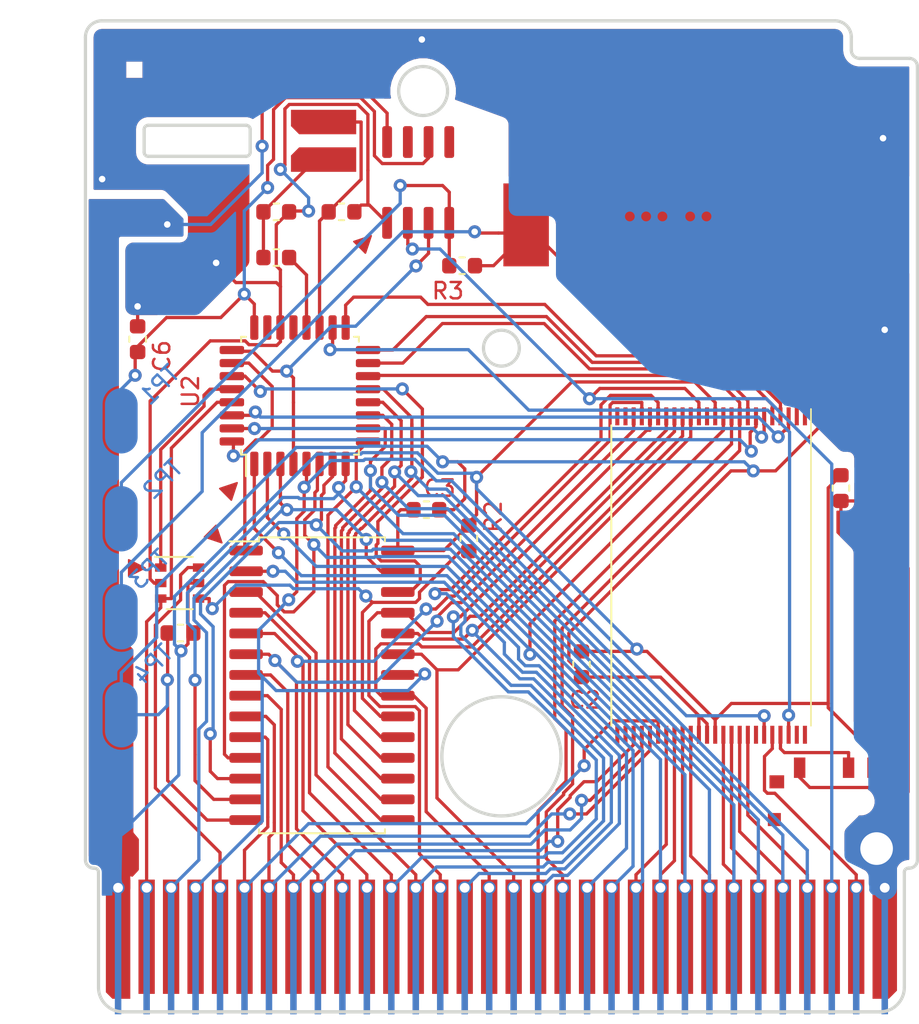
<source format=kicad_pcb>
(kicad_pcb (version 20171130) (host pcbnew "(5.1.6)-1")

  (general
    (thickness 0.8)
    (drawings 91)
    (tracks 942)
    (zones 0)
    (modules 26)
    (nets 65)
  )

  (page A4)
  (layers
    (0 F.Cu signal)
    (31 B.Cu signal)
    (32 B.Adhes user)
    (33 F.Adhes user)
    (34 B.Paste user)
    (35 F.Paste user)
    (36 B.SilkS user)
    (37 F.SilkS user)
    (38 B.Mask user)
    (39 F.Mask user)
    (40 Dwgs.User user)
    (41 Cmts.User user)
    (42 Eco1.User user)
    (43 Eco2.User user)
    (44 Edge.Cuts user)
    (45 Margin user)
    (46 B.CrtYd user)
    (47 F.CrtYd user)
    (48 B.Fab user)
    (49 F.Fab user)
  )

  (setup
    (last_trace_width 0.2)
    (trace_clearance 0.15)
    (zone_clearance 0.1)
    (zone_45_only no)
    (trace_min 0.2)
    (via_size 0.8)
    (via_drill 0.4)
    (via_min_size 0.4)
    (via_min_drill 0.3)
    (uvia_size 0.3)
    (uvia_drill 0.1)
    (uvias_allowed no)
    (uvia_min_size 0.2)
    (uvia_min_drill 0.1)
    (edge_width 0.2)
    (segment_width 0.2)
    (pcb_text_width 0.3)
    (pcb_text_size 1.5 1.5)
    (mod_edge_width 0.15)
    (mod_text_size 1 1)
    (mod_text_width 0.15)
    (pad_size 0.8 0.8)
    (pad_drill 0)
    (pad_to_mask_clearance 0.0508)
    (solder_mask_min_width 0.25)
    (aux_axis_origin 0 0)
    (visible_elements 7FFFEFFF)
    (pcbplotparams
      (layerselection 0x3ffff_ffffffff)
      (usegerberextensions false)
      (usegerberattributes false)
      (usegerberadvancedattributes false)
      (creategerberjobfile false)
      (excludeedgelayer true)
      (linewidth 0.100000)
      (plotframeref false)
      (viasonmask false)
      (mode 1)
      (useauxorigin false)
      (hpglpennumber 1)
      (hpglpenspeed 20)
      (hpglpendiameter 15.000000)
      (psnegative false)
      (psa4output false)
      (plotreference true)
      (plotvalue true)
      (plotinvisibletext false)
      (padsonsilk false)
      (subtractmaskfromsilk false)
      (outputformat 1)
      (mirror false)
      (drillshape 0)
      (scaleselection 1)
      (outputdirectory "gerbers/"))
  )

  (net 0 "")
  (net 1 GND)
  (net 2 "Net-(C5-Pad2)")
  (net 3 VCC)
  (net 4 XIN)
  (net 5 PWR)
  (net 6 AA14)
  (net 7 A12)
  (net 8 A7)
  (net 9 A6)
  (net 10 A5)
  (net 11 A4)
  (net 12 A3)
  (net 13 A2)
  (net 14 A1)
  (net 15 A0)
  (net 16 D0)
  (net 17 D1)
  (net 18 D2)
  (net 19 D3)
  (net 20 D4)
  (net 21 D5)
  (net 22 D6)
  (net 23 D7)
  (net 24 "#CE")
  (net 25 A10)
  (net 26 \RD)
  (net 27 A11)
  (net 28 A9)
  (net 29 A8)
  (net 30 AA13)
  (net 31 \WR)
  (net 32 XOUT)
  (net 33 CLK)
  (net 34 CS)
  (net 35 A13)
  (net 36 A14)
  (net 37 A15)
  (net 38 RESET)
  (net 39 \RST)
  (net 40 RA14)
  (net 41 RA17)
  (net 42 RA18)
  (net 43 RA20)
  (net 44 \RAMCS)
  (net 45 RA19)
  (net 46 RA16)
  (net 47 RA15)
  (net 48 "Net-(SW1-Pad2)")
  (net 49 WE_AUD)
  (net 50 BT+)
  (net 51 Vbatt)
  (net 52 "Net-(U1-Pad48)")
  (net 53 "Net-(U1-Pad47)")
  (net 54 "Net-(U1-Pad42)")
  (net 55 "Net-(U1-Pad26)")
  (net 56 "Net-(U1-Pad24)")
  (net 57 "Net-(U1-Pad23)")
  (net 58 "Net-(U1-Pad13)")
  (net 59 "Net-(U1-Pad2)")
  (net 60 "Net-(U1-Pad25)")
  (net 61 "Net-(U1-Pad1)")
  (net 62 "Net-(U2-Pad21)")
  (net 63 "Net-(U4-Pad5)")
  (net 64 "Net-(U4-Pad7)")

  (net_class Default "This is the default net class."
    (clearance 0.15)
    (trace_width 0.2)
    (via_dia 0.8)
    (via_drill 0.4)
    (uvia_dia 0.3)
    (uvia_drill 0.1)
    (add_net "#CE")
    (add_net A0)
    (add_net A1)
    (add_net A10)
    (add_net A11)
    (add_net A12)
    (add_net A13)
    (add_net A14)
    (add_net A15)
    (add_net A2)
    (add_net A3)
    (add_net A4)
    (add_net A5)
    (add_net A6)
    (add_net A7)
    (add_net A8)
    (add_net A9)
    (add_net AA13)
    (add_net AA14)
    (add_net BT+)
    (add_net CLK)
    (add_net CS)
    (add_net D0)
    (add_net D1)
    (add_net D2)
    (add_net D3)
    (add_net D4)
    (add_net D5)
    (add_net D6)
    (add_net D7)
    (add_net GND)
    (add_net "Net-(C5-Pad2)")
    (add_net "Net-(SW1-Pad2)")
    (add_net "Net-(U1-Pad1)")
    (add_net "Net-(U1-Pad13)")
    (add_net "Net-(U1-Pad2)")
    (add_net "Net-(U1-Pad23)")
    (add_net "Net-(U1-Pad24)")
    (add_net "Net-(U1-Pad25)")
    (add_net "Net-(U1-Pad26)")
    (add_net "Net-(U1-Pad42)")
    (add_net "Net-(U1-Pad47)")
    (add_net "Net-(U1-Pad48)")
    (add_net "Net-(U2-Pad21)")
    (add_net "Net-(U4-Pad5)")
    (add_net "Net-(U4-Pad7)")
    (add_net PWR)
    (add_net RA14)
    (add_net RA15)
    (add_net RA16)
    (add_net RA17)
    (add_net RA18)
    (add_net RA19)
    (add_net RA20)
    (add_net RESET)
    (add_net VCC)
    (add_net Vbatt)
    (add_net WE_AUD)
    (add_net XIN)
    (add_net XOUT)
    (add_net \RAMCS)
    (add_net \RD)
    (add_net \RST)
    (add_net \WR)
  )

  (module Custom:SW_SPDT-K3-1296S-E1 (layer F.Cu) (tedit 60FD673E) (tstamp 60A444FD)
    (at 163.152 117.124 180)
    (descr "Ultraminiature Surface Mount Slide Switch, right-angle, https://www.ckswitches.com/media/1424/pcm.pdf")
    (path /60A2FD31)
    (attr smd)
    (fp_text reference SW1 (at -0.04318 0.6604 180) (layer F.SilkS) hide
      (effects (font (size 1 1) (thickness 0.15)))
    )
    (fp_text value SW_SPDT (at 0 -3.92 180) (layer F.Fab)
      (effects (font (size 1 1) (thickness 0.15)))
    )
    (fp_line (start 4.4 -1.77) (end 4.4 2.78) (layer F.CrtYd) (width 0.05))
    (fp_line (start 1.65 -1.77) (end 4.4 -1.77) (layer F.CrtYd) (width 0.05))
    (fp_line (start 1.65 -3.07) (end 1.65 -1.77) (layer F.CrtYd) (width 0.05))
    (fp_line (start -1.65 -3.07) (end 1.65 -3.07) (layer F.CrtYd) (width 0.05))
    (fp_line (start -1.65 -1.77) (end -1.65 -3.07) (layer F.CrtYd) (width 0.05))
    (fp_line (start -4.4 -1.77) (end -1.65 -1.77) (layer F.CrtYd) (width 0.05))
    (fp_line (start -4.4 2.78) (end -4.4 -1.77) (layer F.CrtYd) (width 0.05))
    (fp_line (start 4.4 2.78) (end -4.4 2.78) (layer F.CrtYd) (width 0.05))
    (fp_line (start -3.35 1.33) (end 3.35 1.33) (layer F.Fab) (width 0.1))
    (fp_line (start -3.35 -1.27) (end -3.35 1.33) (layer F.Fab) (width 0.1))
    (fp_line (start 3.35 -1.27) (end -3.35 -1.27) (layer F.Fab) (width 0.1))
    (fp_line (start 3.35 1.33) (end 3.35 -1.27) (layer F.Fab) (width 0.1))
    (fp_text user %R (at 0 3.53 180) (layer F.Fab)
      (effects (font (size 1 1) (thickness 0.15)))
    )
    (pad "" smd rect (at 3.65 1.21) (size 0.9 0.8) (layers F.Cu F.Paste F.Mask))
    (pad "" smd rect (at -3.65 1.21) (size 0.9 0.8) (layers F.Cu F.Paste F.Mask)
      (net 1 GND))
    (pad "" smd rect (at -3.8 -1.1) (size 0.8 0.8) (layers F.Cu F.Paste F.Mask)
      (net 1 GND))
    (pad "" smd rect (at 3.8 -1.1) (size 0.8 0.8) (layers F.Cu F.Paste F.Mask))
    (pad 3 smd rect (at -2.25 2.075) (size 0.7 1.25) (layers F.Cu F.Paste F.Mask)
      (net 3 VCC))
    (pad 2 smd rect (at -0.75 2.075) (size 0.7 1.25) (layers F.Cu F.Paste F.Mask)
      (net 48 "Net-(SW1-Pad2)"))
    (pad 1 smd rect (at 2.25 2.075) (size 0.7 1.25) (layers F.Cu F.Paste F.Mask)
      (net 1 GND))
    (pad "" np_thru_hole circle (at -1.5 0) (size 0.9 0.9) (drill 0.9) (layers *.Cu *.Mask))
    (pad "" np_thru_hole circle (at 1.5 0) (size 0.9 0.9) (drill 0.9) (layers *.Cu *.Mask))
    (model ${KISYS3DMOD}/Button_Switch_SMD.3dshapes/SW_SPDT_PCM12.wrl
      (offset (xyz 0 -0.35 0))
      (scale (xyz 1 1 1))
      (rotate (xyz 0 0 -180))
    )
  )

  (module Custom:Nintendo_3x3_GNDPad (layer F.Cu) (tedit 60FD3282) (tstamp 60ACDED6)
    (at 120.119 72.302)
    (fp_text reference GNDPAD1 (at 0.25414 -0.01868) (layer F.SilkS) hide
      (effects (font (size 1 1) (thickness 0.15)))
    )
    (fp_text value Nintendo_3x3_GNDPad (at 0.22098 -3.42646) (layer F.Fab)
      (effects (font (size 1 1) (thickness 0.15)))
    )
    (fp_poly (pts (xy 0.5 0.5) (xy -0.5 0.5) (xy -0.5 -0.5) (xy 0.5 -0.5)) (layer B.Mask) (width 0.1))
    (fp_poly (pts (xy 0.5 0.5) (xy -0.5 0.5) (xy -0.5 -0.5) (xy 0.5 -0.5)) (layer F.Mask) (width 0.1))
    (pad "" smd rect (at 0 -1) (size 3 1) (layers F.Mask))
    (pad "" smd rect (at 1 0 90) (size 1 1) (layers F.Mask))
    (pad "" smd rect (at -1 0 90) (size 1 1) (layers F.Mask))
    (pad "" smd rect (at 0 1) (size 3 1) (layers F.Mask))
  )

  (module Custom:GBA-ProductionIndicator (layer B.Cu) (tedit 60FD31E6) (tstamp 60ADA135)
    (at 153.342 82.3341 90)
    (fp_text reference PAD* (at 0.37338 -4.81076 -90) (layer B.SilkS) hide
      (effects (font (size 1 1) (thickness 0.15)) (justify mirror))
    )
    (fp_text value GBA-ProductionIndicator (at 0 0.5 -90) (layer B.Fab)
      (effects (font (size 1 1) (thickness 0.15)) (justify mirror))
    )
    (fp_text user '21 (at 0 4.23418 -90) (layer B.Mask) hide
      (effects (font (size 1 1) (thickness 0.15)) (justify mirror))
    )
    (fp_text user 1 (at -2.5 2.96532 -90) (layer B.Mask) hide
      (effects (font (size 0.8 0.8) (thickness 0.1)) (justify mirror))
    )
    (fp_text user 7 (at 2.5 2.96532 -90) (layer B.Mask) hide
      (effects (font (size 0.8 0.8) (thickness 0.1)) (justify mirror))
    )
    (fp_text user 12 (at 2.85 -2.96532 -90) (layer B.Mask) hide
      (effects (font (size 0.8 0.7) (thickness 0.1)) (justify mirror))
    )
    (fp_text user 6 (at -2.5 -2.96532 -90) (layer B.Mask) hide
      (effects (font (size 0.8 0.8) (thickness 0.1)) (justify mirror))
    )
    (pad "" smd rect (at 1.05 -1.85 90) (size 1.8 3.3) (layers B.Mask))
    (pad "" smd rect (at -1.05 -1.85 90) (size 1.8 3.3) (layers B.Mask))
    (pad "" smd rect (at -1.05 1.85 90) (size 1.8 3.3) (layers B.Mask))
    (pad "" smd rect (at 1.05 1.85 90) (size 1.8 3.3) (layers B.Mask))
  )

  (module Custom:GameBoy_Testpoint (layer B.Cu) (tedit 60FD30E7) (tstamp 60BEE10B)
    (at 119.319 111.802 270)
    (path /60BEA058)
    (fp_text reference TP4 (at 0 -2 90) (layer B.SilkS) hide
      (effects (font (size 1 1) (thickness 0.15)) (justify mirror))
    )
    (fp_text value Ground (at 0 2 90) (layer B.Fab)
      (effects (font (size 1 1) (thickness 0.15)) (justify mirror))
    )
    (pad 1 smd oval (at 0 0 270) (size 4 2) (layers B.Cu B.Mask)
      (net 1 GND))
  )

  (module Custom:GameBoy_Testpoint (layer B.Cu) (tedit 60FD30DE) (tstamp 60BEE106)
    (at 119.319 105.802 270)
    (path /60BEA052)
    (fp_text reference TP3 (at 0 -2 90) (layer B.SilkS) hide
      (effects (font (size 1 1) (thickness 0.15)) (justify mirror))
    )
    (fp_text value Battery_Positive (at 0 2 90) (layer B.Fab)
      (effects (font (size 1 1) (thickness 0.15)) (justify mirror))
    )
    (pad 1 smd oval (at 0 0 270) (size 4 2) (layers B.Cu B.Mask)
      (net 50 BT+))
  )

  (module Custom:GameBoy_Testpoint (layer B.Cu) (tedit 60FD30D5) (tstamp 60BEE101)
    (at 119.319 99.802 270)
    (path /60BE9406)
    (fp_text reference TP2 (at 0 -2 270) (layer B.SilkS) hide
      (effects (font (size 1 1) (thickness 0.15)) (justify mirror))
    )
    (fp_text value Battery_Positive_After_Resistor (at 0 2 90) (layer B.Fab)
      (effects (font (size 1 1) (thickness 0.15)) (justify mirror))
    )
    (pad 1 smd oval (at 0 0 270) (size 4 2) (layers B.Cu B.Mask)
      (net 51 Vbatt))
  )

  (module Custom:GameBoy_Testpoint (layer B.Cu) (tedit 60FD30C7) (tstamp 60BEE0FC)
    (at 119.319 93.802 270)
    (path /60BE81D8)
    (fp_text reference TP1 (at 0 -2 90) (layer B.SilkS) hide
      (effects (font (size 1 1) (thickness 0.15)) (justify mirror))
    )
    (fp_text value RTC_VOUT (at 0 2 90) (layer B.Fab)
      (effects (font (size 1 1) (thickness 0.15)) (justify mirror))
    )
    (pad 1 smd oval (at 0 0 270) (size 4 2) (layers B.Cu B.Mask)
      (net 5 PWR))
  )

  (module Symbol:OSHW-Logo_5.7x6mm_Copper (layer B.Cu) (tedit 60AC0F53) (tstamp 60AD66B9)
    (at 160.53054 86.75626 90)
    (descr "Open Source Hardware Logo")
    (tags "Logo OSHW")
    (attr virtual)
    (fp_text reference REF** (at 0 0 90) (layer B.SilkS) hide
      (effects (font (size 1 1) (thickness 0.15)) (justify mirror))
    )
    (fp_text value OSHW-Logo_5.7x6mm_Copper (at 0.75 0 90) (layer B.Fab) hide
      (effects (font (size 1 1) (thickness 0.15)) (justify mirror))
    )
    (fp_poly (pts (xy 0.376964 2.709982) (xy 0.433812 2.40843) (xy 0.853338 2.235488) (xy 1.104984 2.406605)
      (xy 1.175458 2.45425) (xy 1.239163 2.49679) (xy 1.293126 2.532285) (xy 1.334373 2.55879)
      (xy 1.359934 2.574364) (xy 1.366895 2.577722) (xy 1.379435 2.569086) (xy 1.406231 2.545208)
      (xy 1.44428 2.509141) (xy 1.490579 2.463933) (xy 1.542123 2.412636) (xy 1.595909 2.358299)
      (xy 1.648935 2.303972) (xy 1.698195 2.252705) (xy 1.740687 2.207549) (xy 1.773407 2.171554)
      (xy 1.793351 2.14777) (xy 1.798119 2.13981) (xy 1.791257 2.125135) (xy 1.77202 2.092986)
      (xy 1.74243 2.046508) (xy 1.70451 1.988844) (xy 1.660282 1.92314) (xy 1.634654 1.885664)
      (xy 1.587941 1.817232) (xy 1.546432 1.75548) (xy 1.51214 1.703481) (xy 1.48708 1.664308)
      (xy 1.473264 1.641035) (xy 1.471188 1.636145) (xy 1.475895 1.622245) (xy 1.488723 1.58985)
      (xy 1.507738 1.543515) (xy 1.531003 1.487794) (xy 1.556584 1.427242) (xy 1.582545 1.366414)
      (xy 1.60695 1.309864) (xy 1.627863 1.262148) (xy 1.643349 1.227819) (xy 1.651472 1.211432)
      (xy 1.651952 1.210788) (xy 1.664707 1.207659) (xy 1.698677 1.200679) (xy 1.75034 1.190533)
      (xy 1.816176 1.177908) (xy 1.892664 1.163491) (xy 1.93729 1.155177) (xy 2.019021 1.139616)
      (xy 2.092843 1.124808) (xy 2.155021 1.111564) (xy 2.201822 1.100695) (xy 2.229509 1.093011)
      (xy 2.235074 1.090573) (xy 2.240526 1.07407) (xy 2.244924 1.0368) (xy 2.248272 0.98312)
      (xy 2.250574 0.917388) (xy 2.251832 0.843963) (xy 2.252048 0.767204) (xy 2.251227 0.691468)
      (xy 2.249371 0.621114) (xy 2.246482 0.5605) (xy 2.242565 0.513984) (xy 2.237622 0.485925)
      (xy 2.234657 0.480084) (xy 2.216934 0.473083) (xy 2.179381 0.463073) (xy 2.126964 0.451231)
      (xy 2.064652 0.438733) (xy 2.0429 0.43469) (xy 1.938024 0.41548) (xy 1.85518 0.400009)
      (xy 1.79163 0.387663) (xy 1.744637 0.377827) (xy 1.711463 0.369886) (xy 1.689371 0.363224)
      (xy 1.675624 0.357227) (xy 1.667484 0.351281) (xy 1.666345 0.350106) (xy 1.654977 0.331174)
      (xy 1.637635 0.294331) (xy 1.61605 0.244087) (xy 1.591954 0.184954) (xy 1.567079 0.121444)
      (xy 1.543157 0.058068) (xy 1.521919 -0.000662) (xy 1.505097 -0.050235) (xy 1.494422 -0.086139)
      (xy 1.491627 -0.103862) (xy 1.49186 -0.104483) (xy 1.501331 -0.11897) (xy 1.522818 -0.150844)
      (xy 1.554063 -0.196789) (xy 1.592807 -0.253485) (xy 1.636793 -0.317617) (xy 1.649319 -0.335842)
      (xy 1.693984 -0.401914) (xy 1.733288 -0.4622) (xy 1.765088 -0.513235) (xy 1.787245 -0.55156)
      (xy 1.797617 -0.573711) (xy 1.798119 -0.576432) (xy 1.789405 -0.590736) (xy 1.765325 -0.619072)
      (xy 1.728976 -0.658396) (xy 1.683453 -0.705661) (xy 1.631852 -0.757823) (xy 1.577267 -0.811835)
      (xy 1.522794 -0.864653) (xy 1.471529 -0.913231) (xy 1.426567 -0.954523) (xy 1.391004 -0.985485)
      (xy 1.367935 -1.00307) (xy 1.361554 -1.005941) (xy 1.346699 -0.999178) (xy 1.316286 -0.980939)
      (xy 1.275268 -0.954297) (xy 1.243709 -0.932852) (xy 1.186525 -0.893503) (xy 1.118806 -0.847171)
      (xy 1.05088 -0.800913) (xy 1.014361 -0.776155) (xy 0.890752 -0.692547) (xy 0.786991 -0.74865)
      (xy 0.73972 -0.773228) (xy 0.699523 -0.792331) (xy 0.672326 -0.803227) (xy 0.665402 -0.804743)
      (xy 0.657077 -0.793549) (xy 0.640654 -0.761917) (xy 0.617357 -0.712765) (xy 0.588414 -0.64901)
      (xy 0.55505 -0.573571) (xy 0.518491 -0.489364) (xy 0.479964 -0.399308) (xy 0.440694 -0.306321)
      (xy 0.401908 -0.21332) (xy 0.36483 -0.123223) (xy 0.330689 -0.038948) (xy 0.300708 0.036587)
      (xy 0.276116 0.100466) (xy 0.258136 0.149769) (xy 0.247997 0.181579) (xy 0.246366 0.192504)
      (xy 0.259291 0.206439) (xy 0.287589 0.22906) (xy 0.325346 0.255667) (xy 0.328515 0.257772)
      (xy 0.4261 0.335886) (xy 0.504786 0.427018) (xy 0.563891 0.528255) (xy 0.602732 0.636682)
      (xy 0.620628 0.749386) (xy 0.616897 0.863452) (xy 0.590857 0.975966) (xy 0.541825 1.084015)
      (xy 0.5274 1.107655) (xy 0.452369 1.203113) (xy 0.36373 1.279768) (xy 0.264549 1.33722)
      (xy 0.157895 1.375071) (xy 0.046836 1.392922) (xy -0.065561 1.390375) (xy -0.176227 1.36703)
      (xy -0.282094 1.32249) (xy -0.380095 1.256355) (xy -0.41041 1.229513) (xy -0.487562 1.145488)
      (xy -0.543782 1.057034) (xy -0.582347 0.957885) (xy -0.603826 0.859697) (xy -0.609128 0.749303)
      (xy -0.591448 0.63836) (xy -0.552581 0.530619) (xy -0.494323 0.429831) (xy -0.418469 0.339744)
      (xy -0.326817 0.264108) (xy -0.314772 0.256136) (xy -0.276611 0.230026) (xy -0.247601 0.207405)
      (xy -0.233732 0.192961) (xy -0.233531 0.192504) (xy -0.236508 0.176879) (xy -0.248311 0.141418)
      (xy -0.267714 0.089038) (xy -0.293488 0.022655) (xy -0.324409 -0.054814) (xy -0.359249 -0.14045)
      (xy -0.396783 -0.231337) (xy -0.435783 -0.324559) (xy -0.475023 -0.417197) (xy -0.513276 -0.506335)
      (xy -0.549317 -0.589055) (xy -0.581917 -0.662441) (xy -0.609852 -0.723575) (xy -0.631895 -0.769541)
      (xy -0.646818 -0.797421) (xy -0.652828 -0.804743) (xy -0.671191 -0.799041) (xy -0.705552 -0.783749)
      (xy -0.749984 -0.761599) (xy -0.774417 -0.74865) (xy -0.878178 -0.692547) (xy -1.001787 -0.776155)
      (xy -1.064886 -0.818987) (xy -1.13397 -0.866122) (xy -1.198707 -0.910503) (xy -1.231134 -0.932852)
      (xy -1.276741 -0.963477) (xy -1.31536 -0.987747) (xy -1.341952 -1.002587) (xy -1.35059 -1.005724)
      (xy -1.363161 -0.997261) (xy -1.390984 -0.973636) (xy -1.431361 -0.937302) (xy -1.481595 -0.890711)
      (xy -1.538988 -0.836317) (xy -1.575286 -0.801392) (xy -1.63879 -0.738996) (xy -1.693673 -0.683188)
      (xy -1.737714 -0.636354) (xy -1.768695 -0.600882) (xy -1.784398 -0.579161) (xy -1.785905 -0.574752)
      (xy -1.778914 -0.557985) (xy -1.759594 -0.524082) (xy -1.730091 -0.476476) (xy -1.692545 -0.418599)
      (xy -1.6491 -0.353884) (xy -1.636745 -0.335842) (xy -1.591727 -0.270267) (xy -1.55134 -0.211228)
      (xy -1.51784 -0.162042) (xy -1.493486 -0.126028) (xy -1.480536 -0.106502) (xy -1.479285 -0.104483)
      (xy -1.481156 -0.088922) (xy -1.491087 -0.054709) (xy -1.507347 -0.006355) (xy -1.528205 0.051629)
      (xy -1.551927 0.11473) (xy -1.576784 0.178437) (xy -1.601042 0.238239) (xy -1.622971 0.289624)
      (xy -1.640838 0.328081) (xy -1.652913 0.349098) (xy -1.653771 0.350106) (xy -1.661154 0.356112)
      (xy -1.673625 0.362052) (xy -1.69392 0.36854) (xy -1.724778 0.376191) (xy -1.768934 0.38562)
      (xy -1.829126 0.397441) (xy -1.908093 0.412271) (xy -2.00857 0.430723) (xy -2.030325 0.43469)
      (xy -2.094802 0.447147) (xy -2.151011 0.459334) (xy -2.193987 0.470074) (xy -2.21876 0.478191)
      (xy -2.222082 0.480084) (xy -2.227556 0.496862) (xy -2.232006 0.534355) (xy -2.235428 0.588206)
      (xy -2.237819 0.654056) (xy -2.239177 0.727547) (xy -2.239499 0.80432) (xy -2.238781 0.880017)
      (xy -2.237021 0.95028) (xy -2.234216 1.01075) (xy -2.230362 1.05707) (xy -2.225457 1.084881)
      (xy -2.2225 1.090573) (xy -2.206037 1.096314) (xy -2.168551 1.105655) (xy -2.113775 1.117785)
      (xy -2.045445 1.131893) (xy -1.967294 1.14717) (xy -1.924716 1.155177) (xy -1.843929 1.170279)
      (xy -1.771887 1.18396) (xy -1.712111 1.195533) (xy -1.668121 1.204313) (xy -1.643439 1.209613)
      (xy -1.639377 1.210788) (xy -1.632511 1.224035) (xy -1.617998 1.255943) (xy -1.597771 1.301953)
      (xy -1.573766 1.357508) (xy -1.547918 1.418047) (xy -1.52216 1.479014) (xy -1.498427 1.535849)
      (xy -1.478654 1.583994) (xy -1.464776 1.61889) (xy -1.458726 1.635979) (xy -1.458614 1.636726)
      (xy -1.465472 1.650207) (xy -1.484698 1.68123) (xy -1.514272 1.726711) (xy -1.552173 1.783568)
      (xy -1.59638 1.848717) (xy -1.622079 1.886138) (xy -1.668907 1.954753) (xy -1.710499 2.017048)
      (xy -1.744825 2.069871) (xy -1.769857 2.110073) (xy -1.783565 2.1345) (xy -1.785544 2.139976)
      (xy -1.777034 2.152722) (xy -1.753507 2.179937) (xy -1.717968 2.218572) (xy -1.673423 2.265577)
      (xy -1.622877 2.317905) (xy -1.569336 2.372505) (xy -1.515805 2.42633) (xy -1.465289 2.47633)
      (xy -1.420794 2.519457) (xy -1.385325 2.552661) (xy -1.361887 2.572894) (xy -1.354046 2.577722)
      (xy -1.34128 2.570933) (xy -1.310744 2.551858) (xy -1.26541 2.522439) (xy -1.208244 2.484619)
      (xy -1.142216 2.440339) (xy -1.09241 2.406605) (xy -0.840764 2.235488) (xy -0.631001 2.321959)
      (xy -0.421237 2.40843) (xy -0.364389 2.709982) (xy -0.30754 3.011534) (xy 0.320115 3.011534)
      (xy 0.376964 2.709982)) (layer B.Mask) (width 0.01))
  )

  (module Custom:BK-6219-TR (layer F.Cu) (tedit 60D350B0) (tstamp 5EAE11C7)
    (at 155.12 81.802)
    (path /5BF06F96)
    (fp_text reference B1 (at 3.21598 -9.74538) (layer F.Mask) hide
      (effects (font (size 1 1) (thickness 0.15)))
    )
    (fp_text value Battery_Cell (at 0.17272 -12.49934) (layer F.Fab)
      (effects (font (size 1 1) (thickness 0.15)))
    )
    (pad 2 smd circle (at 0 0) (size 12.7 12.7) (layers F.Cu F.Paste F.Mask)
      (net 1 GND))
    (pad 1 smd rect (at -10.985 0) (size 2.79 5.08) (layers F.Cu F.Paste F.Mask)
      (net 50 BT+))
    (pad 1 smd rect (at 10.985 0) (size 2.79 5.08) (layers F.Cu F.Paste F.Mask)
      (net 50 BT+))
    (model ${KISYS3DMOD}/Battery.3dshapes/BK-6219-TR.STEP
      (at (xyz 0 0 0))
      (scale (xyz 1 1 1))
      (rotate (xyz -90 0 180))
    )
  )

  (module Custom:Resonator_SMD_muRata_CDSCB-2pin_4.5x2.0mm_HandSoldering (layer F.Cu) (tedit 60AC1836) (tstamp 5C77CC50)
    (at 131.718 76.652 90)
    (descr "SMD Resomator/Filter Murata CDSCB, http://cdn-reichelt.de/documents/datenblatt/B400/SFECV-107.pdf, hand-soldering, 4.5x2.0mm^2 package")
    (tags "SMD SMT ceramic resonator filter filter hand-soldering")
    (path /5BD88FC9)
    (attr smd)
    (fp_text reference Y1 (at 2.03536 -7.75626) (layer F.Mask) hide
      (effects (font (size 1 1) (thickness 0.15)))
    )
    (fp_text value Crystal (at -0.0381 6.06044) (layer F.Fab)
      (effects (font (size 1 1) (thickness 0.15)))
    )
    (fp_text user %R (at 0 0 90) (layer F.Fab)
      (effects (font (size 1 1) (thickness 0.15)))
    )
    (pad 1 smd custom (at -1.15 0 90) (size 1 3) (layers F.Cu F.Paste F.Mask)
      (net 2 "Net-(C5-Pad2)") (zone_connect 0)
      (options (clearance outline) (anchor rect))
      (primitives
        (gr_poly (pts
           (xy 0.75 2) (xy -0.75 2) (xy -0.75 -2) (xy 0.25 -2) (xy 0.75 -1.5)
) (width 0))
      ))
    (pad 2 smd custom (at 1.15 0 90) (size 1 3) (layers F.Cu F.Paste F.Mask)
      (net 4 XIN) (zone_connect 0)
      (options (clearance outline) (anchor rect))
      (primitives
        (gr_poly (pts
           (xy -0.75 2) (xy 0.75 2) (xy 0.75 -2) (xy -0.25 -2) (xy -0.75 -1.5)
) (width 0))
      ))
    (model ${KISYS3DMOD}/Crystal.3dshapes/Crystal_DS26_D2.0mm_L6.0mm_Vertical.wrl
      (offset (xyz -1 3.8 0))
      (scale (xyz 1 1 1))
      (rotate (xyz 90 0 0))
    )
  )

  (module NintendoFootprints:MBC3 (layer F.Cu) (tedit 60AC1656) (tstamp 5EAE1334)
    (at 130.619 92.0016 90)
    (path /5BE982D2)
    (fp_text reference U2 (at -0.49758 -8.5466 90) (layer F.Mask) hide
      (effects (font (size 1 1) (thickness 0.15)))
    )
    (fp_text value MBC3 (at 0 -0.5 90) (layer F.Fab)
      (effects (font (size 1 1) (thickness 0.15)))
    )
    (fp_line (start -3.76416 3.15202) (end -3.76416 -2.84798) (layer F.Fab) (width 0.1))
    (fp_line (start 4.91584 2.95202) (end 4.91584 -0.34798) (layer F.CrtYd) (width 0.05))
    (fp_line (start -3.56416 -4.09798) (end -4.01416 -4.09798) (layer F.CrtYd) (width 0.05))
    (fp_line (start -0.26416 4.83202) (end 3.03584 4.83202) (layer F.CrtYd) (width 0.05))
    (fp_line (start 3.48584 2.95202) (end 4.91584 2.95202) (layer F.CrtYd) (width 0.05))
    (fp_line (start -4.01416 3.40202) (end -4.01416 2.95202) (layer F.CrtYd) (width 0.05))
    (fp_line (start 3.23584 -3.84798) (end 3.23584 3.15202) (layer F.Fab) (width 0.1))
    (fp_line (start 3.34584 -3.95798) (end 3.34584 -3.65798) (layer F.SilkS) (width 0.12))
    (fp_line (start 4.91584 -3.64798) (end 4.91584 -0.34798) (layer F.CrtYd) (width 0.05))
    (fp_line (start 3.48584 -4.09798) (end 3.48584 -3.64798) (layer F.CrtYd) (width 0.05))
    (fp_line (start -5.44416 2.95202) (end -5.44416 -0.34798) (layer F.CrtYd) (width 0.05))
    (fp_line (start -0.26416 -5.52798) (end -3.56416 -5.52798) (layer F.CrtYd) (width 0.05))
    (fp_line (start -5.44416 -3.64798) (end -5.44416 -0.34798) (layer F.CrtYd) (width 0.05))
    (fp_line (start -3.56416 -5.52798) (end -3.56416 -4.09798) (layer F.CrtYd) (width 0.05))
    (fp_line (start -4.01416 2.95202) (end -5.44416 2.95202) (layer F.CrtYd) (width 0.05))
    (fp_line (start -3.56416 3.40202) (end -4.01416 3.40202) (layer F.CrtYd) (width 0.05))
    (fp_line (start -4.01416 -3.64798) (end -5.44416 -3.64798) (layer F.CrtYd) (width 0.05))
    (fp_line (start -3.76416 -2.84798) (end -2.76416 -3.84798) (layer F.Fab) (width 0.1))
    (fp_line (start -0.26416 4.83202) (end -3.56416 4.83202) (layer F.CrtYd) (width 0.05))
    (fp_line (start -2.76416 -3.84798) (end 3.23584 -3.84798) (layer F.Fab) (width 0.1))
    (fp_line (start -3.56416 4.83202) (end -3.56416 3.40202) (layer F.CrtYd) (width 0.05))
    (fp_line (start 3.03584 -5.52798) (end 3.03584 -4.09798) (layer F.CrtYd) (width 0.05))
    (fp_line (start 3.23584 3.15202) (end -3.76416 3.15202) (layer F.Fab) (width 0.1))
    (fp_line (start 3.04584 -3.95798) (end 3.34584 -3.95798) (layer F.SilkS) (width 0.12))
    (fp_line (start -3.87416 3.26202) (end -3.87416 2.96202) (layer F.SilkS) (width 0.12))
    (fp_line (start -3.87416 -3.65798) (end -5.18916 -3.65798) (layer F.SilkS) (width 0.12))
    (fp_line (start 3.48584 3.40202) (end 3.48584 2.95202) (layer F.CrtYd) (width 0.05))
    (fp_line (start 3.03584 4.83202) (end 3.03584 3.40202) (layer F.CrtYd) (width 0.05))
    (fp_line (start -0.26416 -5.52798) (end 3.03584 -5.52798) (layer F.CrtYd) (width 0.05))
    (fp_line (start 3.03584 3.40202) (end 3.48584 3.40202) (layer F.CrtYd) (width 0.05))
    (fp_line (start 3.48584 -3.64798) (end 4.91584 -3.64798) (layer F.CrtYd) (width 0.05))
    (fp_line (start 3.03584 -4.09798) (end 3.48584 -4.09798) (layer F.CrtYd) (width 0.05))
    (fp_line (start -3.87416 -3.95798) (end -3.87416 -3.65798) (layer F.SilkS) (width 0.12))
    (fp_line (start -3.57416 -3.95798) (end -3.87416 -3.95798) (layer F.SilkS) (width 0.12))
    (fp_line (start -4.01416 -4.09798) (end -4.01416 -3.64798) (layer F.CrtYd) (width 0.05))
    (fp_line (start -3.57416 3.26202) (end -3.87416 3.26202) (layer F.SilkS) (width 0.12))
    (fp_line (start 3.34584 3.26202) (end 3.34584 2.96202) (layer F.SilkS) (width 0.12))
    (fp_line (start 3.04584 3.26202) (end 3.34584 3.26202) (layer F.SilkS) (width 0.12))
    (pad 30 smd roundrect (at -1.46416 -4.52298 90) (size 0.5 1.5) (layers F.Cu F.Paste F.Mask) (roundrect_rratio 0.25)
      (net 45 RA19))
    (pad 28 smd roundrect (at 0.13584 -4.52298 90) (size 0.5 1.5) (layers F.Cu F.Paste F.Mask) (roundrect_rratio 0.25)
      (net 44 \RAMCS))
    (pad 23 smd roundrect (at 3.91084 -2.34798 90) (size 1.5 0.5) (layers F.Cu F.Paste F.Mask) (roundrect_rratio 0.25)
      (net 1 GND))
    (pad 13 smd roundrect (at 0.13584 3.82702 90) (size 0.5 1.5) (layers F.Cu F.Paste F.Mask) (roundrect_rratio 0.25)
      (net 23 D7))
    (pad 18 smd roundrect (at 3.91084 1.65202 90) (size 1.5 0.5) (layers F.Cu F.Paste F.Mask) (roundrect_rratio 0.25)
      (net 43 RA20))
    (pad 14 smd roundrect (at 0.93584 3.82702 90) (size 0.5 1.5) (layers F.Cu F.Paste F.Mask) (roundrect_rratio 0.25)
      (net 35 A13))
    (pad 2 smd roundrect (at -4.43916 -2.34798 90) (size 1.5 0.5) (layers F.Cu F.Paste F.Mask) (roundrect_rratio 0.25)
      (net 37 A15))
    (pad 20 smd roundrect (at 3.91084 0.05202 90) (size 1.5 0.5) (layers F.Cu F.Paste F.Mask) (roundrect_rratio 0.25)
      (net 32 XOUT))
    (pad 11 smd roundrect (at -1.46416 3.82702 90) (size 0.5 1.5) (layers F.Cu F.Paste F.Mask) (roundrect_rratio 0.25)
      (net 21 D5))
    (pad 27 smd roundrect (at 0.93584 -4.52298 90) (size 0.5 1.5) (layers F.Cu F.Paste F.Mask) (roundrect_rratio 0.25)
      (net 30 AA13))
    (pad 16 smd roundrect (at 2.53584 3.82702 90) (size 0.5 1.5) (layers F.Cu F.Paste F.Mask) (roundrect_rratio 0.25)
      (net 41 RA17))
    (pad 19 smd roundrect (at 3.91084 0.85202 90) (size 1.5 0.5) (layers F.Cu F.Paste F.Mask) (roundrect_rratio 0.25)
      (net 4 XIN))
    (pad 15 smd roundrect (at 1.73584 3.82702 90) (size 0.5 1.5) (layers F.Cu F.Paste F.Mask) (roundrect_rratio 0.25)
      (net 40 RA14))
    (pad 25 smd roundrect (at 2.53584 -4.52298 90) (size 0.5 1.5) (layers F.Cu F.Paste F.Mask) (roundrect_rratio 0.25)
      (net 39 \RST))
    (pad 21 smd roundrect (at 3.91084 -0.74798 90) (size 1.5 0.5) (layers F.Cu F.Paste F.Mask) (roundrect_rratio 0.25)
      (net 62 "Net-(U2-Pad21)"))
    (pad 17 smd roundrect (at 3.91084 2.45202 90) (size 1.5 0.5) (layers F.Cu F.Paste F.Mask) (roundrect_rratio 0.25)
      (net 42 RA18))
    (pad 8 smd roundrect (at -4.43916 2.45202 90) (size 1.5 0.5) (layers F.Cu F.Paste F.Mask) (roundrect_rratio 0.25)
      (net 18 D2))
    (pad 1 smd roundrect (at -4.43916 -3.14798 90) (size 1.5 0.5) (layers F.Cu F.Paste F.Mask) (roundrect_rratio 0.25)
      (net 36 A14))
    (pad 12 smd roundrect (at -0.66416 3.82702 90) (size 0.5 1.5) (layers F.Cu F.Paste F.Mask) (roundrect_rratio 0.25)
      (net 22 D6))
    (pad 6 smd roundrect (at -4.43916 0.85202 90) (size 1.5 0.5) (layers F.Cu F.Paste F.Mask) (roundrect_rratio 0.25)
      (net 16 D0))
    (pad 9 smd roundrect (at -3.06416 3.82702 90) (size 0.5 1.5) (layers F.Cu F.Paste F.Mask) (roundrect_rratio 0.25)
      (net 19 D3))
    (pad 32 smd roundrect (at -3.06416 -4.52298 90) (size 0.5 1.5) (layers F.Cu F.Paste F.Mask) (roundrect_rratio 0.25)
      (net 47 RA15))
    (pad 29 smd roundrect (at -0.66416 -4.52298 90) (size 0.5 1.5) (layers F.Cu F.Paste F.Mask) (roundrect_rratio 0.25)
      (net 33 CLK))
    (pad 26 smd roundrect (at 1.73584 -4.52298 90) (size 0.5 1.5) (layers F.Cu F.Paste F.Mask) (roundrect_rratio 0.25)
      (net 6 AA14))
    (pad 24 smd roundrect (at 3.91084 -3.14798 90) (size 1.5 0.5) (layers F.Cu F.Paste F.Mask) (roundrect_rratio 0.25)
      (net 5 PWR))
    (pad 5 smd roundrect (at -4.43916 0.05202 90) (size 1.5 0.5) (layers F.Cu F.Paste F.Mask) (roundrect_rratio 0.25)
      (net 26 \RD))
    (pad 22 smd roundrect (at 3.91084 -1.54798 90) (size 1.5 0.5) (layers F.Cu F.Paste F.Mask) (roundrect_rratio 0.25)
      (net 1 GND))
    (pad 10 smd roundrect (at -2.26416 3.82702 90) (size 0.5 1.5) (layers F.Cu F.Paste F.Mask) (roundrect_rratio 0.25)
      (net 20 D4))
    (pad 4 smd roundrect (at -4.43916 -0.74798 90) (size 1.5 0.5) (layers F.Cu F.Paste F.Mask) (roundrect_rratio 0.25)
      (net 39 \RST))
    (pad 3 smd roundrect (at -4.43916 -1.54798 90) (size 1.5 0.5) (layers F.Cu F.Paste F.Mask) (roundrect_rratio 0.25)
      (net 31 \WR))
    (pad 31 smd roundrect (at -2.26416 -4.52298 90) (size 0.5 1.5) (layers F.Cu F.Paste F.Mask) (roundrect_rratio 0.25)
      (net 46 RA16))
    (pad 7 smd roundrect (at -4.43916 1.65202 90) (size 1.5 0.5) (layers F.Cu F.Paste F.Mask) (roundrect_rratio 0.25)
      (net 17 D1))
    (model ${KISYS3DMOD}/Package_QFP.3dshapes/LQFP-32_7x7mm_P0.8mm.wrl
      (offset (xyz -0.25 0.34 0))
      (scale (xyz 1 1 1))
      (rotate (xyz 0 0 0))
    )
  )

  (module Package_SO:SOIC-8_3.9x4.9mm_P1.27mm (layer F.Cu) (tedit 60ABF411) (tstamp 5D2B69E3)
    (at 137.518 79.202 90)
    (descr "SOIC, 8 Pin (JEDEC MS-012AA, https://www.analog.com/media/en/package-pcb-resources/package/pkg_pdf/soic_narrow-r/r_8.pdf), generated with kicad-footprint-generator ipc_gullwing_generator.py")
    (tags "SOIC SO")
    (path /5BCB659F)
    (attr smd)
    (fp_text reference U4 (at 7.54352 -2.42556) (layer F.Mask) hide
      (effects (font (size 1 1) (thickness 0.15)))
    )
    (fp_text value BA6129AF (at 0 3.4 90) (layer F.Fab)
      (effects (font (size 1 1) (thickness 0.15)))
    )
    (fp_line (start -0.975 -2.45) (end 1.95 -2.45) (layer F.Fab) (width 0.1))
    (fp_line (start 1.95 -2.45) (end 1.95 2.45) (layer F.Fab) (width 0.1))
    (fp_line (start 1.95 2.45) (end -1.95 2.45) (layer F.Fab) (width 0.1))
    (fp_line (start -1.95 2.45) (end -1.95 -1.475) (layer F.Fab) (width 0.1))
    (fp_line (start -1.95 -1.475) (end -0.975 -2.45) (layer F.Fab) (width 0.1))
    (fp_line (start -3.7 -2.7) (end -3.7 2.7) (layer F.CrtYd) (width 0.05))
    (fp_line (start -3.7 2.7) (end 3.7 2.7) (layer F.CrtYd) (width 0.05))
    (fp_line (start 3.7 2.7) (end 3.7 -2.7) (layer F.CrtYd) (width 0.05))
    (fp_line (start 3.7 -2.7) (end -3.7 -2.7) (layer F.CrtYd) (width 0.05))
    (fp_text user %R (at 0 0 90) (layer F.Fab)
      (effects (font (size 0.98 0.98) (thickness 0.15)))
    )
    (pad 1 smd roundrect (at -2.475 -1.905 90) (size 1.95 0.6) (layers F.Cu F.Paste F.Mask) (roundrect_rratio 0.25)
      (net 1 GND))
    (pad 2 smd roundrect (at -2.475 -0.635 90) (size 1.95 0.6) (layers F.Cu F.Paste F.Mask) (roundrect_rratio 0.25)
      (net 38 RESET))
    (pad 3 smd roundrect (at -2.475 0.635 90) (size 1.95 0.6) (layers F.Cu F.Paste F.Mask) (roundrect_rratio 0.25)
      (net 39 \RST))
    (pad 4 smd roundrect (at -2.475 1.905 90) (size 1.95 0.6) (layers F.Cu F.Paste F.Mask) (roundrect_rratio 0.25)
      (net 51 Vbatt))
    (pad 5 smd roundrect (at 2.475 1.905 90) (size 1.95 0.6) (layers F.Cu F.Paste F.Mask) (roundrect_rratio 0.25)
      (net 63 "Net-(U4-Pad5)"))
    (pad 6 smd roundrect (at 2.475 0.635 90) (size 1.95 0.6) (layers F.Cu F.Paste F.Mask) (roundrect_rratio 0.25)
      (net 5 PWR))
    (pad 7 smd roundrect (at 2.475 -0.635 90) (size 1.95 0.6) (layers F.Cu F.Paste F.Mask) (roundrect_rratio 0.25)
      (net 64 "Net-(U4-Pad7)"))
    (pad 8 smd roundrect (at 2.475 -1.905 90) (size 1.95 0.6) (layers F.Cu F.Paste F.Mask) (roundrect_rratio 0.25)
      (net 3 VCC))
    (model ${KISYS3DMOD}/Package_SO.3dshapes/SOIC-8_3.9x4.9mm_P1.27mm.wrl
      (at (xyz 0 0 0))
      (scale (xyz 1 1 1))
      (rotate (xyz 0 0 0))
    )
  )

  (module Connector_GameBoy:GameBoy_GamePak_CGB-002_P1.50mm_Edge (layer F.Cu) (tedit 60ABE3FC) (tstamp 5EAE1311)
    (at 142.62 130.002)
    (descr "Game Boy Game Pak (CGB) edge connector")
    (tags "game boy game pak cgb gbc color edge connector")
    (path /5BCBB1ED)
    (fp_text reference U0 (at -22.05 -9.15) (layer F.Fab) hide
      (effects (font (size 1 1) (thickness 0.15)) (justify left))
    )
    (fp_text value CartBus (at 0 1.4) (layer F.Fab) hide
      (effects (font (size 1 1) (thickness 0.15)))
    )
    (fp_poly (pts (xy -23.3 0.15) (xy -23.7 0.15) (xy -23.7 -7.3) (xy -23.3 -7.3)) (layer B.Cu) (width 0))
    (fp_poly (pts (xy -21.55 0.15) (xy -21.95 0.15) (xy -21.95 -7.3) (xy -21.55 -7.3)) (layer B.Cu) (width 0))
    (fp_line (start -23.2 0) (end 23.2 0) (layer F.Fab) (width 0.05))
    (fp_poly (pts (xy 24.9 0.25) (xy -24.9 0.25) (xy -24.9 -7) (xy 24.9 -7)) (layer F.Mask) (width 0))
    (fp_line (start -24.7 -1.5) (end -24.7 -8.550056) (layer F.Fab) (width 0.05))
    (fp_poly (pts (xy 23.7 0.15) (xy 23.3 0.15) (xy 23.3 -7.3) (xy 23.7 -7.3)) (layer B.Cu) (width 0))
    (fp_poly (pts (xy -20.05 0.15) (xy -20.45 0.15) (xy -20.45 -7.3) (xy -20.05 -7.3)) (layer B.Cu) (width 0))
    (fp_poly (pts (xy -18.55 0.15) (xy -18.95 0.15) (xy -18.95 -7.3) (xy -18.55 -7.3)) (layer B.Cu) (width 0))
    (fp_poly (pts (xy -17.05 0.15) (xy -17.45 0.15) (xy -17.45 -7.3) (xy -17.05 -7.3)) (layer B.Cu) (width 0))
    (fp_poly (pts (xy -15.55 0.15) (xy -15.95 0.15) (xy -15.95 -7.3) (xy -15.55 -7.3)) (layer B.Cu) (width 0))
    (fp_poly (pts (xy -14.05 0.15) (xy -14.45 0.15) (xy -14.45 -7.3) (xy -14.05 -7.3)) (layer B.Cu) (width 0))
    (fp_poly (pts (xy -12.55 0.15) (xy -12.95 0.15) (xy -12.95 -7.3) (xy -12.55 -7.3)) (layer B.Cu) (width 0))
    (fp_poly (pts (xy -11.05 0.15) (xy -11.45 0.15) (xy -11.45 -7.3) (xy -11.05 -7.3)) (layer B.Cu) (width 0))
    (fp_poly (pts (xy -9.55 0.15) (xy -9.95 0.15) (xy -9.95 -7.3) (xy -9.55 -7.3)) (layer B.Cu) (width 0))
    (fp_poly (pts (xy -8.05 0.15) (xy -8.45 0.15) (xy -8.45 -7.3) (xy -8.05 -7.3)) (layer B.Cu) (width 0))
    (fp_poly (pts (xy -6.55 0.15) (xy -6.95 0.15) (xy -6.95 -7.3) (xy -6.55 -7.3)) (layer B.Cu) (width 0))
    (fp_poly (pts (xy -5.05 0.15) (xy -5.45 0.15) (xy -5.45 -7.3) (xy -5.05 -7.3)) (layer B.Cu) (width 0))
    (fp_poly (pts (xy -3.55 0.15) (xy -3.95 0.15) (xy -3.95 -7.3) (xy -3.55 -7.3)) (layer B.Cu) (width 0))
    (fp_poly (pts (xy -2.05 0.15) (xy -2.45 0.15) (xy -2.45 -7.3) (xy -2.05 -7.3)) (layer B.Cu) (width 0))
    (fp_poly (pts (xy -0.55 0.15) (xy -0.95 0.15) (xy -0.95 -7.3) (xy -0.55 -7.3)) (layer B.Cu) (width 0))
    (fp_poly (pts (xy 0.95 0.15) (xy 0.55 0.15) (xy 0.55 -7.3) (xy 0.95 -7.3)) (layer B.Cu) (width 0))
    (fp_poly (pts (xy 2.45 0.15) (xy 2.05 0.15) (xy 2.05 -7.3) (xy 2.45 -7.3)) (layer B.Cu) (width 0))
    (fp_poly (pts (xy 3.95 0.15) (xy 3.55 0.15) (xy 3.55 -7.3) (xy 3.95 -7.3)) (layer B.Cu) (width 0))
    (fp_poly (pts (xy 5.45 0.15) (xy 5.05 0.15) (xy 5.05 -7.3) (xy 5.45 -7.3)) (layer B.Cu) (width 0))
    (fp_poly (pts (xy 6.95 0.15) (xy 6.55 0.15) (xy 6.55 -7.3) (xy 6.95 -7.3)) (layer B.Cu) (width 0))
    (fp_poly (pts (xy 8.45 0.15) (xy 8.05 0.15) (xy 8.05 -7.3) (xy 8.45 -7.3)) (layer B.Cu) (width 0))
    (fp_poly (pts (xy 9.95 0.15) (xy 9.55 0.15) (xy 9.55 -7.3) (xy 9.95 -7.3)) (layer B.Cu) (width 0))
    (fp_poly (pts (xy 11.45 0.15) (xy 11.05 0.15) (xy 11.05 -7.3) (xy 11.45 -7.3)) (layer B.Cu) (width 0))
    (fp_poly (pts (xy 12.95 0.15) (xy 12.55 0.15) (xy 12.55 -7.3) (xy 12.95 -7.3)) (layer B.Cu) (width 0))
    (fp_poly (pts (xy 14.45 0.15) (xy 14.05 0.15) (xy 14.05 -7.3) (xy 14.45 -7.3)) (layer B.Cu) (width 0))
    (fp_poly (pts (xy 15.95 0.15) (xy 15.55 0.15) (xy 15.55 -7.3) (xy 15.95 -7.3)) (layer B.Cu) (width 0))
    (fp_poly (pts (xy 17.45 0.15) (xy 17.05 0.15) (xy 17.05 -7.3) (xy 17.45 -7.3)) (layer B.Cu) (width 0))
    (fp_poly (pts (xy 18.95 0.15) (xy 18.55 0.15) (xy 18.55 -7.3) (xy 18.95 -7.3)) (layer B.Cu) (width 0))
    (fp_poly (pts (xy 20.45 0.15) (xy 20.05 0.15) (xy 20.05 -7.3) (xy 20.45 -7.3)) (layer B.Cu) (width 0))
    (fp_poly (pts (xy 21.95 0.15) (xy 21.55 0.15) (xy 21.55 -7.3) (xy 21.95 -7.3)) (layer B.Cu) (width 0))
    (fp_line (start 25 -8.8) (end 24.949944 -8.800056) (layer F.Fab) (width 0.05))
    (fp_line (start -24.95 -8.8) (end -25 -8.8) (layer F.Fab) (width 0.05))
    (fp_line (start 24.7 -1.5) (end 24.7 -8.550056) (layer F.Fab) (width 0.05))
    (fp_text user 32 (at 23.5 -8.95) (layer F.SilkS) hide
      (effects (font (size 0.8 0.8) (thickness 0.15)))
    )
    (fp_arc (start 23.2 -1.5) (end 23.2 0) (angle -90) (layer F.Fab) (width 0.05))
    (fp_arc (start -23.2 -1.5) (end -24.7 -1.5) (angle -90) (layer F.Fab) (width 0.05))
    (fp_text user 1 (at -23.5 -8.95) (layer F.SilkS) hide
      (effects (font (size 0.8 0.8) (thickness 0.15)))
    )
    (fp_arc (start -25 -9.3) (end -25.5 -9.3) (angle -90) (layer F.Fab) (width 0.05))
    (fp_arc (start 25 -9.3) (end 25 -8.8) (angle -90) (layer F.Fab) (width 0.05))
    (fp_arc (start -24.95 -8.55) (end -24.7 -8.550056) (angle -89.98716575) (layer F.Fab) (width 0.05))
    (fp_arc (start 24.95 -8.550056) (end 24.949944 -8.800056) (angle -89.98716575) (layer F.Fab) (width 0.05))
    (pad 32 connect custom (at 23.5 -7.6) (size 0.8 0.8) (layers F.Cu)
      (net 1 GND) (zone_connect 0)
      (options (clearance outline) (anchor rect))
      (primitives
        (gr_poly (pts
           (xy -0.75 6.8) (xy -0.75 -0.5) (xy 0.75 -0.5) (xy 0.75 6.3) (xy 0.25 6.8)
) (width 0))
      ))
    (pad 1 connect custom (at -23.5 -7.6) (size 0.8 0.8) (layers F.Cu)
      (net 3 VCC) (zone_connect 0)
      (options (clearance outline) (anchor rect))
      (primitives
        (gr_poly (pts
           (xy -0.75 6.4) (xy -0.75 -0.5) (xy 0.75 -0.5) (xy 0.75 6.8) (xy -0.35 6.8)
) (width 0))
      ))
    (pad 31 thru_hole circle (at 21.75 -7.6) (size 0.8 0.8) (drill 0.6) (layers *.Cu *.Mask)
      (net 49 WE_AUD))
    (pad 30 thru_hole circle (at 20.25 -7.6) (size 0.8 0.8) (drill 0.6) (layers *.Cu *.Mask)
      (net 38 RESET))
    (pad 29 thru_hole circle (at 18.75 -7.6) (size 0.8 0.8) (drill 0.6) (layers *.Cu *.Mask)
      (net 23 D7))
    (pad 28 thru_hole circle (at 17.25 -7.6) (size 0.8 0.8) (drill 0.6) (layers *.Cu *.Mask)
      (net 22 D6))
    (pad 27 thru_hole circle (at 15.75 -7.6) (size 0.8 0.8) (drill 0.6) (layers *.Cu *.Mask)
      (net 21 D5))
    (pad 26 thru_hole circle (at 14.25 -7.6) (size 0.8 0.8) (drill 0.6) (layers *.Cu *.Mask)
      (net 20 D4))
    (pad 25 thru_hole circle (at 12.75 -7.6) (size 0.8 0.8) (drill 0.6) (layers *.Cu *.Mask)
      (net 19 D3))
    (pad 24 thru_hole circle (at 11.25 -7.6) (size 0.8 0.8) (drill 0.6) (layers *.Cu *.Mask)
      (net 18 D2))
    (pad 23 thru_hole circle (at 9.75 -7.6) (size 0.8 0.8) (drill 0.6) (layers *.Cu *.Mask)
      (net 17 D1))
    (pad 22 thru_hole circle (at 8.25 -7.6) (size 0.8 0.8) (drill 0.6) (layers *.Cu *.Mask)
      (net 16 D0))
    (pad 21 thru_hole circle (at 6.75 -7.6) (size 0.8 0.8) (drill 0.6) (layers *.Cu *.Mask)
      (net 37 A15))
    (pad 20 thru_hole circle (at 5.25 -7.6) (size 0.8 0.8) (drill 0.6) (layers *.Cu *.Mask)
      (net 36 A14))
    (pad 19 thru_hole circle (at 3.75 -7.6) (size 0.8 0.8) (drill 0.6) (layers *.Cu *.Mask)
      (net 35 A13))
    (pad 18 thru_hole circle (at 2.25 -7.6) (size 0.8 0.8) (drill 0.6) (layers *.Cu *.Mask)
      (net 7 A12))
    (pad 17 thru_hole circle (at 0.75 -7.6) (size 0.8 0.8) (drill 0.6) (layers *.Cu *.Mask)
      (net 27 A11))
    (pad 16 thru_hole circle (at -0.75 -7.6) (size 0.8 0.8) (drill 0.6) (layers *.Cu *.Mask)
      (net 25 A10))
    (pad 15 thru_hole circle (at -2.25 -7.6) (size 0.8 0.8) (drill 0.6) (layers *.Cu *.Mask)
      (net 28 A9))
    (pad 14 thru_hole circle (at -3.75 -7.6) (size 0.8 0.8) (drill 0.6) (layers *.Cu *.Mask)
      (net 29 A8))
    (pad 13 thru_hole circle (at -5.25 -7.6) (size 0.8 0.8) (drill 0.6) (layers *.Cu *.Mask)
      (net 8 A7))
    (pad 12 thru_hole circle (at -6.75 -7.6) (size 0.8 0.8) (drill 0.6) (layers *.Cu *.Mask)
      (net 9 A6))
    (pad 11 thru_hole circle (at -8.25 -7.6) (size 0.8 0.8) (drill 0.6) (layers *.Cu *.Mask)
      (net 10 A5))
    (pad 10 thru_hole circle (at -9.75 -7.6) (size 0.8 0.8) (drill 0.6) (layers *.Cu *.Mask)
      (net 11 A4))
    (pad 9 thru_hole circle (at -11.25 -7.6) (size 0.8 0.8) (drill 0.6) (layers *.Cu *.Mask)
      (net 12 A3))
    (pad 8 thru_hole circle (at -12.75 -7.6) (size 0.8 0.8) (drill 0.6) (layers *.Cu *.Mask)
      (net 13 A2))
    (pad 7 thru_hole circle (at -14.25 -7.6) (size 0.8 0.8) (drill 0.6) (layers *.Cu *.Mask)
      (net 14 A1))
    (pad 6 thru_hole circle (at -15.75 -7.6) (size 0.8 0.8) (drill 0.6) (layers *.Cu *.Mask)
      (net 15 A0))
    (pad 5 thru_hole circle (at -17.25 -7.6) (size 0.8 0.8) (drill 0.6) (layers *.Cu *.Mask)
      (net 34 CS))
    (pad 4 thru_hole circle (at -18.75 -7.6) (size 0.8 0.8) (drill 0.6) (layers *.Cu *.Mask)
      (net 26 \RD))
    (pad 3 thru_hole circle (at -20.25 -7.6) (size 0.8 0.8) (drill 0.6) (layers *.Cu *.Mask)
      (net 31 \WR))
    (pad 31 connect custom (at 21.75 -7.6) (size 0.8 0.8) (layers F.Cu)
      (net 49 WE_AUD)
      (options (clearance outline) (anchor rect))
      (primitives
        (gr_poly (pts
           (xy 0.5 6.5) (xy -0.5 6.5) (xy -0.5 -0.5) (xy 0.5 -0.5)) (width 0))
      ))
    (pad 30 connect custom (at 20.25 -7.6) (size 0.8 0.8) (layers F.Cu)
      (net 38 RESET)
      (options (clearance outline) (anchor rect))
      (primitives
        (gr_poly (pts
           (xy 0.5 6.5) (xy -0.5 6.5) (xy -0.5 -0.5) (xy 0.5 -0.5)) (width 0))
      ))
    (pad 29 connect custom (at 18.75 -7.6) (size 0.8 0.8) (layers F.Cu)
      (net 23 D7)
      (options (clearance outline) (anchor rect))
      (primitives
        (gr_poly (pts
           (xy 0.5 6.5) (xy -0.5 6.5) (xy -0.5 -0.5) (xy 0.5 -0.5)) (width 0))
      ))
    (pad 28 connect custom (at 17.25 -7.6) (size 0.8 0.8) (layers F.Cu)
      (net 22 D6)
      (options (clearance outline) (anchor rect))
      (primitives
        (gr_poly (pts
           (xy 0.5 6.5) (xy -0.5 6.5) (xy -0.5 -0.5) (xy 0.5 -0.5)) (width 0))
      ))
    (pad 27 connect custom (at 15.75 -7.6) (size 0.8 0.8) (layers F.Cu)
      (net 21 D5)
      (options (clearance outline) (anchor rect))
      (primitives
        (gr_poly (pts
           (xy 0.5 6.5) (xy -0.5 6.5) (xy -0.5 -0.5) (xy 0.5 -0.5)) (width 0))
      ))
    (pad 26 connect custom (at 14.25 -7.6) (size 0.8 0.8) (layers F.Cu)
      (net 20 D4)
      (options (clearance outline) (anchor rect))
      (primitives
        (gr_poly (pts
           (xy 0.5 6.5) (xy -0.5 6.5) (xy -0.5 -0.5) (xy 0.5 -0.5)) (width 0))
      ))
    (pad 25 connect custom (at 12.75 -7.6) (size 0.8 0.8) (layers F.Cu)
      (net 19 D3)
      (options (clearance outline) (anchor rect))
      (primitives
        (gr_poly (pts
           (xy 0.5 6.5) (xy -0.5 6.5) (xy -0.5 -0.5) (xy 0.5 -0.5)) (width 0))
      ))
    (pad 24 connect custom (at 11.25 -7.6) (size 0.8 0.8) (layers F.Cu)
      (net 18 D2)
      (options (clearance outline) (anchor rect))
      (primitives
        (gr_poly (pts
           (xy 0.5 6.5) (xy -0.5 6.5) (xy -0.5 -0.5) (xy 0.5 -0.5)) (width 0))
      ))
    (pad 23 connect custom (at 9.75 -7.6) (size 0.8 0.8) (layers F.Cu)
      (net 17 D1)
      (options (clearance outline) (anchor rect))
      (primitives
        (gr_poly (pts
           (xy 0.5 6.5) (xy -0.5 6.5) (xy -0.5 -0.5) (xy 0.5 -0.5)) (width 0))
      ))
    (pad 22 connect custom (at 8.25 -7.6) (size 0.8 0.8) (layers F.Cu)
      (net 16 D0)
      (options (clearance outline) (anchor rect))
      (primitives
        (gr_poly (pts
           (xy 0.5 6.5) (xy -0.5 6.5) (xy -0.5 -0.5) (xy 0.5 -0.5)) (width 0))
      ))
    (pad 21 connect custom (at 6.75 -7.6) (size 0.8 0.8) (layers F.Cu)
      (net 37 A15)
      (options (clearance outline) (anchor rect))
      (primitives
        (gr_poly (pts
           (xy 0.5 6.5) (xy -0.5 6.5) (xy -0.5 -0.5) (xy 0.5 -0.5)) (width 0))
      ))
    (pad 20 connect custom (at 5.25 -7.6) (size 0.8 0.8) (layers F.Cu)
      (net 36 A14)
      (options (clearance outline) (anchor rect))
      (primitives
        (gr_poly (pts
           (xy 0.5 6.5) (xy -0.5 6.5) (xy -0.5 -0.5) (xy 0.5 -0.5)) (width 0))
      ))
    (pad 19 connect custom (at 3.75 -7.6) (size 0.8 0.8) (layers F.Cu)
      (net 35 A13)
      (options (clearance outline) (anchor rect))
      (primitives
        (gr_poly (pts
           (xy 0.5 6.5) (xy -0.5 6.5) (xy -0.5 -0.5) (xy 0.5 -0.5)) (width 0))
      ))
    (pad 18 connect custom (at 2.25 -7.6) (size 0.8 0.8) (layers F.Cu)
      (net 7 A12)
      (options (clearance outline) (anchor rect))
      (primitives
        (gr_poly (pts
           (xy 0.5 6.5) (xy -0.5 6.5) (xy -0.5 -0.5) (xy 0.5 -0.5)) (width 0))
      ))
    (pad 17 connect custom (at 0.75 -7.6) (size 0.8 0.8) (layers F.Cu)
      (net 27 A11)
      (options (clearance outline) (anchor rect))
      (primitives
        (gr_poly (pts
           (xy 0.5 6.5) (xy -0.5 6.5) (xy -0.5 -0.5) (xy 0.5 -0.5)) (width 0))
      ))
    (pad 16 connect custom (at -0.75 -7.6) (size 0.8 0.8) (layers F.Cu)
      (net 25 A10)
      (options (clearance outline) (anchor rect))
      (primitives
        (gr_poly (pts
           (xy 0.5 6.5) (xy -0.5 6.5) (xy -0.5 -0.5) (xy 0.5 -0.5)) (width 0))
      ))
    (pad 15 connect custom (at -2.25 -7.6) (size 0.8 0.8) (layers F.Cu)
      (net 28 A9)
      (options (clearance outline) (anchor rect))
      (primitives
        (gr_poly (pts
           (xy 0.5 6.5) (xy -0.5 6.5) (xy -0.5 -0.5) (xy 0.5 -0.5)) (width 0))
      ))
    (pad 14 connect custom (at -3.75 -7.6) (size 0.8 0.8) (layers F.Cu)
      (net 29 A8)
      (options (clearance outline) (anchor rect))
      (primitives
        (gr_poly (pts
           (xy 0.5 6.5) (xy -0.5 6.5) (xy -0.5 -0.5) (xy 0.5 -0.5)) (width 0))
      ))
    (pad 13 connect custom (at -5.25 -7.6) (size 0.8 0.8) (layers F.Cu)
      (net 8 A7)
      (options (clearance outline) (anchor rect))
      (primitives
        (gr_poly (pts
           (xy 0.5 6.5) (xy -0.5 6.5) (xy -0.5 -0.5) (xy 0.5 -0.5)) (width 0))
      ))
    (pad 12 connect custom (at -6.75 -7.6) (size 0.8 0.8) (layers F.Cu)
      (net 9 A6)
      (options (clearance outline) (anchor rect))
      (primitives
        (gr_poly (pts
           (xy 0.5 6.5) (xy -0.5 6.5) (xy -0.5 -0.5) (xy 0.5 -0.5)) (width 0))
      ))
    (pad 11 connect custom (at -8.25 -7.6) (size 0.8 0.8) (layers F.Cu)
      (net 10 A5)
      (options (clearance outline) (anchor rect))
      (primitives
        (gr_poly (pts
           (xy 0.5 6.5) (xy -0.5 6.5) (xy -0.5 -0.5) (xy 0.5 -0.5)) (width 0))
      ))
    (pad 10 connect custom (at -9.75 -7.6) (size 0.8 0.8) (layers F.Cu)
      (net 11 A4)
      (options (clearance outline) (anchor rect))
      (primitives
        (gr_poly (pts
           (xy 0.5 6.5) (xy -0.5 6.5) (xy -0.5 -0.5) (xy 0.5 -0.5)) (width 0))
      ))
    (pad 9 connect custom (at -11.25 -7.6) (size 0.8 0.8) (layers F.Cu)
      (net 12 A3)
      (options (clearance outline) (anchor rect))
      (primitives
        (gr_poly (pts
           (xy 0.5 6.5) (xy -0.5 6.5) (xy -0.5 -0.5) (xy 0.5 -0.5)) (width 0))
      ))
    (pad 8 connect custom (at -12.75 -7.6) (size 0.8 0.8) (layers F.Cu)
      (net 13 A2)
      (options (clearance outline) (anchor rect))
      (primitives
        (gr_poly (pts
           (xy 0.5 6.5) (xy -0.5 6.5) (xy -0.5 -0.5) (xy 0.5 -0.5)) (width 0))
      ))
    (pad 7 connect custom (at -14.25 -7.6) (size 0.8 0.8) (layers F.Cu)
      (net 14 A1)
      (options (clearance outline) (anchor rect))
      (primitives
        (gr_poly (pts
           (xy 0.5 6.5) (xy -0.5 6.5) (xy -0.5 -0.5) (xy 0.5 -0.5)) (width 0))
      ))
    (pad 6 connect custom (at -15.75 -7.6) (size 0.8 0.8) (layers F.Cu)
      (net 15 A0)
      (options (clearance outline) (anchor rect))
      (primitives
        (gr_poly (pts
           (xy 0.5 6.5) (xy -0.5 6.5) (xy -0.5 -0.5) (xy 0.5 -0.5)) (width 0))
      ))
    (pad 5 connect custom (at -17.25 -7.6) (size 0.8 0.8) (layers F.Cu)
      (net 34 CS)
      (options (clearance outline) (anchor rect))
      (primitives
        (gr_poly (pts
           (xy 0.5 6.5) (xy -0.5 6.5) (xy -0.5 -0.5) (xy 0.5 -0.5)) (width 0))
      ))
    (pad 4 connect custom (at -18.75 -7.6) (size 0.8 0.8) (layers F.Cu)
      (net 26 \RD)
      (options (clearance outline) (anchor rect))
      (primitives
        (gr_poly (pts
           (xy 0.5 6.5) (xy -0.5 6.5) (xy -0.5 -0.5) (xy 0.5 -0.5)) (width 0))
      ))
    (pad 3 connect custom (at -20.25 -7.6) (size 0.8 0.8) (layers F.Cu)
      (net 31 \WR)
      (options (clearance outline) (anchor rect))
      (primitives
        (gr_poly (pts
           (xy 0.5 6.5) (xy -0.5 6.5) (xy -0.5 -0.5) (xy 0.5 -0.5)) (width 0))
      ))
    (pad 2 connect custom (at -21.75 -7.6) (size 0.8 0.8) (layers F.Cu)
      (net 33 CLK)
      (options (clearance outline) (anchor rect))
      (primitives
        (gr_poly (pts
           (xy 0.5 6.5) (xy -0.5 6.5) (xy -0.5 -0.5) (xy 0.5 -0.5)) (width 0))
      ))
    (pad 32 thru_hole circle (at 23.5 -7.6) (size 0.8 0.8) (drill 0.6) (layers *.Cu *.Mask)
      (net 1 GND))
    (pad 1 thru_hole circle (at -23.5 -7.6) (size 0.8 0.8) (drill 0.6) (layers *.Cu *.Mask)
      (net 3 VCC))
    (pad 2 thru_hole circle (at -21.75 -7.6) (size 0.8 0.8) (drill 0.6) (layers *.Cu *.Mask)
      (net 33 CLK))
  )

  (module Package_SO:TSOP-I-48_18.4x12mm_P0.5mm (layer F.Cu) (tedit 5A02F25C) (tstamp 5EAE0683)
    (at 155.476 103.279 270)
    (descr "TSOP I, 32 pins, 18.4x8mm body (https://www.micron.com/~/media/documents/products/technical-note/nor-flash/tn1225_land_pad_design.pdf)")
    (tags "TSOP I 32")
    (path /5D1B622C)
    (attr smd)
    (fp_text reference U1 (at 0.04286 -10.80002 90) (layer F.Mask) hide
      (effects (font (size 1 1) (thickness 0.15)))
    )
    (fp_text value AM29F016 (at -0.0054 7.00284 90) (layer F.Fab)
      (effects (font (size 1 1) (thickness 0.15)))
    )
    (fp_line (start -8.2 -6) (end 9.2 -6) (layer F.Fab) (width 0.1))
    (fp_line (start -9.2 6) (end -9.2 -5) (layer F.Fab) (width 0.1))
    (fp_line (start 9.2 6) (end -9.2 6) (layer F.Fab) (width 0.1))
    (fp_line (start 9.2 -6) (end 9.2 6) (layer F.Fab) (width 0.1))
    (fp_line (start -8.2 -6) (end -9.2 -5) (layer F.Fab) (width 0.1))
    (fp_line (start 9.2 -6.12) (end -10.2 -6.12) (layer F.SilkS) (width 0.1))
    (fp_line (start -9.2 6.12) (end 9.2 6.12) (layer F.SilkS) (width 0.12))
    (fp_line (start -10.55 -6.25) (end 10.55 -6.25) (layer F.CrtYd) (width 0.05))
    (fp_line (start 10.55 -6.25) (end 10.55 6.25) (layer F.CrtYd) (width 0.05))
    (fp_line (start 10.55 6.25) (end -10.55 6.25) (layer F.CrtYd) (width 0.05))
    (fp_line (start -10.55 6.25) (end -10.55 -6.25) (layer F.CrtYd) (width 0.05))
    (fp_text user %R (at 0 0 90) (layer F.Fab)
      (effects (font (size 1 1) (thickness 0.15)))
    )
    (pad 48 smd rect (at 9.75 -5.75 270) (size 1.1 0.25) (layers F.Cu F.Paste F.Mask)
      (net 52 "Net-(U1-Pad48)"))
    (pad 47 smd rect (at 9.75 -5.25 270) (size 1.1 0.25) (layers F.Cu F.Paste F.Mask)
      (net 53 "Net-(U1-Pad47)"))
    (pad 46 smd rect (at 9.75 -4.75 270) (size 1.1 0.25) (layers F.Cu F.Paste F.Mask)
      (net 43 RA20))
    (pad 45 smd rect (at 9.75 -4.25 270) (size 1.1 0.25) (layers F.Cu F.Paste F.Mask)
      (net 48 "Net-(SW1-Pad2)"))
    (pad 44 smd rect (at 9.75 -3.75 270) (size 1.1 0.25) (layers F.Cu F.Paste F.Mask)
      (net 49 WE_AUD))
    (pad 43 smd rect (at 9.75 -3.25 270) (size 1.1 0.25) (layers F.Cu F.Paste F.Mask)
      (net 26 \RD))
    (pad 42 smd rect (at 9.75 -2.75 270) (size 1.1 0.25) (layers F.Cu F.Paste F.Mask)
      (net 54 "Net-(U1-Pad42)"))
    (pad 41 smd rect (at 9.75 -2.25 270) (size 1.1 0.25) (layers F.Cu F.Paste F.Mask)
      (net 23 D7))
    (pad 40 smd rect (at 9.75 -1.75 270) (size 1.1 0.25) (layers F.Cu F.Paste F.Mask)
      (net 22 D6))
    (pad 39 smd rect (at 9.75 -1.25 270) (size 1.1 0.25) (layers F.Cu F.Paste F.Mask)
      (net 21 D5))
    (pad 38 smd rect (at 9.75 -0.75 270) (size 1.1 0.25) (layers F.Cu F.Paste F.Mask)
      (net 20 D4))
    (pad 37 smd rect (at 9.75 -0.25 270) (size 1.1 0.25) (layers F.Cu F.Paste F.Mask)
      (net 3 VCC))
    (pad 36 smd rect (at 9.75 0.25 270) (size 1.1 0.25) (layers F.Cu F.Paste F.Mask)
      (net 1 GND))
    (pad 35 smd rect (at 9.75 0.75 270) (size 1.1 0.25) (layers F.Cu F.Paste F.Mask)
      (net 1 GND))
    (pad 34 smd rect (at 9.75 1.25 270) (size 1.1 0.25) (layers F.Cu F.Paste F.Mask)
      (net 19 D3))
    (pad 33 smd rect (at 9.75 1.75 270) (size 1.1 0.25) (layers F.Cu F.Paste F.Mask)
      (net 18 D2))
    (pad 32 smd rect (at 9.75 2.25 270) (size 1.1 0.25) (layers F.Cu F.Paste F.Mask)
      (net 17 D1))
    (pad 31 smd rect (at 9.75 2.75 270) (size 1.1 0.25) (layers F.Cu F.Paste F.Mask)
      (net 16 D0))
    (pad 30 smd rect (at 9.75 3.25 270) (size 1.1 0.25) (layers F.Cu F.Paste F.Mask)
      (net 15 A0))
    (pad 29 smd rect (at 9.75 3.75 270) (size 1.1 0.25) (layers F.Cu F.Paste F.Mask)
      (net 14 A1))
    (pad 28 smd rect (at 9.75 4.25 270) (size 1.1 0.25) (layers F.Cu F.Paste F.Mask)
      (net 13 A2))
    (pad 27 smd rect (at 9.75 4.75 270) (size 1.1 0.25) (layers F.Cu F.Paste F.Mask)
      (net 12 A3))
    (pad 26 smd rect (at 9.75 5.25 270) (size 1.1 0.25) (layers F.Cu F.Paste F.Mask)
      (net 55 "Net-(U1-Pad26)"))
    (pad 24 smd rect (at -9.75 5.75 270) (size 1.1 0.25) (layers F.Cu F.Paste F.Mask)
      (net 56 "Net-(U1-Pad24)"))
    (pad 23 smd rect (at -9.75 5.25 270) (size 1.1 0.25) (layers F.Cu F.Paste F.Mask)
      (net 57 "Net-(U1-Pad23)"))
    (pad 22 smd rect (at -9.75 4.75 270) (size 1.1 0.25) (layers F.Cu F.Paste F.Mask)
      (net 11 A4))
    (pad 21 smd rect (at -9.75 4.25 270) (size 1.1 0.25) (layers F.Cu F.Paste F.Mask)
      (net 10 A5))
    (pad 20 smd rect (at -9.75 3.75 270) (size 1.1 0.25) (layers F.Cu F.Paste F.Mask)
      (net 9 A6))
    (pad 19 smd rect (at -9.75 3.25 270) (size 1.1 0.25) (layers F.Cu F.Paste F.Mask)
      (net 8 A7))
    (pad 18 smd rect (at -9.75 2.75 270) (size 1.1 0.25) (layers F.Cu F.Paste F.Mask)
      (net 29 A8))
    (pad 17 smd rect (at -9.75 2.25 270) (size 1.1 0.25) (layers F.Cu F.Paste F.Mask)
      (net 28 A9))
    (pad 16 smd rect (at -9.75 1.75 270) (size 1.1 0.25) (layers F.Cu F.Paste F.Mask)
      (net 25 A10))
    (pad 15 smd rect (at -9.75 1.25 270) (size 1.1 0.25) (layers F.Cu F.Paste F.Mask)
      (net 27 A11))
    (pad 14 smd rect (at -9.75 0.75 270) (size 1.1 0.25) (layers F.Cu F.Paste F.Mask)
      (net 38 RESET))
    (pad 13 smd rect (at -9.75 0.25 270) (size 1.1 0.25) (layers F.Cu F.Paste F.Mask)
      (net 58 "Net-(U1-Pad13)"))
    (pad 12 smd rect (at -9.75 -0.25 270) (size 1.1 0.25) (layers F.Cu F.Paste F.Mask)
      (net 3 VCC))
    (pad 11 smd rect (at -9.75 -0.75 270) (size 1.1 0.25) (layers F.Cu F.Paste F.Mask)
      (net 37 A15))
    (pad 10 smd rect (at -9.75 -1.25 270) (size 1.1 0.25) (layers F.Cu F.Paste F.Mask)
      (net 7 A12))
    (pad 9 smd rect (at -9.75 -1.75 270) (size 1.1 0.25) (layers F.Cu F.Paste F.Mask)
      (net 35 A13))
    (pad 8 smd rect (at -9.75 -2.25 270) (size 1.1 0.25) (layers F.Cu F.Paste F.Mask)
      (net 40 RA14))
    (pad 7 smd rect (at -9.75 -2.75 270) (size 1.1 0.25) (layers F.Cu F.Paste F.Mask)
      (net 47 RA15))
    (pad 6 smd rect (at -9.75 -3.25 270) (size 1.1 0.25) (layers F.Cu F.Paste F.Mask)
      (net 46 RA16))
    (pad 5 smd rect (at -9.75 -3.75 270) (size 1.1 0.25) (layers F.Cu F.Paste F.Mask)
      (net 41 RA17))
    (pad 4 smd rect (at -9.75 -4.25 270) (size 1.1 0.25) (layers F.Cu F.Paste F.Mask)
      (net 42 RA18))
    (pad 3 smd rect (at -9.75 -4.75 270) (size 1.1 0.25) (layers F.Cu F.Paste F.Mask)
      (net 45 RA19))
    (pad 2 smd rect (at -9.75 -5.25 270) (size 1.1 0.25) (layers F.Cu F.Paste F.Mask)
      (net 59 "Net-(U1-Pad2)"))
    (pad 25 smd rect (at 9.75 5.75 270) (size 1.1 0.25) (layers F.Cu F.Paste F.Mask)
      (net 60 "Net-(U1-Pad25)"))
    (pad 1 smd rect (at -9.75 -5.75 270) (size 1.1 0.25) (layers F.Cu F.Paste F.Mask)
      (net 61 "Net-(U1-Pad1)"))
    (model ${KISYS3DMOD}/Package_SO.3dshapes/TSOP-I-48_18.4x12mm_P0.5mm.wrl
      (at (xyz 0 0 0))
      (scale (xyz 1 1 1))
      (rotate (xyz 0 0 0))
    )
  )

  (module Package_SO:TSOP-6_1.65x3.05mm_P0.95mm (layer F.Cu) (tedit 5A02F25C) (tstamp 5C77E147)
    (at 122.895 103.739)
    (descr "TSOP-6 package (comparable to TSOT-23), https://www.vishay.com/docs/71200/71200.pdf")
    (tags "Jedec MO-193C TSOP-6L")
    (path /5BCB6CA8)
    (attr smd)
    (fp_text reference U5 (at -4.59196 0 90) (layer F.Mask) hide
      (effects (font (size 1 1) (thickness 0.15)))
    )
    (fp_text value 74LVC1G332GW,125 (at 0 2.5) (layer F.Fab)
      (effects (font (size 1 1) (thickness 0.15)))
    )
    (fp_line (start 1.76 1.77) (end -1.76 1.77) (layer F.CrtYd) (width 0.05))
    (fp_line (start 1.76 1.77) (end 1.76 -1.78) (layer F.CrtYd) (width 0.05))
    (fp_line (start -1.76 -1.78) (end -1.76 1.77) (layer F.CrtYd) (width 0.05))
    (fp_line (start -1.76 -1.78) (end 1.76 -1.78) (layer F.CrtYd) (width 0.05))
    (fp_line (start 0.825 -1.525) (end 0.825 1.525) (layer F.Fab) (width 0.1))
    (fp_line (start 0.825 1.525) (end -0.825 1.525) (layer F.Fab) (width 0.1))
    (fp_line (start -0.825 -1.1) (end -0.825 1.525) (layer F.Fab) (width 0.1))
    (fp_line (start 0.825 -1.525) (end -0.425 -1.525) (layer F.Fab) (width 0.1))
    (fp_line (start -0.825 -1.1) (end -0.425 -1.525) (layer F.Fab) (width 0.1))
    (fp_line (start 0.8 -1.6) (end -1.5 -1.6) (layer F.SilkS) (width 0.12))
    (fp_line (start -0.8 1.6) (end 0.8 1.6) (layer F.SilkS) (width 0.12))
    (fp_text user %R (at 0 0 90) (layer F.Fab)
      (effects (font (size 0.5 0.5) (thickness 0.075)))
    )
    (pad 6 smd rect (at 1.16 -0.95) (size 0.7 0.51) (layers F.Cu F.Paste F.Mask)
      (net 34 CS))
    (pad 5 smd rect (at 1.16 0) (size 0.7 0.51) (layers F.Cu F.Paste F.Mask)
      (net 3 VCC))
    (pad 4 smd rect (at 1.16 0.95) (size 0.7 0.51) (layers F.Cu F.Paste F.Mask)
      (net 24 "#CE"))
    (pad 3 smd rect (at -1.16 0.95) (size 0.7 0.51) (layers F.Cu F.Paste F.Mask)
      (net 33 CLK))
    (pad 2 smd rect (at -1.16 0) (size 0.7 0.51) (layers F.Cu F.Paste F.Mask)
      (net 1 GND))
    (pad 1 smd rect (at -1.16 -0.95) (size 0.7 0.51) (layers F.Cu F.Paste F.Mask)
      (net 44 \RAMCS))
    (model ${KISYS3DMOD}/Package_SO.3dshapes/TSOP-6_1.65x3.05mm_P0.95mm.wrl
      (at (xyz 0 0 0))
      (scale (xyz 1 1 1))
      (rotate (xyz 0 0 0))
    )
  )

  (module Package_SO:SOIC-28W_7.5x17.9mm_P1.27mm (layer F.Cu) (tedit 5C97300E) (tstamp 5D1CF7E8)
    (at 131.619 110.002)
    (descr "SOIC, 28 Pin (JEDEC MS-013AE, https://www.analog.com/media/en/package-pcb-resources/package/35833120341221rw_28.pdf), generated with kicad-footprint-generator ipc_gullwing_generator.py")
    (tags "SOIC SO")
    (path /5BCB6AB8)
    (attr smd)
    (fp_text reference U3 (at -12.64032 0 90) (layer F.Mask) hide
      (effects (font (size 1 1) (thickness 0.15)))
    )
    (fp_text value FM18W08 (at 0 10.05) (layer F.Fab)
      (effects (font (size 1 1) (thickness 0.15)))
    )
    (fp_line (start 5.93 -9.2) (end -5.93 -9.2) (layer F.CrtYd) (width 0.05))
    (fp_line (start 5.93 9.2) (end 5.93 -9.2) (layer F.CrtYd) (width 0.05))
    (fp_line (start -5.93 9.2) (end 5.93 9.2) (layer F.CrtYd) (width 0.05))
    (fp_line (start -5.93 -9.2) (end -5.93 9.2) (layer F.CrtYd) (width 0.05))
    (fp_line (start -3.75 -7.95) (end -2.75 -8.95) (layer F.Fab) (width 0.1))
    (fp_line (start -3.75 8.95) (end -3.75 -7.95) (layer F.Fab) (width 0.1))
    (fp_line (start 3.75 8.95) (end -3.75 8.95) (layer F.Fab) (width 0.1))
    (fp_line (start 3.75 -8.95) (end 3.75 8.95) (layer F.Fab) (width 0.1))
    (fp_line (start -2.75 -8.95) (end 3.75 -8.95) (layer F.Fab) (width 0.1))
    (fp_line (start -3.86 -8.815) (end -5.675 -8.815) (layer F.SilkS) (width 0.12))
    (fp_line (start -3.86 -9.06) (end -3.86 -8.815) (layer F.SilkS) (width 0.12))
    (fp_line (start 0 -9.06) (end -3.86 -9.06) (layer F.SilkS) (width 0.12))
    (fp_line (start 3.86 -9.06) (end 3.86 -8.815) (layer F.SilkS) (width 0.12))
    (fp_line (start 0 -9.06) (end 3.86 -9.06) (layer F.SilkS) (width 0.12))
    (fp_line (start -3.86 9.06) (end -3.86 8.815) (layer F.SilkS) (width 0.12))
    (fp_line (start 0 9.06) (end -3.86 9.06) (layer F.SilkS) (width 0.12))
    (fp_line (start 3.86 9.06) (end 3.86 8.815) (layer F.SilkS) (width 0.12))
    (fp_line (start 0 9.06) (end 3.86 9.06) (layer F.SilkS) (width 0.12))
    (fp_text user %R (at 0 0) (layer F.Fab)
      (effects (font (size 1 1) (thickness 0.15)))
    )
    (pad 28 smd roundrect (at 4.65 -8.255) (size 2.05 0.6) (layers F.Cu F.Paste F.Mask) (roundrect_rratio 0.25)
      (net 3 VCC))
    (pad 27 smd roundrect (at 4.65 -6.985) (size 2.05 0.6) (layers F.Cu F.Paste F.Mask) (roundrect_rratio 0.25)
      (net 31 \WR))
    (pad 26 smd roundrect (at 4.65 -5.715) (size 2.05 0.6) (layers F.Cu F.Paste F.Mask) (roundrect_rratio 0.25)
      (net 30 AA13))
    (pad 25 smd roundrect (at 4.65 -4.445) (size 2.05 0.6) (layers F.Cu F.Paste F.Mask) (roundrect_rratio 0.25)
      (net 29 A8))
    (pad 24 smd roundrect (at 4.65 -3.175) (size 2.05 0.6) (layers F.Cu F.Paste F.Mask) (roundrect_rratio 0.25)
      (net 28 A9))
    (pad 23 smd roundrect (at 4.65 -1.905) (size 2.05 0.6) (layers F.Cu F.Paste F.Mask) (roundrect_rratio 0.25)
      (net 27 A11))
    (pad 22 smd roundrect (at 4.65 -0.635) (size 2.05 0.6) (layers F.Cu F.Paste F.Mask) (roundrect_rratio 0.25)
      (net 26 \RD))
    (pad 21 smd roundrect (at 4.65 0.635) (size 2.05 0.6) (layers F.Cu F.Paste F.Mask) (roundrect_rratio 0.25)
      (net 25 A10))
    (pad 20 smd roundrect (at 4.65 1.905) (size 2.05 0.6) (layers F.Cu F.Paste F.Mask) (roundrect_rratio 0.25)
      (net 24 "#CE"))
    (pad 19 smd roundrect (at 4.65 3.175) (size 2.05 0.6) (layers F.Cu F.Paste F.Mask) (roundrect_rratio 0.25)
      (net 23 D7))
    (pad 18 smd roundrect (at 4.65 4.445) (size 2.05 0.6) (layers F.Cu F.Paste F.Mask) (roundrect_rratio 0.25)
      (net 22 D6))
    (pad 17 smd roundrect (at 4.65 5.715) (size 2.05 0.6) (layers F.Cu F.Paste F.Mask) (roundrect_rratio 0.25)
      (net 21 D5))
    (pad 16 smd roundrect (at 4.65 6.985) (size 2.05 0.6) (layers F.Cu F.Paste F.Mask) (roundrect_rratio 0.25)
      (net 20 D4))
    (pad 15 smd roundrect (at 4.65 8.255) (size 2.05 0.6) (layers F.Cu F.Paste F.Mask) (roundrect_rratio 0.25)
      (net 19 D3))
    (pad 14 smd roundrect (at -4.65 8.255) (size 2.05 0.6) (layers F.Cu F.Paste F.Mask) (roundrect_rratio 0.25)
      (net 1 GND))
    (pad 13 smd roundrect (at -4.65 6.985) (size 2.05 0.6) (layers F.Cu F.Paste F.Mask) (roundrect_rratio 0.25)
      (net 18 D2))
    (pad 12 smd roundrect (at -4.65 5.715) (size 2.05 0.6) (layers F.Cu F.Paste F.Mask) (roundrect_rratio 0.25)
      (net 17 D1))
    (pad 11 smd roundrect (at -4.65 4.445) (size 2.05 0.6) (layers F.Cu F.Paste F.Mask) (roundrect_rratio 0.25)
      (net 16 D0))
    (pad 10 smd roundrect (at -4.65 3.175) (size 2.05 0.6) (layers F.Cu F.Paste F.Mask) (roundrect_rratio 0.25)
      (net 15 A0))
    (pad 9 smd roundrect (at -4.65 1.905) (size 2.05 0.6) (layers F.Cu F.Paste F.Mask) (roundrect_rratio 0.25)
      (net 14 A1))
    (pad 8 smd roundrect (at -4.65 0.635) (size 2.05 0.6) (layers F.Cu F.Paste F.Mask) (roundrect_rratio 0.25)
      (net 13 A2))
    (pad 7 smd roundrect (at -4.65 -0.635) (size 2.05 0.6) (layers F.Cu F.Paste F.Mask) (roundrect_rratio 0.25)
      (net 12 A3))
    (pad 6 smd roundrect (at -4.65 -1.905) (size 2.05 0.6) (layers F.Cu F.Paste F.Mask) (roundrect_rratio 0.25)
      (net 11 A4))
    (pad 5 smd roundrect (at -4.65 -3.175) (size 2.05 0.6) (layers F.Cu F.Paste F.Mask) (roundrect_rratio 0.25)
      (net 10 A5))
    (pad 4 smd roundrect (at -4.65 -4.445) (size 2.05 0.6) (layers F.Cu F.Paste F.Mask) (roundrect_rratio 0.25)
      (net 9 A6))
    (pad 3 smd roundrect (at -4.65 -5.715) (size 2.05 0.6) (layers F.Cu F.Paste F.Mask) (roundrect_rratio 0.25)
      (net 8 A7))
    (pad 2 smd roundrect (at -4.65 -6.985) (size 2.05 0.6) (layers F.Cu F.Paste F.Mask) (roundrect_rratio 0.25)
      (net 7 A12))
    (pad 1 smd roundrect (at -4.65 -8.255) (size 2.05 0.6) (layers F.Cu F.Paste F.Mask) (roundrect_rratio 0.25)
      (net 6 AA14))
    (model ${KISYS3DMOD}/Package_SO.3dshapes/SOIC-28W_7.5x17.9mm_P1.27mm.wrl
      (at (xyz 0 0 0))
      (scale (xyz 1 1 1))
      (rotate (xyz 0 0 0))
    )
  )

  (module Capacitor_SMD:C_0603_1608Metric (layer F.Cu) (tedit 5B301BBE) (tstamp 5C77E7FF)
    (at 163.431 97.9221 90)
    (descr "Capacitor SMD 0603 (1608 Metric), square (rectangular) end terminal, IPC_7351 nominal, (Body size source: http://www.tortai-tech.com/upload/download/2011102023233369053.pdf), generated with kicad-footprint-generator")
    (tags capacitor)
    (path /5BE555BE)
    (attr smd)
    (fp_text reference C1 (at 0.0686 2.84502 270) (layer F.Mask) hide
      (effects (font (size 1 1) (thickness 0.15)))
    )
    (fp_text value "0.1 uF" (at 0 1.43 270) (layer F.Fab)
      (effects (font (size 1 1) (thickness 0.15)))
    )
    (fp_line (start 1.48 0.73) (end -1.48 0.73) (layer F.CrtYd) (width 0.05))
    (fp_line (start 1.48 -0.73) (end 1.48 0.73) (layer F.CrtYd) (width 0.05))
    (fp_line (start -1.48 -0.73) (end 1.48 -0.73) (layer F.CrtYd) (width 0.05))
    (fp_line (start -1.48 0.73) (end -1.48 -0.73) (layer F.CrtYd) (width 0.05))
    (fp_line (start -0.162779 0.51) (end 0.162779 0.51) (layer F.SilkS) (width 0.12))
    (fp_line (start -0.162779 -0.51) (end 0.162779 -0.51) (layer F.SilkS) (width 0.12))
    (fp_line (start 0.8 0.4) (end -0.8 0.4) (layer F.Fab) (width 0.1))
    (fp_line (start 0.8 -0.4) (end 0.8 0.4) (layer F.Fab) (width 0.1))
    (fp_line (start -0.8 -0.4) (end 0.8 -0.4) (layer F.Fab) (width 0.1))
    (fp_line (start -0.8 0.4) (end -0.8 -0.4) (layer F.Fab) (width 0.1))
    (fp_text user %R (at 0 -1.5 270) (layer F.Fab)
      (effects (font (size 0.4 0.4) (thickness 0.06)))
    )
    (pad 2 smd roundrect (at 0.7875 0 90) (size 0.875 0.95) (layers F.Cu F.Paste F.Mask) (roundrect_rratio 0.25)
      (net 3 VCC))
    (pad 1 smd roundrect (at -0.7875 0 90) (size 0.875 0.95) (layers F.Cu F.Paste F.Mask) (roundrect_rratio 0.25)
      (net 1 GND))
    (model ${KISYS3DMOD}/Capacitor_SMD.3dshapes/C_0603_1608Metric.wrl
      (at (xyz 0 0 0))
      (scale (xyz 1 1 1))
      (rotate (xyz 0 0 0))
    )
  )

  (module Capacitor_SMD:C_0603_1608Metric (layer F.Cu) (tedit 5B301BBE) (tstamp 5C77E80F)
    (at 147.531 108.712 270)
    (descr "Capacitor SMD 0603 (1608 Metric), square (rectangular) end terminal, IPC_7351 nominal, (Body size source: http://www.tortai-tech.com/upload/download/2011102023233369053.pdf), generated with kicad-footprint-generator")
    (tags capacitor)
    (path /5BE399F7)
    (attr smd)
    (fp_text reference C2 (at -2.21742 -1.08186 90) (layer F.Mask) hide
      (effects (font (size 0.8 0.8) (thickness 0.1)))
    )
    (fp_text value "0.1 uF" (at 0 1.43 270) (layer F.Fab)
      (effects (font (size 1 1) (thickness 0.15)))
    )
    (fp_line (start 1.48 0.73) (end -1.48 0.73) (layer F.CrtYd) (width 0.05))
    (fp_line (start 1.48 -0.73) (end 1.48 0.73) (layer F.CrtYd) (width 0.05))
    (fp_line (start -1.48 -0.73) (end 1.48 -0.73) (layer F.CrtYd) (width 0.05))
    (fp_line (start -1.48 0.73) (end -1.48 -0.73) (layer F.CrtYd) (width 0.05))
    (fp_line (start -0.162779 0.51) (end 0.162779 0.51) (layer F.SilkS) (width 0.12))
    (fp_line (start -0.162779 -0.51) (end 0.162779 -0.51) (layer F.SilkS) (width 0.12))
    (fp_line (start 0.8 0.4) (end -0.8 0.4) (layer F.Fab) (width 0.1))
    (fp_line (start 0.8 -0.4) (end 0.8 0.4) (layer F.Fab) (width 0.1))
    (fp_line (start -0.8 -0.4) (end 0.8 -0.4) (layer F.Fab) (width 0.1))
    (fp_line (start -0.8 0.4) (end -0.8 -0.4) (layer F.Fab) (width 0.1))
    (fp_text user %R (at 0 0 270) (layer F.Fab)
      (effects (font (size 0.4 0.4) (thickness 0.06)))
    )
    (pad 2 smd roundrect (at 0.7875 0 270) (size 0.875 0.95) (layers F.Cu F.Paste F.Mask) (roundrect_rratio 0.25)
      (net 1 GND))
    (pad 1 smd roundrect (at -0.7875 0 270) (size 0.875 0.95) (layers F.Cu F.Paste F.Mask) (roundrect_rratio 0.25)
      (net 3 VCC))
    (model ${KISYS3DMOD}/Capacitor_SMD.3dshapes/C_0603_1608Metric.wrl
      (at (xyz 0 0 0))
      (scale (xyz 1 1 1))
      (rotate (xyz 0 0 0))
    )
  )

  (module Capacitor_SMD:C_0603_1608Metric (layer F.Cu) (tedit 5B301BBE) (tstamp 5C77E81F)
    (at 138.019 99.2474 180)
    (descr "Capacitor SMD 0603 (1608 Metric), square (rectangular) end terminal, IPC_7351 nominal, (Body size source: http://www.tortai-tech.com/upload/download/2011102023233369053.pdf), generated with kicad-footprint-generator")
    (tags capacitor)
    (path /5BDEEBDD)
    (attr smd)
    (fp_text reference C3 (at -0.65484 1.9908) (layer F.Mask) hide
      (effects (font (size 1 1) (thickness 0.15)))
    )
    (fp_text value "0.1 uF" (at 0 1.43) (layer F.Fab)
      (effects (font (size 1 1) (thickness 0.15)))
    )
    (fp_line (start 1.48 0.73) (end -1.48 0.73) (layer F.CrtYd) (width 0.05))
    (fp_line (start 1.48 -0.73) (end 1.48 0.73) (layer F.CrtYd) (width 0.05))
    (fp_line (start -1.48 -0.73) (end 1.48 -0.73) (layer F.CrtYd) (width 0.05))
    (fp_line (start -1.48 0.73) (end -1.48 -0.73) (layer F.CrtYd) (width 0.05))
    (fp_line (start -0.162779 0.51) (end 0.162779 0.51) (layer F.SilkS) (width 0.12))
    (fp_line (start -0.162779 -0.51) (end 0.162779 -0.51) (layer F.SilkS) (width 0.12))
    (fp_line (start 0.8 0.4) (end -0.8 0.4) (layer F.Fab) (width 0.1))
    (fp_line (start 0.8 -0.4) (end 0.8 0.4) (layer F.Fab) (width 0.1))
    (fp_line (start -0.8 -0.4) (end 0.8 -0.4) (layer F.Fab) (width 0.1))
    (fp_line (start -0.8 0.4) (end -0.8 -0.4) (layer F.Fab) (width 0.1))
    (fp_text user %R (at 0 0) (layer F.Fab)
      (effects (font (size 0.4 0.4) (thickness 0.06)))
    )
    (pad 2 smd roundrect (at 0.7875 0 180) (size 0.875 0.95) (layers F.Cu F.Paste F.Mask) (roundrect_rratio 0.25)
      (net 3 VCC))
    (pad 1 smd roundrect (at -0.7875 0 180) (size 0.875 0.95) (layers F.Cu F.Paste F.Mask) (roundrect_rratio 0.25)
      (net 1 GND))
    (model ${KISYS3DMOD}/Capacitor_SMD.3dshapes/C_0603_1608Metric.wrl
      (at (xyz 0 0 0))
      (scale (xyz 1 1 1))
      (rotate (xyz 0 0 0))
    )
  )

  (module Capacitor_SMD:C_0603_1608Metric (layer F.Cu) (tedit 5B301BBE) (tstamp 5C77E82F)
    (at 132.818 81.002)
    (descr "Capacitor SMD 0603 (1608 Metric), square (rectangular) end terminal, IPC_7351 nominal, (Body size source: http://www.tortai-tech.com/upload/download/2011102023233369053.pdf), generated with kicad-footprint-generator")
    (tags capacitor)
    (path /5BD894FF)
    (attr smd)
    (fp_text reference C4 (at 8.91802 2.05372 180) (layer F.Mask) hide
      (effects (font (size 1 1) (thickness 0.15)))
    )
    (fp_text value "15 pF" (at 0 1.43 180) (layer F.Fab)
      (effects (font (size 1 1) (thickness 0.15)))
    )
    (fp_line (start -0.8 0.4) (end -0.8 -0.4) (layer F.Fab) (width 0.1))
    (fp_line (start -0.8 -0.4) (end 0.8 -0.4) (layer F.Fab) (width 0.1))
    (fp_line (start 0.8 -0.4) (end 0.8 0.4) (layer F.Fab) (width 0.1))
    (fp_line (start 0.8 0.4) (end -0.8 0.4) (layer F.Fab) (width 0.1))
    (fp_line (start -0.162779 -0.51) (end 0.162779 -0.51) (layer F.SilkS) (width 0.12))
    (fp_line (start -0.162779 0.51) (end 0.162779 0.51) (layer F.SilkS) (width 0.12))
    (fp_line (start -1.48 0.73) (end -1.48 -0.73) (layer F.CrtYd) (width 0.05))
    (fp_line (start -1.48 -0.73) (end 1.48 -0.73) (layer F.CrtYd) (width 0.05))
    (fp_line (start 1.48 -0.73) (end 1.48 0.73) (layer F.CrtYd) (width 0.05))
    (fp_line (start 1.48 0.73) (end -1.48 0.73) (layer F.CrtYd) (width 0.05))
    (fp_text user %R (at 0 0 180) (layer F.Fab)
      (effects (font (size 0.4 0.4) (thickness 0.06)))
    )
    (pad 1 smd roundrect (at -0.7875 0) (size 0.875 0.95) (layers F.Cu F.Paste F.Mask) (roundrect_rratio 0.25)
      (net 4 XIN))
    (pad 2 smd roundrect (at 0.7875 0) (size 0.875 0.95) (layers F.Cu F.Paste F.Mask) (roundrect_rratio 0.25)
      (net 1 GND))
    (model ${KISYS3DMOD}/Capacitor_SMD.3dshapes/C_0603_1608Metric.wrl
      (at (xyz 0 0 0))
      (scale (xyz 1 1 1))
      (rotate (xyz 0 0 0))
    )
  )

  (module Capacitor_SMD:C_0603_1608Metric (layer F.Cu) (tedit 5B301BBE) (tstamp 5C77E83F)
    (at 128.818 81.002 180)
    (descr "Capacitor SMD 0603 (1608 Metric), square (rectangular) end terminal, IPC_7351 nominal, (Body size source: http://www.tortai-tech.com/upload/download/2011102023233369053.pdf), generated with kicad-footprint-generator")
    (tags capacitor)
    (path /5BD89478)
    (attr smd)
    (fp_text reference C5 (at 6.99716 2.05372) (layer F.Mask) hide
      (effects (font (size 1 1) (thickness 0.15)))
    )
    (fp_text value "15 pF" (at 0 1.43) (layer F.Fab)
      (effects (font (size 1 1) (thickness 0.15)))
    )
    (fp_line (start 1.48 0.73) (end -1.48 0.73) (layer F.CrtYd) (width 0.05))
    (fp_line (start 1.48 -0.73) (end 1.48 0.73) (layer F.CrtYd) (width 0.05))
    (fp_line (start -1.48 -0.73) (end 1.48 -0.73) (layer F.CrtYd) (width 0.05))
    (fp_line (start -1.48 0.73) (end -1.48 -0.73) (layer F.CrtYd) (width 0.05))
    (fp_line (start -0.162779 0.51) (end 0.162779 0.51) (layer F.SilkS) (width 0.12))
    (fp_line (start -0.162779 -0.51) (end 0.162779 -0.51) (layer F.SilkS) (width 0.12))
    (fp_line (start 0.8 0.4) (end -0.8 0.4) (layer F.Fab) (width 0.1))
    (fp_line (start 0.8 -0.4) (end 0.8 0.4) (layer F.Fab) (width 0.1))
    (fp_line (start -0.8 -0.4) (end 0.8 -0.4) (layer F.Fab) (width 0.1))
    (fp_line (start -0.8 0.4) (end -0.8 -0.4) (layer F.Fab) (width 0.1))
    (fp_text user %R (at 0 0) (layer F.Fab)
      (effects (font (size 0.4 0.4) (thickness 0.06)))
    )
    (pad 2 smd roundrect (at 0.7875 0 180) (size 0.875 0.95) (layers F.Cu F.Paste F.Mask) (roundrect_rratio 0.25)
      (net 2 "Net-(C5-Pad2)"))
    (pad 1 smd roundrect (at -0.7875 0 180) (size 0.875 0.95) (layers F.Cu F.Paste F.Mask) (roundrect_rratio 0.25)
      (net 1 GND))
    (model ${KISYS3DMOD}/Capacitor_SMD.3dshapes/C_0603_1608Metric.wrl
      (at (xyz 0 0 0))
      (scale (xyz 1 1 1))
      (rotate (xyz 0 0 0))
    )
  )

  (module Capacitor_SMD:C_0603_1608Metric (layer F.Cu) (tedit 60AC091F) (tstamp 5C77E84F)
    (at 120.319 88.802 90)
    (descr "Capacitor SMD 0603 (1608 Metric), square (rectangular) end terminal, IPC_7351 nominal, (Body size source: http://www.tortai-tech.com/upload/download/2011102023233369053.pdf), generated with kicad-footprint-generator")
    (tags capacitor)
    (path /5BCBDA23)
    (attr smd)
    (fp_text reference C6 (at -1.0124 1.7534 90) (layer F.Mask) hide
      (effects (font (size 1 1) (thickness 0.15)))
    )
    (fp_text value "0.1 uF" (at 0 1.43 90) (layer F.Fab)
      (effects (font (size 1 1) (thickness 0.15)))
    )
    (fp_line (start -0.8 0.4) (end -0.8 -0.4) (layer F.Fab) (width 0.1))
    (fp_line (start -0.8 -0.4) (end 0.8 -0.4) (layer F.Fab) (width 0.1))
    (fp_line (start 0.8 -0.4) (end 0.8 0.4) (layer F.Fab) (width 0.1))
    (fp_line (start 0.8 0.4) (end -0.8 0.4) (layer F.Fab) (width 0.1))
    (fp_line (start -0.162779 -0.51) (end 0.162779 -0.51) (layer F.SilkS) (width 0.12))
    (fp_line (start -0.162779 0.51) (end 0.162779 0.51) (layer F.SilkS) (width 0.12))
    (fp_line (start -1.48 0.73) (end -1.48 -0.73) (layer F.CrtYd) (width 0.05))
    (fp_line (start -1.48 -0.73) (end 1.48 -0.73) (layer F.CrtYd) (width 0.05))
    (fp_line (start 1.48 -0.73) (end 1.48 0.73) (layer F.CrtYd) (width 0.05))
    (fp_line (start 1.48 0.73) (end -1.48 0.73) (layer F.CrtYd) (width 0.05))
    (fp_text user %R (at 0 0 90) (layer F.Fab)
      (effects (font (size 0.4 0.4) (thickness 0.06)))
    )
    (pad 1 smd roundrect (at -0.7875 0 90) (size 0.875 0.95) (layers F.Cu F.Paste F.Mask) (roundrect_rratio 0.25)
      (net 5 PWR))
    (pad 2 smd roundrect (at 0.7875 0 90) (size 0.875 0.95) (layers F.Cu F.Paste F.Mask) (roundrect_rratio 0.25)
      (net 1 GND))
    (model ${KISYS3DMOD}/Capacitor_SMD.3dshapes/C_0603_1608Metric.wrl
      (at (xyz 0 0 0))
      (scale (xyz 1 1 1))
      (rotate (xyz 0 0 0))
    )
  )

  (module Capacitor_SMD:C_0603_1608Metric (layer F.Cu) (tedit 5B301BBE) (tstamp 5C77E85F)
    (at 122.946 106.799)
    (descr "Capacitor SMD 0603 (1608 Metric), square (rectangular) end terminal, IPC_7351 nominal, (Body size source: http://www.tortai-tech.com/upload/download/2011102023233369053.pdf), generated with kicad-footprint-generator")
    (tags capacitor)
    (path /5BE91543)
    (attr smd)
    (fp_text reference C7 (at -4.64296 0 90) (layer F.Mask) hide
      (effects (font (size 1 1) (thickness 0.15)))
    )
    (fp_text value "0.1 uF" (at 0 1.43) (layer F.Fab)
      (effects (font (size 1 1) (thickness 0.15)))
    )
    (fp_line (start -0.8 0.4) (end -0.8 -0.4) (layer F.Fab) (width 0.1))
    (fp_line (start -0.8 -0.4) (end 0.8 -0.4) (layer F.Fab) (width 0.1))
    (fp_line (start 0.8 -0.4) (end 0.8 0.4) (layer F.Fab) (width 0.1))
    (fp_line (start 0.8 0.4) (end -0.8 0.4) (layer F.Fab) (width 0.1))
    (fp_line (start -0.162779 -0.51) (end 0.162779 -0.51) (layer F.SilkS) (width 0.12))
    (fp_line (start -0.162779 0.51) (end 0.162779 0.51) (layer F.SilkS) (width 0.12))
    (fp_line (start -1.48 0.73) (end -1.48 -0.73) (layer F.CrtYd) (width 0.05))
    (fp_line (start -1.48 -0.73) (end 1.48 -0.73) (layer F.CrtYd) (width 0.05))
    (fp_line (start 1.48 -0.73) (end 1.48 0.73) (layer F.CrtYd) (width 0.05))
    (fp_line (start 1.48 0.73) (end -1.48 0.73) (layer F.CrtYd) (width 0.05))
    (fp_text user %R (at 0 0) (layer F.Fab)
      (effects (font (size 0.4 0.4) (thickness 0.06)))
    )
    (pad 1 smd roundrect (at -0.7875 0) (size 0.875 0.95) (layers F.Cu F.Paste F.Mask) (roundrect_rratio 0.25)
      (net 1 GND))
    (pad 2 smd roundrect (at 0.7875 0) (size 0.875 0.95) (layers F.Cu F.Paste F.Mask) (roundrect_rratio 0.25)
      (net 3 VCC))
    (model ${KISYS3DMOD}/Capacitor_SMD.3dshapes/C_0603_1608Metric.wrl
      (at (xyz 0 0 0))
      (scale (xyz 1 1 1))
      (rotate (xyz 0 0 0))
    )
  )

  (module Resistor_SMD:R_0603_1608Metric (layer F.Cu) (tedit 5B301BBD) (tstamp 5C77E86F)
    (at 128.818 83.802 180)
    (descr "Resistor SMD 0603 (1608 Metric), square (rectangular) end terminal, IPC_7351 nominal, (Body size source: http://www.tortai-tech.com/upload/download/2011102023233369053.pdf), generated with kicad-footprint-generator")
    (tags resistor)
    (path /5BD9147D)
    (attr smd)
    (fp_text reference R1 (at 3.55028 -0.50314 90) (layer F.Mask) hide
      (effects (font (size 1 1) (thickness 0.15)))
    )
    (fp_text value 300Kohm (at -0.02794 1.3589) (layer F.Fab)
      (effects (font (size 1 1) (thickness 0.15)))
    )
    (fp_line (start -0.8 0.4) (end -0.8 -0.4) (layer F.Fab) (width 0.1))
    (fp_line (start -0.8 -0.4) (end 0.8 -0.4) (layer F.Fab) (width 0.1))
    (fp_line (start 0.8 -0.4) (end 0.8 0.4) (layer F.Fab) (width 0.1))
    (fp_line (start 0.8 0.4) (end -0.8 0.4) (layer F.Fab) (width 0.1))
    (fp_line (start -0.162779 -0.51) (end 0.162779 -0.51) (layer F.SilkS) (width 0.12))
    (fp_line (start -0.162779 0.51) (end 0.162779 0.51) (layer F.SilkS) (width 0.12))
    (fp_line (start -1.48 0.73) (end -1.48 -0.73) (layer F.CrtYd) (width 0.05))
    (fp_line (start -1.48 -0.73) (end 1.48 -0.73) (layer F.CrtYd) (width 0.05))
    (fp_line (start 1.48 -0.73) (end 1.48 0.73) (layer F.CrtYd) (width 0.05))
    (fp_line (start 1.48 0.73) (end -1.48 0.73) (layer F.CrtYd) (width 0.05))
    (fp_text user %R (at 0 0) (layer F.Fab)
      (effects (font (size 0.4 0.4) (thickness 0.06)))
    )
    (pad 1 smd roundrect (at -0.7875 0 180) (size 0.875 0.95) (layers F.Cu F.Paste F.Mask) (roundrect_rratio 0.25)
      (net 32 XOUT))
    (pad 2 smd roundrect (at 0.7875 0 180) (size 0.875 0.95) (layers F.Cu F.Paste F.Mask) (roundrect_rratio 0.25)
      (net 2 "Net-(C5-Pad2)"))
    (model ${KISYS3DMOD}/Resistor_SMD.3dshapes/R_0603_1608Metric.wrl
      (at (xyz 0 0 0))
      (scale (xyz 1 1 1))
      (rotate (xyz 0 0 0))
    )
  )

  (module Resistor_SMD:R_0603_1608Metric (layer F.Cu) (tedit 5B301BBD) (tstamp 5C77E87F)
    (at 140.619 101.002 90)
    (descr "Resistor SMD 0603 (1608 Metric), square (rectangular) end terminal, IPC_7351 nominal, (Body size source: http://www.tortai-tech.com/upload/download/2011102023233369053.pdf), generated with kicad-footprint-generator")
    (tags resistor)
    (path /5BE8189D)
    (attr smd)
    (fp_text reference R2 (at 3.52188 0.02842 90) (layer F.Mask) hide
      (effects (font (size 1 1) (thickness 0.15)))
    )
    (fp_text value "10 Kohm" (at 0 1.43 90) (layer F.Fab)
      (effects (font (size 1 1) (thickness 0.15)))
    )
    (fp_line (start 1.48 0.73) (end -1.48 0.73) (layer F.CrtYd) (width 0.05))
    (fp_line (start 1.48 -0.73) (end 1.48 0.73) (layer F.CrtYd) (width 0.05))
    (fp_line (start -1.48 -0.73) (end 1.48 -0.73) (layer F.CrtYd) (width 0.05))
    (fp_line (start -1.48 0.73) (end -1.48 -0.73) (layer F.CrtYd) (width 0.05))
    (fp_line (start -0.162779 0.51) (end 0.162779 0.51) (layer F.SilkS) (width 0.12))
    (fp_line (start -0.162779 -0.51) (end 0.162779 -0.51) (layer F.SilkS) (width 0.12))
    (fp_line (start 0.8 0.4) (end -0.8 0.4) (layer F.Fab) (width 0.1))
    (fp_line (start 0.8 -0.4) (end 0.8 0.4) (layer F.Fab) (width 0.1))
    (fp_line (start -0.8 -0.4) (end 0.8 -0.4) (layer F.Fab) (width 0.1))
    (fp_line (start -0.8 0.4) (end -0.8 -0.4) (layer F.Fab) (width 0.1))
    (fp_text user %R (at 0 0 90) (layer F.Fab)
      (effects (font (size 0.4 0.4) (thickness 0.06)))
    )
    (pad 2 smd roundrect (at 0.7875 0 90) (size 0.875 0.95) (layers F.Cu F.Paste F.Mask) (roundrect_rratio 0.25)
      (net 3 VCC))
    (pad 1 smd roundrect (at -0.7875 0 90) (size 0.875 0.95) (layers F.Cu F.Paste F.Mask) (roundrect_rratio 0.25)
      (net 24 "#CE"))
    (model ${KISYS3DMOD}/Resistor_SMD.3dshapes/R_0603_1608Metric.wrl
      (at (xyz 0 0 0))
      (scale (xyz 1 1 1))
      (rotate (xyz 0 0 0))
    )
  )

  (module Resistor_SMD:R_0603_1608Metric (layer F.Cu) (tedit 5B301BBD) (tstamp 5C77E88F)
    (at 140.211 84.302 180)
    (descr "Resistor SMD 0603 (1608 Metric), square (rectangular) end terminal, IPC_7351 nominal, (Body size source: http://www.tortai-tech.com/upload/download/2011102023233369053.pdf), generated with kicad-footprint-generator")
    (tags resistor)
    (path /5BF73377)
    (attr smd)
    (fp_text reference R3 (at 1.27554 -2.62188) (layer F.Mask) hide
      (effects (font (size 1 1) (thickness 0.15)))
    )
    (fp_text value "1 Kohm" (at 0 1.43) (layer F.Fab)
      (effects (font (size 1 1) (thickness 0.15)))
    )
    (fp_line (start -0.8 0.4) (end -0.8 -0.4) (layer F.Fab) (width 0.1))
    (fp_line (start -0.8 -0.4) (end 0.8 -0.4) (layer F.Fab) (width 0.1))
    (fp_line (start 0.8 -0.4) (end 0.8 0.4) (layer F.Fab) (width 0.1))
    (fp_line (start 0.8 0.4) (end -0.8 0.4) (layer F.Fab) (width 0.1))
    (fp_line (start -0.162779 -0.51) (end 0.162779 -0.51) (layer F.SilkS) (width 0.12))
    (fp_line (start -0.162779 0.51) (end 0.162779 0.51) (layer F.SilkS) (width 0.12))
    (fp_line (start -1.48 0.73) (end -1.48 -0.73) (layer F.CrtYd) (width 0.05))
    (fp_line (start -1.48 -0.73) (end 1.48 -0.73) (layer F.CrtYd) (width 0.05))
    (fp_line (start 1.48 -0.73) (end 1.48 0.73) (layer F.CrtYd) (width 0.05))
    (fp_line (start 1.48 0.73) (end -1.48 0.73) (layer F.CrtYd) (width 0.05))
    (fp_text user %R (at 0 0) (layer F.Fab)
      (effects (font (size 0.4 0.4) (thickness 0.06)))
    )
    (pad 1 smd roundrect (at -0.7875 0 180) (size 0.875 0.95) (layers F.Cu F.Paste F.Mask) (roundrect_rratio 0.25)
      (net 50 BT+))
    (pad 2 smd roundrect (at 0.7875 0 180) (size 0.875 0.95) (layers F.Cu F.Paste F.Mask) (roundrect_rratio 0.25)
      (net 51 Vbatt))
    (model ${KISYS3DMOD}/Resistor_SMD.3dshapes/R_0603_1608Metric.wrl
      (at (xyz 0 0 0))
      (scale (xyz 1 1 1))
      (rotate (xyz 0 0 0))
    )
  )

  (gr_text TP4 (at 121.25452 108.71454 45) (layer B.Cu) (tstamp 60FE7B6E)
    (effects (font (size 1 1) (thickness 0.15)) (justify mirror))
  )
  (gr_text U2 (at 123.56338 92.0016 90) (layer F.Cu) (tstamp 60FE4213)
    (effects (font (size 1 1) (thickness 0.15)))
  )
  (gr_text C6 (at 121.80062 89.84074 90) (layer F.Cu) (tstamp 60FE420B)
    (effects (font (size 1 1) (thickness 0.15)))
  )
  (gr_text R2 (at 142.11808 99.67468 90) (layer F.Cu) (tstamp 60FE213B)
    (effects (font (size 1 1) (thickness 0.15)))
  )
  (gr_text C3 (at 138.83132 97.93478) (layer F.Cu) (tstamp 60FE1F9B)
    (effects (font (size 1 1) (thickness 0.15)))
  )
  (gr_text "2021 HDR" (at 161.25444 79.58864 270) (layer B.Mask)
    (effects (font (size 1 1) (thickness 0.2)) (justify mirror))
  )
  (gr_text "1\n5" (at 120.51284 84.96046) (layer F.Mask)
    (effects (font (size 1 1) (thickness 0.2)))
  )
  (gr_text '21 (at 157.57618 82.3341 270) (layer B.Mask) (tstamp 60BFB7E4)
    (effects (font (size 1 1) (thickness 0.15)) (justify mirror))
  )
  (gr_text 1 (at 156.30732 84.8341 270) (layer B.Mask) (tstamp 60BFB7E1)
    (effects (font (size 0.8 0.8) (thickness 0.1)) (justify mirror))
  )
  (gr_text 6 (at 150.37668 84.8341 270) (layer B.Mask) (tstamp 60BFB7DE)
    (effects (font (size 0.8 0.8) (thickness 0.1)) (justify mirror))
  )
  (gr_text 12 (at 150.37668 79.4841 270) (layer B.Mask) (tstamp 60BFB7DB)
    (effects (font (size 0.8 0.7) (thickness 0.1)) (justify mirror))
  )
  (gr_text 7 (at 156.30732 79.8341 270) (layer B.Mask)
    (effects (font (size 0.8 0.8) (thickness 0.1)) (justify mirror))
  )
  (gr_text TP1 (at 121.65584 91.59748 45) (layer B.Cu) (tstamp 60BFA7B2)
    (effects (font (size 1 1) (thickness 0.15)) (justify mirror))
  )
  (gr_text TP2 (at 121.8565 97.37598 45) (layer B.Cu) (tstamp 60BFA7A6)
    (effects (font (size 1 1) (thickness 0.15)) (justify mirror))
  )
  (gr_text TP3 (at 121.03862 102.9081 45) (layer B.Cu) (tstamp 60BFA65C)
    (effects (font (size 1 1) (thickness 0.15)) (justify mirror))
  )
  (gr_text R3 (at 139.33998 85.84438) (layer F.Cu) (tstamp 60BF8FF9)
    (effects (font (size 1 1) (thickness 0.15)))
  )
  (gr_text C2 (at 147.73148 110.90656) (layer F.Cu) (tstamp 60BF3B0D)
    (effects (font (size 1 1) (thickness 0.15)))
  )
  (gr_text TP1 (at 121.65584 91.59748 45) (layer B.Mask) (tstamp 60BEE856)
    (effects (font (size 1 1) (thickness 0.15)) (justify mirror))
  )
  (gr_text TP2 (at 121.8565 97.37598 45) (layer B.Mask) (tstamp 60BEE853)
    (effects (font (size 1 1) (thickness 0.15)) (justify mirror))
  )
  (gr_text TP3 (at 121.03862 102.9081 45) (layer B.Mask) (tstamp 60BEE850)
    (effects (font (size 1 1) (thickness 0.15)) (justify mirror))
  )
  (gr_text TP4 (at 121.25452 108.71454 45) (layer B.Mask)
    (effects (font (size 1 1) (thickness 0.15)) (justify mirror))
  )
  (gr_poly (pts (xy 120.77192 102.81666) (xy 119.77192 103.31666) (xy 119.77192 102.31666)) (layer F.Mask) (width 0.1) (tstamp 60BE6F13))
  (gr_poly (pts (xy 120.77192 102.81666) (xy 119.77192 103.31666) (xy 119.77192 102.31666)) (layer F.Cu) (width 0.1) (tstamp 60BE6F12))
  (gr_poly (pts (xy 161.25952 92.35694) (xy 160.75952 91.35694) (xy 161.75952 91.35694)) (layer F.Mask) (width 0.1) (tstamp 60BE6DCE))
  (gr_poly (pts (xy 125.477801 101.26918) (xy 124.417141 100.915627) (xy 125.124248 100.20852)) (layer F.Mask) (width 0.1) (tstamp 60BE69DE))
  (gr_poly (pts (xy 125.477801 101.26918) (xy 124.417141 100.915627) (xy 125.124248 100.20852)) (layer F.Cu) (width 0.1) (tstamp 60BE69DD))
  (gr_poly (pts (xy 134.635597 82.467672) (xy 134.282044 83.528332) (xy 133.574937 82.821225)) (layer F.Cu) (width 0.1) (tstamp 60BE635A))
  (gr_poly (pts (xy 134.635597 82.467672) (xy 134.282044 83.528332) (xy 133.574937 82.821225)) (layer F.Mask) (width 0.1) (tstamp 60BE6359))
  (gr_poly (pts (xy 126.416276 97.596409) (xy 126.062722 98.65707) (xy 125.355616 97.949963)) (layer F.Cu) (width 0.1) (tstamp 60BE621F))
  (gr_poly (pts (xy 126.416276 97.596409) (xy 126.062722 98.65707) (xy 125.355616 97.949963)) (layer F.Mask) (width 0.1))
  (gr_text MBC3 (at 118.38686 95.17126 90) (layer F.Mask) (tstamp 60BE5D1D)
    (effects (font (size 1 1) (thickness 0.15)))
  )
  (gr_text C2 (at 147.73148 110.90656) (layer F.Mask) (tstamp 60BF3B09)
    (effects (font (size 1 1) (thickness 0.15)))
  )
  (gr_text U3 (at 118.97868 110.002 90) (layer F.Mask) (tstamp 60BE543E)
    (effects (font (size 1 1) (thickness 0.15)))
  )
  (gr_text C7 (at 118.30304 106.799 90) (layer F.Mask) (tstamp 60BE5428)
    (effects (font (size 1 1) (thickness 0.15)))
  )
  (gr_text U5 (at 118.30304 103.739 90) (layer F.Mask) (tstamp 60BE540D)
    (effects (font (size 1 1) (thickness 0.15)))
  )
  (gr_text U1 (at 166.27602 103.279 90) (layer F.Mask) (tstamp 60BE53C5)
    (effects (font (size 1 1) (thickness 0.15)))
  )
  (gr_text C1 (at 165.27602 97.8535 90) (layer F.Mask) (tstamp 60BE53AA)
    (effects (font (size 1 1) (thickness 0.15)))
  )
  (gr_text R2 (at 142.11808 99.67468 90) (layer F.Mask) (tstamp 60BE537E)
    (effects (font (size 1 1) (thickness 0.15)))
  )
  (gr_text C3 (at 138.83132 97.93478) (layer F.Mask) (tstamp 60BE5378)
    (effects (font (size 1 1) (thickness 0.15)))
  )
  (gr_text U2 (at 123.56338 92.0016 90) (layer F.Mask) (tstamp 60BE5323)
    (effects (font (size 1 1) (thickness 0.15)))
  )
  (gr_text R3 (at 139.33998 85.84438) (layer F.Mask) (tstamp 60BE52F2)
    (effects (font (size 1 1) (thickness 0.15)))
  )
  (gr_text R1 (at 126.10112 83.71332) (layer F.Mask) (tstamp 60BE52DB)
    (effects (font (size 1 1) (thickness 0.15)))
  )
  (gr_text C4 (at 123.89998 78.94828) (layer F.Mask) (tstamp 60BE52AF)
    (effects (font (size 1 1) (thickness 0.15)))
  )
  (gr_text C5 (at 121.82084 78.94828) (layer F.Mask) (tstamp 60BE529A)
    (effects (font (size 1 1) (thickness 0.15)))
  )
  (gr_text "Batt CR2025" (at 158.33598 73.95662) (layer F.Mask) (tstamp 60BE528B)
    (effects (font (size 1 1) (thickness 0.15)))
  )
  (gr_text C6 (at 121.80062 89.84074 90) (layer F.Mask) (tstamp 60BE526F)
    (effects (font (size 1 1) (thickness 0.15)))
  )
  (gr_text U4 (at 134.7851 72.43826) (layer F.Mask) (tstamp 60BE526A)
    (effects (font (size 1 1) (thickness 0.15)))
  )
  (gr_text X1 (at 123.9647 74.6252) (layer F.Mask)
    (effects (font (size 1 1) (thickness 0.15)))
  )
  (gr_line (start 126.3523 80.75262) (end 126.56312 80.872) (layer F.Mask) (width 0.15))
  (gr_line (start 126.5809 80.9863) (end 126.3523 80.75262) (layer F.Mask) (width 0.15))
  (gr_line (start 126.31674 81.1006) (end 126.5809 80.9863) (layer F.Mask) (width 0.15))
  (gr_line (start 126.22784 80.59768) (end 126.31674 81.1006) (layer F.Mask) (width 0.15))
  (gr_line (start 126.22784 80.91264) (end 126.9365 80.9482) (layer F.Mask) (width 0.15) (tstamp 60AD5F39))
  (gr_line (start 126.9365 80.9482) (end 126.22784 81.2276) (layer F.Mask) (width 0.15) (tstamp 60AD5F38))
  (gr_line (start 126.22784 80.59768) (end 126.9365 80.9482) (layer F.Mask) (width 0.15))
  (gr_line (start 126.22784 80.59768) (end 126.22784 80.91264) (layer F.Mask) (width 0.15) (tstamp 60AD5F36))
  (gr_line (start 126.22784 80.91264) (end 126.22784 81.2276) (layer F.Mask) (width 0.15))
  (gr_line (start 125.56998 80.91264) (end 126.22784 80.91264) (layer F.Mask) (width 0.15))
  (gr_line (start 124.45238 79.76362) (end 125.56998 80.91264) (layer F.Mask) (width 0.15))
  (gr_text MBC-FLSH-3 (at 154.87904 71.80072) (layer F.Mask)
    (effects (font (size 1.5 1.5) (thickness 0.3)))
  )
  (gr_circle (center 137.819 73.602) (end 139.319 73.602) (layer Edge.Cuts) (width 0.2) (tstamp 60ACEF3B))
  (gr_arc (start 120.969 77.352) (end 120.719 77.352) (angle -90) (layer Edge.Cuts) (width 0.2) (tstamp 60ACE464))
  (gr_line (start 120.719 75.952) (end 120.719 77.352) (layer Edge.Cuts) (width 0.2) (tstamp 60ACE461))
  (gr_arc (start 167.62 72.102) (end 168.12 72.102) (angle -90) (layer Edge.Cuts) (width 0.2) (tstamp 60ACD090))
  (gr_arc (start 164.57 71.102) (end 164.07 71.102) (angle -90) (layer Edge.Cuts) (width 0.2))
  (gr_arc (start 163.07 70.302) (end 164.07 70.302) (angle -90) (layer Edge.Cuts) (width 0.2) (tstamp 60ACD03C))
  (gr_arc (start 118.119 70.302) (end 118.119 69.302) (angle -90) (layer Edge.Cuts) (width 0.2))
  (gr_arc (start 117.62 120.702) (end 117.12 120.702) (angle -90) (layer Edge.Cuts) (width 0.2) (tstamp 60ACCE43))
  (gr_line (start 117.67 121.202) (end 117.62 121.202) (layer Edge.Cuts) (width 0.2) (tstamp 60ACCE42))
  (gr_arc (start 117.67 121.452) (end 117.92 121.452) (angle -90) (layer Edge.Cuts) (width 0.2) (tstamp 60ACCE41))
  (gr_line (start 117.920002 128.501998) (end 117.92 121.452) (layer Edge.Cuts) (width 0.2) (tstamp 60ACC627))
  (gr_line (start 167.62 121.202) (end 167.57 121.202) (layer Edge.Cuts) (width 0.2) (tstamp 60AC8C35))
  (gr_arc (start 167.62 120.702) (end 167.62 121.202) (angle -90) (layer Edge.Cuts) (width 0.2))
  (gr_line (start 167.320002 128.501998) (end 167.32 121.452) (layer Edge.Cuts) (width 0.2) (tstamp 60AC83F8))
  (gr_arc (start 165.820003 128.502436) (end 165.820441 130.002435) (angle -90) (layer Edge.Cuts) (width 0.2) (tstamp 60AC83D5))
  (gr_arc (start 119.420001 128.50156) (end 117.920002 128.501998) (angle -90) (layer Edge.Cuts) (width 0.2))
  (gr_circle (center 142.62 89.352) (end 143.72 89.352) (layer Edge.Cuts) (width 0.2) (tstamp 5C6B290C))
  (gr_circle (center 142.62 114.352) (end 146.27 114.352) (layer Edge.Cuts) (width 0.2) (tstamp 5C6B2912))
  (gr_arc (start 126.969 77.352) (end 126.969 77.602) (angle -90) (layer Edge.Cuts) (width 0.2) (tstamp 5EAE2B21))
  (gr_arc (start 126.969 75.952) (end 127.219 75.952) (angle -90) (layer Edge.Cuts) (width 0.2) (tstamp 5EAE2B1C))
  (gr_arc (start 120.969 75.952) (end 120.969 75.702) (angle -90) (layer Edge.Cuts) (width 0.2) (tstamp 5EAE2B13))
  (gr_arc (start 167.57 121.452) (end 167.57 121.202) (angle -90) (layer Edge.Cuts) (width 0.2) (tstamp 5EAE29D1))
  (gr_line (start 120.969 75.702) (end 126.969 75.702) (layer Edge.Cuts) (width 0.2) (tstamp 5CEBB706))
  (gr_line (start 126.969 77.602) (end 120.969 77.602) (layer Edge.Cuts) (width 0.2))
  (gr_line (start 127.219 75.952) (end 127.219 77.352) (layer Edge.Cuts) (width 0.2))
  (gr_line (start 168.12 120.702) (end 168.12 72.102) (layer Edge.Cuts) (width 0.2) (tstamp 5C6B2918))
  (gr_line (start 117.119 70.302) (end 117.12 120.702) (layer Edge.Cuts) (width 0.2) (tstamp 5C6B16C6))
  (gr_line (start 164.07 70.302) (end 164.07 71.102) (layer Edge.Cuts) (width 0.2) (tstamp 5C6B16C5))
  (gr_line (start 119.420439 130.001559) (end 165.820441 130.002435) (layer Edge.Cuts) (width 0.2) (tstamp 5C6B16C4))
  (gr_line (start 163.07 69.302) (end 118.119 69.302) (layer Edge.Cuts) (width 0.2) (tstamp 5C6B16C3))
  (gr_line (start 167.62 71.602) (end 164.57 71.602) (layer Edge.Cuts) (width 0.2) (tstamp 5C6B16BD))

  (via (at 165.62 120.002) (size 2.05) (drill 2) (layers F.Cu B.Cu) (net 1) (tstamp 60FD52AD))
  (segment (start 127.7348 89.1815) (end 128.271 88.6453) (width 0.2) (layer F.Cu) (net 1))
  (segment (start 128.271 88.6453) (end 128.271 88.0908) (width 0.2) (layer F.Cu) (net 1))
  (segment (start 138.8065 99.2474) (end 139.016 99.0379) (width 0.2) (layer F.Cu) (net 1))
  (segment (start 153.5038 85.147) (end 153.7459 84.9049) (width 0.2) (layer F.Cu) (net 1))
  (segment (start 126.5425 118.257) (end 126.969 118.257) (width 0.2) (layer F.Cu) (net 1))
  (segment (start 134.4344 80.5875) (end 134.5235 80.5875) (width 0.2) (layer F.Cu) (net 1))
  (segment (start 134.5235 80.5875) (end 135.613 81.677) (width 0.2) (layer F.Cu) (net 1))
  (segment (start 133.6055 81.002) (end 134.02 80.5875) (width 0.2) (layer F.Cu) (net 1))
  (segment (start 134.02 80.5875) (end 134.4344 80.5875) (width 0.2) (layer F.Cu) (net 1))
  (segment (start 134.4344 78.464) (end 134.4344 80.5875) (width 0.2) (layer F.Cu) (net 1))
  (segment (start 155.12 82.302) (end 153.7459 83.6761) (width 0.2) (layer F.Cu) (net 1))
  (segment (start 153.7459 83.6761) (end 153.7459 84.9049) (width 0.2) (layer F.Cu) (net 1))
  (segment (start 122.1585 109.6639) (end 122.1414 109.6639) (width 0.2) (layer F.Cu) (net 1))
  (segment (start 122.1585 109.6639) (end 122.1585 106.799) (width 0.2) (layer F.Cu) (net 1))
  (segment (start 129.6055 81.002) (end 128.818 81.7895) (width 0.2) (layer F.Cu) (net 1))
  (segment (start 128.818 81.7895) (end 128.818 84.3048) (width 0.2) (layer F.Cu) (net 1))
  (segment (start 167.5524 102.831) (end 167.5524 116.539) (width 0.2) (layer F.Cu) (net 1))
  (via (at 139.016 96.3117) (size 0.8) (layers F.Cu B.Cu) (net 1))
  (via (at 122.1414 109.6639) (size 0.8) (layers F.Cu B.Cu) (net 1))
  (segment (start 166.12 120.502) (end 165.62 120.002) (width 0.2) (layer B.Cu) (net 1))
  (segment (start 166.12 122.402) (end 166.12 120.502) (width 1.5) (layer B.Cu) (net 1))
  (via (at 166.116 88.2269) (size 0.8) (drill 0.4) (layers F.Cu B.Cu) (net 1))
  (via (at 166.0144 76.4921) (size 0.8) (drill 0.4) (layers F.Cu B.Cu) (net 1))
  (via (at 118.14302 78.99654) (size 0.8) (drill 0.4) (layers F.Cu B.Cu) (net 1))
  (via (at 137.74166 70.4469) (size 0.8) (drill 0.4) (layers F.Cu B.Cu) (net 1))
  (segment (start 127.7348 89.1815) (end 128.84956 89.1815) (width 0.2) (layer F.Cu) (net 1))
  (segment (start 129.07102 88.96004) (end 129.07102 88.09076) (width 0.2) (layer F.Cu) (net 1))
  (segment (start 128.84956 89.1815) (end 129.07102 88.96004) (width 0.2) (layer F.Cu) (net 1))
  (segment (start 133.8143 74.4236) (end 134.4344 75.0437) (width 0.2) (layer F.Cu) (net 1))
  (segment (start 129.34688 74.69472) (end 129.618 74.4236) (width 0.2) (layer F.Cu) (net 1))
  (segment (start 134.4344 75.0437) (end 134.4344 78.464) (width 0.2) (layer F.Cu) (net 1))
  (segment (start 129.618 74.4236) (end 133.8143 74.4236) (width 0.2) (layer F.Cu) (net 1))
  (segment (start 163.431 98.7096) (end 163.431 100.13674) (width 0.2) (layer F.Cu) (net 1))
  (segment (start 163.431 98.7096) (end 165.09758 98.7096) (width 0.2) (layer F.Cu) (net 1))
  (segment (start 154.726 111.85588) (end 154.726 112.6038) (width 0.2) (layer F.Cu) (net 1))
  (segment (start 154.726 112.6038) (end 154.726 113.029) (width 0.2) (layer F.Cu) (net 1))
  (segment (start 147.531 109.4995) (end 152.36962 109.4995) (width 0.2) (layer F.Cu) (net 1))
  (segment (start 152.36962 109.4995) (end 154.726 111.85588) (width 0.2) (layer F.Cu) (net 1))
  (segment (start 155.226 112.35588) (end 154.726 111.85588) (width 0.2) (layer F.Cu) (net 1))
  (segment (start 155.226 113.029) (end 155.226 112.35588) (width 0.2) (layer F.Cu) (net 1))
  (segment (start 147.531 109.4995) (end 147.531 109.26336) (width 0.2) (layer F.Cu) (net 1))
  (segment (start 146.75599 108.48835) (end 146.75599 106.80713) (width 0.2) (layer F.Cu) (net 1))
  (segment (start 147.531 109.26336) (end 146.75599 108.48835) (width 0.2) (layer F.Cu) (net 1))
  (segment (start 120.319 88.0145) (end 120.319 86.47002) (width 0.2) (layer F.Cu) (net 1))
  (segment (start 120.319 86.47002) (end 120.319 86.47002) (width 0.2) (layer F.Cu) (net 1))
  (segment (start 130.0375 95.4344) (end 121.4858 103.9861) (width 0.2) (layer B.Cu) (net 1))
  (segment (start 135.257701 95.351684) (end 133.922941 95.351684) (width 0.2) (layer B.Cu) (net 1))
  (segment (start 133.922941 95.351684) (end 133.840225 95.4344) (width 0.2) (layer B.Cu) (net 1))
  (segment (start 139.016 96.3117) (end 138.063739 95.359439) (width 0.2) (layer B.Cu) (net 1))
  (segment (start 135.265456 95.359439) (end 135.257701 95.351684) (width 0.2) (layer B.Cu) (net 1))
  (segment (start 138.063739 95.359439) (end 135.265456 95.359439) (width 0.2) (layer B.Cu) (net 1))
  (segment (start 133.840225 95.4344) (end 130.0375 95.4344) (width 0.2) (layer B.Cu) (net 1))
  (segment (start 159.4231 96.86798) (end 162.05454 94.23654) (width 0.2) (layer F.Cu) (net 1))
  (segment (start 162.05454 94.23654) (end 162.05454 92.58554) (width 0.2) (layer F.Cu) (net 1))
  (segment (start 159.4231 96.86798) (end 156.69514 96.86798) (width 0.2) (layer F.Cu) (net 1))
  (segment (start 146.75599 106.80713) (end 153.77287 99.79025) (width 0.2) (layer F.Cu) (net 1))
  (segment (start 156.69514 96.86798) (end 153.77287 99.79025) (width 0.2) (layer F.Cu) (net 1))
  (segment (start 153.77287 99.79025) (end 156.49702 97.0661) (width 0.2) (layer F.Cu) (net 1))
  (via (at 158.06166 96.86798) (size 0.8) (drill 0.4) (layers F.Cu B.Cu) (net 1))
  (segment (start 139.016 96.3117) (end 157.50538 96.3117) (width 0.2) (layer B.Cu) (net 1))
  (segment (start 157.50538 96.3117) (end 158.06166 96.86798) (width 0.2) (layer B.Cu) (net 1))
  (segment (start 121.33104 103.739) (end 121.735 103.739) (width 0.2) (layer F.Cu) (net 1))
  (segment (start 121.084999 103.492959) (end 121.33104 103.739) (width 0.2) (layer F.Cu) (net 1))
  (segment (start 121.084999 92.589961) (end 121.084999 103.492959) (width 0.2) (layer F.Cu) (net 1))
  (segment (start 127.69407 89.14077) (end 127.14597 89.14077) (width 0.2) (layer F.Cu) (net 1))
  (segment (start 127.7348 89.1815) (end 127.69407 89.14077) (width 0.2) (layer F.Cu) (net 1))
  (segment (start 127.14597 89.14077) (end 126.9111 88.9059) (width 0.2) (layer F.Cu) (net 1))
  (segment (start 126.9111 88.9059) (end 124.76906 88.9059) (width 0.2) (layer F.Cu) (net 1))
  (segment (start 124.76906 88.9059) (end 121.084999 92.589961) (width 0.2) (layer F.Cu) (net 1))
  (segment (start 129.07102 84.55782) (end 128.818 84.3048) (width 0.2) (layer F.Cu) (net 1))
  (via (at 129.06756 78.40472) (size 0.8) (drill 0.4) (layers F.Cu B.Cu) (net 1))
  (segment (start 129.34688 74.69472) (end 129.34688 78.1254) (width 0.2) (layer F.Cu) (net 1))
  (segment (start 129.34688 78.1254) (end 129.06756 78.40472) (width 0.2) (layer F.Cu) (net 1))
  (via (at 130.79984 80.95234) (size 0.8) (drill 0.4) (layers F.Cu B.Cu) (net 1))
  (segment (start 129.06756 78.40472) (end 130.79984 80.137) (width 0.2) (layer B.Cu) (net 1))
  (segment (start 130.79984 80.137) (end 130.79984 80.95234) (width 0.2) (layer B.Cu) (net 1))
  (segment (start 129.65516 80.95234) (end 129.6055 81.002) (width 0.2) (layer F.Cu) (net 1))
  (segment (start 130.79984 80.95234) (end 129.65516 80.95234) (width 0.2) (layer F.Cu) (net 1))
  (segment (start 122.1586 109.6639) (end 122.1585 109.6639) (width 0.2) (layer F.Cu) (net 1))
  (segment (start 126.969 118.257) (end 124.57906 118.257) (width 0.2) (layer F.Cu) (net 1))
  (segment (start 122.1586 115.83654) (end 122.1586 109.6639) (width 0.2) (layer F.Cu) (net 1))
  (segment (start 124.57906 118.257) (end 122.1586 115.83654) (width 0.2) (layer F.Cu) (net 1))
  (segment (start 119.319 109.23567) (end 119.319 111.802) (width 0.2) (layer B.Cu) (net 1))
  (segment (start 121.4858 107.06887) (end 119.319 109.23567) (width 0.2) (layer B.Cu) (net 1))
  (segment (start 121.4858 103.9861) (end 121.4858 107.06887) (width 0.2) (layer B.Cu) (net 1))
  (segment (start 119.319 111.802) (end 121.58844 111.802) (width 0.2) (layer B.Cu) (net 1))
  (segment (start 122.1414 111.24904) (end 122.1414 109.6639) (width 0.2) (layer B.Cu) (net 1))
  (segment (start 121.58844 111.802) (end 122.1414 111.24904) (width 0.2) (layer B.Cu) (net 1))
  (segment (start 160.902 115.049) (end 160.902 115.64174) (width 0.2) (layer F.Cu) (net 1))
  (segment (start 166.12 122.402) (end 166.12 121.22658) (width 1.5) (layer F.Cu) (net 1))
  (segment (start 129.07102 85.58184) (end 128.824719 85.335539) (width 0.2) (layer F.Cu) (net 1))
  (segment (start 128.824719 85.335539) (end 126.338759 85.335539) (width 0.2) (layer F.Cu) (net 1))
  (segment (start 129.07102 85.58184) (end 129.07102 84.55782) (width 0.2) (layer F.Cu) (net 1))
  (segment (start 129.07102 88.09076) (end 129.07102 85.58184) (width 0.2) (layer F.Cu) (net 1))
  (segment (start 126.338759 85.335539) (end 125.13056 84.12734) (width 0.2) (layer F.Cu) (net 1))
  (segment (start 125.13056 84.12734) (end 125.07214 84.06892) (width 0.2) (layer F.Cu) (net 1) (tstamp 60FEA26C))
  (via (at 125.13056 84.12734) (size 0.8) (drill 0.4) (layers F.Cu B.Cu) (net 1))
  (segment (start 120.319 86.47002) (end 120.7008 86.08822) (width 0.2) (layer F.Cu) (net 1) (tstamp 60FEA59F))
  (via (at 120.31726 86.79434) (size 0.8) (drill 0.4) (layers F.Cu B.Cu) (net 1))
  (segment (start 139.3475 99.2474) (end 138.8065 99.2474) (width 0.2) (layer F.Cu) (net 1))
  (segment (start 139.93874 96.3117) (end 140.3731 96.74606) (width 0.2) (layer F.Cu) (net 1))
  (segment (start 139.016 96.3117) (end 139.93874 96.3117) (width 0.2) (layer F.Cu) (net 1))
  (segment (start 140.3731 96.74606) (end 140.3731 98.56978) (width 0.2) (layer F.Cu) (net 1))
  (segment (start 140.3731 98.56978) (end 139.69548 99.2474) (width 0.2) (layer F.Cu) (net 1))
  (segment (start 139.69548 99.2474) (end 139.3475 99.2474) (width 0.2) (layer F.Cu) (net 1))
  (segment (start 166.802 115.914) (end 166.60766 115.914) (width 0.2) (layer F.Cu) (net 1))
  (segment (start 166.60766 115.914) (end 166.26078 116.26088) (width 0.2) (layer F.Cu) (net 1))
  (segment (start 161.52114 116.26088) (end 160.902 115.64174) (width 0.2) (layer F.Cu) (net 1))
  (segment (start 166.26078 116.26088) (end 161.52114 116.26088) (width 0.2) (layer F.Cu) (net 1))
  (segment (start 128.0305 83.802) (end 128.0305 81.002) (width 0.2) (layer F.Cu) (net 2))
  (segment (start 131.2305 77.802) (end 131.718 77.802) (width 0.2) (layer F.Cu) (net 2))
  (segment (start 128.0305 81.002) (end 131.2305 77.802) (width 0.2) (layer F.Cu) (net 2))
  (segment (start 140.619 100.0236) (end 140.619 100.2145) (width 0.2) (layer F.Cu) (net 3))
  (segment (start 162.6548 111.1132) (end 162.6548 111.3765) (width 0.2) (layer F.Cu) (net 3))
  (segment (start 162.6548 111.3765) (end 165.402 114.1237) (width 0.2) (layer F.Cu) (net 3))
  (segment (start 163.431 97.1346) (end 162.6548 97.9108) (width 0.2) (layer F.Cu) (net 3))
  (segment (start 162.6548 97.9108) (end 162.6548 111.1132) (width 0.2) (layer F.Cu) (net 3))
  (segment (start 162.6548 111.1132) (end 156.7192 111.1132) (width 0.2) (layer F.Cu) (net 3))
  (segment (start 156.7192 111.1132) (end 155.726 112.1064) (width 0.2) (layer F.Cu) (net 3))
  (segment (start 155.726 112.1064) (end 155.726 113.029) (width 0.2) (layer F.Cu) (net 3))
  (segment (start 150.9219 107.9242) (end 151.5438 107.9242) (width 0.2) (layer F.Cu) (net 3))
  (segment (start 151.5438 107.9242) (end 155.726 112.1064) (width 0.2) (layer F.Cu) (net 3))
  (segment (start 165.402 115.049) (end 165.402 114.1237) (width 0.2) (layer F.Cu) (net 3))
  (segment (start 147.531 107.9245) (end 150.9216 107.9245) (width 0.2) (layer F.Cu) (net 3))
  (segment (start 150.9216 107.9245) (end 150.9219 107.9242) (width 0.2) (layer F.Cu) (net 3))
  (segment (start 150.9219 107.9242) (end 150.9219 107.7817) (width 0.2) (layer F.Cu) (net 3))
  (segment (start 123.4047 106.3511) (end 123.4047 107.4647) (width 0.2) (layer F.Cu) (net 3))
  (segment (start 123.4047 107.4647) (end 122.9769 107.8925) (width 0.2) (layer F.Cu) (net 3))
  (segment (start 123.4047 106.3511) (end 123.4047 106.4702) (width 0.2) (layer F.Cu) (net 3))
  (segment (start 123.4047 106.4702) (end 123.7335 106.799) (width 0.2) (layer F.Cu) (net 3))
  (segment (start 123.4047 103.739) (end 123.4047 106.3511) (width 0.2) (layer F.Cu) (net 3))
  (segment (start 124.055 103.739) (end 123.4047 103.739) (width 0.2) (layer F.Cu) (net 3))
  (via (at 150.9219 107.7817) (size 0.8) (layers F.Cu B.Cu) (net 3))
  (via (at 122.9769 107.8925) (size 0.8) (layers F.Cu B.Cu) (net 3))
  (via (at 122.1359 81.7753) (size 0.8) (drill 0.4) (layers F.Cu B.Cu) (net 3))
  (segment (start 119.12 122.402) (end 119.12 121.14368) (width 1.5) (layer F.Cu) (net 3))
  (segment (start 140.619 100.0236) (end 141.09709 99.54551) (width 0.2) (layer F.Cu) (net 3))
  (via (at 141.09709 97.260288) (size 0.8) (drill 0.4) (layers F.Cu B.Cu) (net 3))
  (segment (start 141.09709 97.95689) (end 141.09709 97.260288) (width 0.2) (layer B.Cu) (net 3))
  (segment (start 146.936078 91.4213) (end 141.09709 97.260288) (width 0.2) (layer F.Cu) (net 3))
  (segment (start 154.4686 91.4213) (end 146.936078 91.4213) (width 0.2) (layer F.Cu) (net 3))
  (segment (start 150.9219 107.7817) (end 141.09709 97.95689) (width 0.2) (layer B.Cu) (net 3))
  (segment (start 141.09709 99.54551) (end 141.09709 97.260288) (width 0.2) (layer F.Cu) (net 3))
  (segment (start 155.726 92.6787) (end 154.4686 91.4213) (width 0.2) (layer F.Cu) (net 3))
  (segment (start 155.726 93.529) (end 155.726 92.6787) (width 0.2) (layer F.Cu) (net 3))
  (segment (start 122.576901 107.492501) (end 122.576901 104.562799) (width 0.2) (layer B.Cu) (net 3))
  (segment (start 122.576901 104.562799) (end 131.305 95.8347) (width 0.2) (layer B.Cu) (net 3))
  (segment (start 135.099767 95.75945) (end 137.47315 95.75945) (width 0.2) (layer B.Cu) (net 3))
  (segment (start 134.08863 95.751695) (end 135.092012 95.751695) (width 0.2) (layer B.Cu) (net 3))
  (segment (start 135.092012 95.751695) (end 135.099767 95.75945) (width 0.2) (layer B.Cu) (net 3))
  (segment (start 137.47315 95.75945) (end 138.726029 97.012329) (width 0.2) (layer B.Cu) (net 3))
  (segment (start 140.849131 97.012329) (end 141.09709 97.260288) (width 0.2) (layer B.Cu) (net 3))
  (segment (start 138.726029 97.012329) (end 140.849131 97.012329) (width 0.2) (layer B.Cu) (net 3))
  (segment (start 134.005625 95.8347) (end 134.08863 95.751695) (width 0.2) (layer B.Cu) (net 3))
  (segment (start 131.305 95.8347) (end 134.005625 95.8347) (width 0.2) (layer B.Cu) (net 3))
  (segment (start 122.9769 107.8925) (end 122.576901 107.492501) (width 0.2) (layer B.Cu) (net 3))
  (via (at 127.95099 76.97866) (size 0.8) (drill 0.4) (layers F.Cu B.Cu) (net 3))
  (segment (start 124.794439 81.7753) (end 127.95099 78.618749) (width 0.2) (layer B.Cu) (net 3))
  (segment (start 135.613 74.959) (end 134.2152 73.5612) (width 0.2) (layer F.Cu) (net 3))
  (segment (start 127.95099 78.618749) (end 127.95099 76.97866) (width 0.2) (layer B.Cu) (net 3))
  (segment (start 134.2152 73.5612) (end 129.2638 73.5612) (width 0.2) (layer F.Cu) (net 3))
  (segment (start 127.95099 74.87401) (end 127.95099 76.97866) (width 0.2) (layer F.Cu) (net 3))
  (segment (start 129.2638 73.5612) (end 127.95099 74.87401) (width 0.2) (layer F.Cu) (net 3))
  (segment (start 135.613 76.727) (end 135.613 74.959) (width 0.2) (layer F.Cu) (net 3))
  (segment (start 122.1359 81.7753) (end 124.794439 81.7753) (width 0.2) (layer B.Cu) (net 3))
  (segment (start 139.0865 101.747) (end 140.619 100.2145) (width 0.2) (layer F.Cu) (net 3))
  (segment (start 136.269 101.747) (end 139.0865 101.747) (width 0.2) (layer F.Cu) (net 3))
  (segment (start 137.2315 99.2474) (end 136.4519 99.2474) (width 0.2) (layer F.Cu) (net 3))
  (segment (start 136.269 99.4303) (end 136.269 101.747) (width 0.2) (layer F.Cu) (net 3))
  (segment (start 136.4519 99.2474) (end 136.269 99.4303) (width 0.2) (layer F.Cu) (net 3))
  (segment (start 119.12 122.402) (end 119.12 119.21836) (width 0.2) (layer B.Cu) (net 3))
  (segment (start 122.841401 108.027999) (end 122.9769 107.8925) (width 0.2) (layer B.Cu) (net 3))
  (segment (start 122.841401 115.496959) (end 122.841401 108.027999) (width 0.2) (layer B.Cu) (net 3))
  (segment (start 119.12 119.21836) (end 122.841401 115.496959) (width 0.2) (layer B.Cu) (net 3))
  (segment (start 132.0305 81.002) (end 131.471 81.5615) (width 0.2) (layer F.Cu) (net 4))
  (segment (start 131.471 81.5615) (end 131.471 88.0908) (width 0.2) (layer F.Cu) (net 4))
  (segment (start 134.0183 75.502) (end 134.0183 79.0142) (width 0.2) (layer F.Cu) (net 4))
  (segment (start 134.0183 79.0142) (end 132.0305 81.002) (width 0.2) (layer F.Cu) (net 4))
  (segment (start 131.718 75.502) (end 134.0183 75.502) (width 0.2) (layer F.Cu) (net 4))
  (segment (start 127.47102 86.64946) (end 126.8571 86.03554) (width 0.2) (layer F.Cu) (net 5))
  (segment (start 127.47102 88.09076) (end 127.47102 86.64946) (width 0.2) (layer F.Cu) (net 5))
  (via (at 128.28778 79.51724) (size 0.8) (drill 0.4) (layers F.Cu B.Cu) (net 5))
  (via (at 126.8571 86.03554) (size 0.8) (drill 0.4) (layers F.Cu B.Cu) (net 5))
  (segment (start 128.28778 79.51724) (end 126.8571 80.94792) (width 0.2) (layer B.Cu) (net 5))
  (segment (start 126.8571 80.94792) (end 126.8571 86.03554) (width 0.2) (layer B.Cu) (net 5))
  (segment (start 135.3165 78.0444) (end 137.8106 78.0444) (width 0.2) (layer F.Cu) (net 5))
  (segment (start 134.8348 77.5627) (end 135.3165 78.0444) (width 0.2) (layer F.Cu) (net 5))
  (segment (start 134.8348 74.8567) (end 134.8348 77.5627) (width 0.2) (layer F.Cu) (net 5))
  (segment (start 133.9861 74.008) (end 134.8348 74.8567) (width 0.2) (layer F.Cu) (net 5))
  (segment (start 138.153 77.702) (end 138.153 76.727) (width 0.2) (layer F.Cu) (net 5))
  (segment (start 137.8106 78.0444) (end 138.153 77.702) (width 0.2) (layer F.Cu) (net 5))
  (segment (start 128.28778 78.15326) (end 128.651 77.79004) (width 0.2) (layer F.Cu) (net 5))
  (segment (start 128.651 77.79004) (end 128.651 74.7403) (width 0.2) (layer F.Cu) (net 5))
  (segment (start 128.28778 79.51724) (end 128.28778 78.15326) (width 0.2) (layer F.Cu) (net 5))
  (segment (start 128.651 74.7403) (end 129.3833 74.008) (width 0.2) (layer F.Cu) (net 5))
  (segment (start 129.3833 74.008) (end 133.9861 74.008) (width 0.2) (layer F.Cu) (net 5))
  (via (at 120.1674 91.01328) (size 0.8) (drill 0.4) (layers F.Cu B.Cu) (net 5))
  (segment (start 119.319 93.802) (end 119.319 91.86168) (width 0.2) (layer B.Cu) (net 5))
  (segment (start 119.319 91.86168) (end 120.1674 91.01328) (width 0.2) (layer B.Cu) (net 5))
  (segment (start 120.1674 89.7411) (end 120.319 89.5895) (width 0.2) (layer F.Cu) (net 5))
  (segment (start 120.1674 91.01328) (end 120.1674 89.7411) (width 0.2) (layer F.Cu) (net 5))
  (segment (start 125.41574 87.4769) (end 126.8571 86.03554) (width 0.2) (layer F.Cu) (net 5))
  (segment (start 122.09088 87.4769) (end 125.41574 87.4769) (width 0.2) (layer F.Cu) (net 5))
  (segment (start 120.319 89.5895) (end 120.319 89.24878) (width 0.2) (layer F.Cu) (net 5))
  (segment (start 120.319 89.24878) (end 122.09088 87.4769) (width 0.2) (layer F.Cu) (net 5))
  (segment (start 126.969 101.747) (end 126.8898 101.6678) (width 0.2) (layer F.Cu) (net 6))
  (segment (start 126.8898 101.6678) (end 126.8898 95.647) (width 0.2) (layer F.Cu) (net 6))
  (segment (start 126.8898 95.647) (end 127.5611 94.9757) (width 0.2) (layer F.Cu) (net 6))
  (segment (start 127.5611 94.9757) (end 127.7883 94.9757) (width 0.2) (layer F.Cu) (net 6))
  (segment (start 127.7883 94.9757) (end 128.5683 94.1957) (width 0.2) (layer F.Cu) (net 6))
  (segment (start 128.5683 94.1957) (end 128.5683 91.7001) (width 0.2) (layer F.Cu) (net 6))
  (segment (start 128.5683 91.7001) (end 127.134 90.2658) (width 0.2) (layer F.Cu) (net 6))
  (segment (start 127.134 90.2658) (end 126.096 90.2658) (width 0.2) (layer F.Cu) (net 6))
  (segment (start 156.726 93.529) (end 156.726 95.2269) (width 0.2) (layer F.Cu) (net 7))
  (segment (start 156.726 95.2269) (end 145.8896 106.0633) (width 0.2) (layer F.Cu) (net 7))
  (segment (start 145.8896 106.0633) (end 145.8896 112.0427) (width 0.2) (layer F.Cu) (net 7))
  (segment (start 145.8896 112.0427) (end 146.5817 112.7348) (width 0.2) (layer F.Cu) (net 7))
  (segment (start 146.5817 112.7348) (end 146.5817 115.8761) (width 0.2) (layer F.Cu) (net 7))
  (segment (start 146.5817 115.8761) (end 146.0326 116.4252) (width 0.2) (layer F.Cu) (net 7))
  (segment (start 146.0326 116.4252) (end 146.0326 116.5348) (width 0.2) (layer F.Cu) (net 7))
  (segment (start 146.0326 116.5348) (end 144.87 117.6974) (width 0.2) (layer F.Cu) (net 7))
  (segment (start 144.87 117.6974) (end 144.87 121.6017) (width 0.2) (layer F.Cu) (net 7))
  (segment (start 144.87 122.402) (end 144.87 121.6017) (width 0.2) (layer F.Cu) (net 7))
  (segment (start 144.87 122.402) (end 145.0362 122.402) (width 0.2) (layer B.Cu) (net 7))
  (segment (start 145.0362 122.402) (end 145.7922 121.646) (width 0.2) (layer B.Cu) (net 7))
  (segment (start 145.7922 121.646) (end 146.6737 121.646) (width 0.2) (layer B.Cu) (net 7))
  (segment (start 146.6737 121.646) (end 149.8502 118.4695) (width 0.2) (layer B.Cu) (net 7))
  (segment (start 149.8502 118.4695) (end 149.8502 114.2908) (width 0.2) (layer B.Cu) (net 7))
  (segment (start 149.8502 114.2908) (end 144.7627 109.2033) (width 0.2) (layer B.Cu) (net 7))
  (segment (start 144.7627 109.2033) (end 143.9141 109.2033) (width 0.2) (layer B.Cu) (net 7))
  (segment (start 143.9141 109.2033) (end 142.7991 108.0883) (width 0.2) (layer B.Cu) (net 7))
  (segment (start 142.7991 108.0883) (end 142.7991 107.374) (width 0.2) (layer B.Cu) (net 7))
  (segment (start 142.7991 107.374) (end 139.1111 103.686) (width 0.2) (layer B.Cu) (net 7))
  (segment (start 139.1111 103.686) (end 130.0386 103.686) (width 0.2) (layer B.Cu) (net 7))
  (segment (start 130.0386 103.686) (end 129.3696 103.017) (width 0.2) (layer B.Cu) (net 7))
  (segment (start 129.3696 103.017) (end 128.6148 103.017) (width 0.2) (layer B.Cu) (net 7))
  (segment (start 126.969 103.017) (end 128.6148 103.017) (width 0.2) (layer F.Cu) (net 7))
  (via (at 128.6148 103.017) (size 0.8) (layers F.Cu B.Cu) (net 7))
  (segment (start 137.37 122.402) (end 138.6431 121.1289) (width 0.2) (layer B.Cu) (net 8))
  (segment (start 138.6431 121.1289) (end 145.1771 121.1289) (width 0.2) (layer B.Cu) (net 8))
  (segment (start 145.1771 121.1289) (end 145.4606 120.8454) (width 0.2) (layer B.Cu) (net 8))
  (segment (start 145.4606 120.8454) (end 146.3421 120.8454) (width 0.2) (layer B.Cu) (net 8))
  (segment (start 146.3421 120.8454) (end 148.8804 118.3071) (width 0.2) (layer B.Cu) (net 8))
  (segment (start 148.8804 118.3071) (end 148.8804 114.4532) (width 0.2) (layer B.Cu) (net 8))
  (segment (start 148.8804 114.4532) (end 144.4311 110.0039) (width 0.2) (layer B.Cu) (net 8))
  (segment (start 144.4311 110.0039) (end 143.2155 110.0039) (width 0.2) (layer B.Cu) (net 8))
  (segment (start 143.2155 110.0039) (end 140.1315 106.9199) (width 0.2) (layer B.Cu) (net 8))
  (segment (start 140.1315 106.9199) (end 140.1315 106.3399) (width 0.2) (layer B.Cu) (net 8))
  (segment (start 140.1315 106.3399) (end 140.3912 106.0802) (width 0.2) (layer B.Cu) (net 8))
  (segment (start 140.3912 106.0802) (end 140.3912 105.5322) (width 0.2) (layer B.Cu) (net 8))
  (segment (start 140.3912 105.5322) (end 139.2455 104.3865) (width 0.2) (layer B.Cu) (net 8))
  (segment (start 139.2455 104.3865) (end 138.5475 104.3865) (width 0.2) (layer B.Cu) (net 8))
  (segment (start 152.226 92.6787) (end 151.7898 92.2425) (width 0.2) (layer F.Cu) (net 8))
  (segment (start 151.7898 92.2425) (end 149.3062 92.2425) (width 0.2) (layer F.Cu) (net 8))
  (segment (start 149.3062 92.2425) (end 148.7229 92.8258) (width 0.2) (layer F.Cu) (net 8))
  (segment (start 148.7229 92.8258) (end 148.7229 94.9363) (width 0.2) (layer F.Cu) (net 8))
  (segment (start 148.7229 94.9363) (end 139.5207 104.1385) (width 0.2) (layer F.Cu) (net 8))
  (segment (start 139.5207 104.1385) (end 138.7955 104.1385) (width 0.2) (layer F.Cu) (net 8))
  (segment (start 138.7955 104.1385) (end 138.5475 104.3865) (width 0.2) (layer F.Cu) (net 8))
  (segment (start 126.969 104.287) (end 127.3618 104.287) (width 0.2) (layer F.Cu) (net 8))
  (segment (start 152.226 93.529) (end 152.226 92.6787) (width 0.2) (layer F.Cu) (net 8))
  (via (at 138.5475 104.3865) (size 0.8) (layers F.Cu B.Cu) (net 8))
  (segment (start 137.37 121.6017) (end 137.37 122.402) (width 0.2) (layer F.Cu) (net 8))
  (segment (start 131.2564 115.4881) (end 137.37 121.6017) (width 0.2) (layer F.Cu) (net 8))
  (segment (start 131.2564 108.016298) (end 131.2564 115.4881) (width 0.2) (layer F.Cu) (net 8))
  (segment (start 127.527102 104.287) (end 131.2564 108.016298) (width 0.2) (layer F.Cu) (net 8))
  (segment (start 126.969 104.287) (end 127.527102 104.287) (width 0.2) (layer F.Cu) (net 8))
  (segment (start 135.87 122.402) (end 137.7436 120.5284) (width 0.2) (layer B.Cu) (net 9))
  (segment (start 137.7436 120.5284) (end 145.2115 120.5284) (width 0.2) (layer B.Cu) (net 9))
  (segment (start 145.2115 120.5284) (end 145.4793 120.2606) (width 0.2) (layer B.Cu) (net 9))
  (segment (start 145.4793 120.2606) (end 146.3608 120.2606) (width 0.2) (layer B.Cu) (net 9))
  (segment (start 146.3608 120.2606) (end 148.4348 118.1866) (width 0.2) (layer B.Cu) (net 9))
  (segment (start 148.4348 118.1866) (end 148.4348 114.5737) (width 0.2) (layer B.Cu) (net 9))
  (segment (start 148.4348 114.5737) (end 144.2653 110.4042) (width 0.2) (layer B.Cu) (net 9))
  (segment (start 144.2653 110.4042) (end 143.0497 110.4042) (width 0.2) (layer B.Cu) (net 9))
  (segment (start 143.0497 110.4042) (end 139.6747 107.0292) (width 0.2) (layer B.Cu) (net 9))
  (segment (start 139.6747 107.0292) (end 139.6747 105.8061) (width 0.2) (layer B.Cu) (net 9))
  (segment (start 151.726 94.3793) (end 151.526 94.3793) (width 0.2) (layer F.Cu) (net 9))
  (segment (start 151.526 94.3793) (end 140.0992 105.8061) (width 0.2) (layer F.Cu) (net 9))
  (segment (start 140.0992 105.8061) (end 139.6747 105.8061) (width 0.2) (layer F.Cu) (net 9))
  (segment (start 126.969 105.557) (end 127.6858 105.557) (width 0.2) (layer F.Cu) (net 9))
  (segment (start 151.726 93.529) (end 151.726 94.3793) (width 0.2) (layer F.Cu) (net 9))
  (via (at 139.6747 105.8061) (size 0.8) (layers F.Cu B.Cu) (net 9))
  (segment (start 130.85561 108.28263) (end 128.12998 105.557) (width 0.2) (layer F.Cu) (net 9))
  (segment (start 128.12998 105.557) (end 126.969 105.557) (width 0.2) (layer F.Cu) (net 9))
  (segment (start 135.87 121.6017) (end 130.856 116.5877) (width 0.2) (layer F.Cu) (net 9))
  (segment (start 135.87 122.402) (end 135.87 121.6017) (width 0.2) (layer F.Cu) (net 9))
  (segment (start 130.856 116.5877) (end 130.856 108.68632) (width 0.2) (layer F.Cu) (net 9))
  (segment (start 130.856 108.68632) (end 130.85561 108.68593) (width 0.2) (layer F.Cu) (net 9))
  (segment (start 130.85561 108.68593) (end 130.85561 108.28263) (width 0.2) (layer F.Cu) (net 9))
  (segment (start 151.226 92.6787) (end 149.4361 92.6787) (width 0.2) (layer F.Cu) (net 10))
  (segment (start 149.4361 92.6787) (end 149.2795 92.8353) (width 0.2) (layer F.Cu) (net 10))
  (segment (start 149.2795 92.8353) (end 149.2795 94.9943) (width 0.2) (layer F.Cu) (net 10))
  (segment (start 149.2795 94.9943) (end 139.735 104.5388) (width 0.2) (layer F.Cu) (net 10))
  (segment (start 139.735 104.5388) (end 139.3856 104.5388) (width 0.2) (layer F.Cu) (net 10))
  (segment (start 139.3856 104.5388) (end 138.5959 105.3285) (width 0.2) (layer F.Cu) (net 10))
  (segment (start 138.5959 105.3285) (end 138.0001 105.3285) (width 0.2) (layer F.Cu) (net 10))
  (segment (start 135.2871 108.0415) (end 138.0001 105.3285) (width 0.2) (layer B.Cu) (net 10))
  (segment (start 126.969 106.827) (end 127.9325 106.827) (width 0.2) (layer F.Cu) (net 10))
  (segment (start 151.226 93.529) (end 151.226 92.6787) (width 0.2) (layer F.Cu) (net 10))
  (via (at 138.0001 105.3285) (size 0.8) (layers F.Cu B.Cu) (net 10))
  (segment (start 130.4556 108.56842) (end 130.4556 117.6873) (width 0.2) (layer F.Cu) (net 10))
  (segment (start 126.969 106.827) (end 128.71418 106.827) (width 0.2) (layer F.Cu) (net 10))
  (segment (start 134.37 121.6017) (end 134.37 122.402) (width 0.2) (layer F.Cu) (net 10))
  (segment (start 130.4556 117.6873) (end 134.37 121.6017) (width 0.2) (layer F.Cu) (net 10))
  (segment (start 128.71418 106.827) (end 130.4556 108.56842) (width 0.2) (layer F.Cu) (net 10))
  (via (at 130.113635 108.530605) (size 0.8) (drill 0.4) (layers F.Cu B.Cu) (net 10))
  (segment (start 130.4556 108.56842) (end 130.15145 108.56842) (width 0.2) (layer F.Cu) (net 10))
  (segment (start 130.15145 108.56842) (end 130.113635 108.530605) (width 0.2) (layer F.Cu) (net 10))
  (segment (start 134.797995 108.530605) (end 135.2871 108.0415) (width 0.2) (layer B.Cu) (net 10))
  (segment (start 130.113635 108.530605) (end 134.797995 108.530605) (width 0.2) (layer B.Cu) (net 10))
  (segment (start 150.726 94.3793) (end 140.1662 104.9391) (width 0.2) (layer F.Cu) (net 11))
  (segment (start 140.1662 104.9391) (end 139.5514 104.9391) (width 0.2) (layer F.Cu) (net 11))
  (segment (start 139.5514 104.9391) (end 138.6743 105.8162) (width 0.2) (layer F.Cu) (net 11))
  (segment (start 138.6743 105.8162) (end 138.6743 106.0691) (width 0.2) (layer F.Cu) (net 11))
  (segment (start 135.9737 108.7697) (end 138.6743 106.0691) (width 0.2) (layer B.Cu) (net 11))
  (segment (start 127.3653 108.097) (end 126.969 108.097) (width 0.2) (layer F.Cu) (net 11))
  (segment (start 150.726 93.529) (end 150.726 94.3793) (width 0.2) (layer F.Cu) (net 11))
  (via (at 138.6743 106.0691) (size 0.8) (layers F.Cu B.Cu) (net 11))
  (segment (start 130.0553 118.787) (end 132.87 121.6017) (width 0.2) (layer F.Cu) (net 11))
  (segment (start 130.0553 109.80134) (end 130.0553 118.787) (width 0.2) (layer F.Cu) (net 11))
  (segment (start 126.969 108.097) (end 128.35096 108.097) (width 0.2) (layer F.Cu) (net 11))
  (segment (start 132.87 121.6017) (end 132.87 122.402) (width 0.2) (layer F.Cu) (net 11))
  (segment (start 128.35096 108.097) (end 128.73609 108.48213) (width 0.2) (layer F.Cu) (net 11))
  (segment (start 128.73609 108.48213) (end 130.0553 109.80134) (width 0.2) (layer F.Cu) (net 11) (tstamp 60FE6D82))
  (via (at 128.73609 108.48213) (size 0.8) (drill 0.4) (layers F.Cu B.Cu) (net 11))
  (segment (start 128.73609 108.48213) (end 130.06578 109.81182) (width 0.2) (layer B.Cu) (net 11))
  (segment (start 134.93158 109.81182) (end 135.9737 108.7697) (width 0.2) (layer B.Cu) (net 11))
  (segment (start 130.06578 109.81182) (end 134.93158 109.81182) (width 0.2) (layer B.Cu) (net 11))
  (segment (start 150.726 113.029) (end 150.726 113.6395) (width 0.2) (layer F.Cu) (net 12))
  (segment (start 150.726 113.6395) (end 148.4592 115.9063) (width 0.2) (layer F.Cu) (net 12))
  (segment (start 148.4592 115.9063) (end 147.6837 115.9063) (width 0.2) (layer F.Cu) (net 12))
  (segment (start 147.6837 115.9063) (end 146.8332 116.7568) (width 0.2) (layer F.Cu) (net 12))
  (segment (start 146.8332 116.7568) (end 146.8332 116.8664) (width 0.2) (layer F.Cu) (net 12))
  (segment (start 146.8332 116.8664) (end 146.0707 117.6289) (width 0.2) (layer F.Cu) (net 12))
  (segment (start 146.0707 117.6289) (end 146.0707 119.5603) (width 0.2) (layer F.Cu) (net 12))
  (segment (start 131.37 122.402) (end 133.644 120.128) (width 0.2) (layer B.Cu) (net 12))
  (segment (start 133.644 120.128) (end 144.9871 120.128) (width 0.2) (layer B.Cu) (net 12))
  (segment (start 144.9871 120.128) (end 145.5548 119.5603) (width 0.2) (layer B.Cu) (net 12))
  (segment (start 145.5548 119.5603) (end 146.0707 119.5603) (width 0.2) (layer B.Cu) (net 12))
  (segment (start 126.969 109.367) (end 127.412 109.367) (width 0.2) (layer F.Cu) (net 12))
  (via (at 146.0707 119.5603) (size 0.8) (layers F.Cu B.Cu) (net 12))
  (segment (start 131.37 121.6017) (end 131.37 122.402) (width 0.2) (layer F.Cu) (net 12))
  (segment (start 129.5224 119.7541) (end 131.37 121.6017) (width 0.2) (layer F.Cu) (net 12))
  (segment (start 129.5224 110.4216) (end 129.5224 119.7541) (width 0.2) (layer F.Cu) (net 12))
  (segment (start 126.969 109.367) (end 128.4678 109.367) (width 0.2) (layer F.Cu) (net 12))
  (segment (start 128.4678 109.367) (end 129.5224 110.4216) (width 0.2) (layer F.Cu) (net 12))
  (segment (start 151.226 113.029) (end 151.226 113.8793) (width 0.2) (layer F.Cu) (net 13))
  (segment (start 147.5335 117.0468) (end 148.0585 117.0468) (width 0.2) (layer F.Cu) (net 13))
  (segment (start 148.0585 117.0468) (end 151.226 113.8793) (width 0.2) (layer F.Cu) (net 13))
  (segment (start 129.87 122.402) (end 132.5444 119.7276) (width 0.2) (layer B.Cu) (net 13))
  (segment (start 132.5444 119.7276) (end 144.4264 119.7276) (width 0.2) (layer B.Cu) (net 13))
  (segment (start 144.4264 119.7276) (end 145.2941 118.8599) (width 0.2) (layer B.Cu) (net 13))
  (segment (start 145.2941 118.8599) (end 146.8302 118.8599) (width 0.2) (layer B.Cu) (net 13))
  (segment (start 146.8302 118.8599) (end 147.5335 118.1566) (width 0.2) (layer B.Cu) (net 13))
  (segment (start 147.5335 118.1566) (end 147.5335 117.0468) (width 0.2) (layer B.Cu) (net 13))
  (segment (start 126.969 110.637) (end 127.3643 110.637) (width 0.2) (layer F.Cu) (net 13))
  (via (at 147.5335 117.0468) (size 0.8) (layers F.Cu B.Cu) (net 13))
  (segment (start 129.87 121.6017) (end 129.87 122.402) (width 0.2) (layer F.Cu) (net 13))
  (segment (start 128.28238 110.637) (end 129.122 111.47662) (width 0.2) (layer F.Cu) (net 13))
  (segment (start 126.969 110.637) (end 128.28238 110.637) (width 0.2) (layer F.Cu) (net 13))
  (segment (start 129.122 111.47662) (end 129.122 120.8538) (width 0.2) (layer F.Cu) (net 13))
  (segment (start 129.122 120.8538) (end 129.1221 120.8538) (width 0.2) (layer F.Cu) (net 13))
  (segment (start 129.1221 120.8538) (end 129.87 121.6017) (width 0.2) (layer F.Cu) (net 13))
  (segment (start 146.8089 117.881) (end 147.8325 117.881) (width 0.2) (layer F.Cu) (net 14))
  (segment (start 147.8325 117.881) (end 151.726 113.9875) (width 0.2) (layer F.Cu) (net 14))
  (segment (start 151.726 113.9875) (end 151.726 113.029) (width 0.2) (layer F.Cu) (net 14))
  (segment (start 128.37 122.402) (end 131.528 119.244) (width 0.2) (layer B.Cu) (net 14))
  (segment (start 131.528 119.244) (end 144.3437 119.244) (width 0.2) (layer B.Cu) (net 14))
  (segment (start 144.3437 119.244) (end 145.7067 117.881) (width 0.2) (layer B.Cu) (net 14))
  (segment (start 145.7067 117.881) (end 146.8089 117.881) (width 0.2) (layer B.Cu) (net 14))
  (segment (start 126.969 111.907) (end 127.3773 111.907) (width 0.2) (layer F.Cu) (net 14))
  (via (at 146.8089 117.881) (size 0.8) (layers F.Cu B.Cu) (net 14))
  (segment (start 126.969 111.907) (end 128.18078 111.907) (width 0.2) (layer F.Cu) (net 14))
  (segment (start 128.18078 111.907) (end 128.6975 112.42372) (width 0.2) (layer F.Cu) (net 14))
  (segment (start 128.6975 118.98298) (end 128.6975 118.4105) (width 0.2) (layer F.Cu) (net 14))
  (segment (start 128.37 119.31048) (end 128.6975 118.98298) (width 0.2) (layer F.Cu) (net 14))
  (segment (start 128.6975 112.42372) (end 128.6975 118.4105) (width 0.2) (layer F.Cu) (net 14))
  (segment (start 128.37 122.402) (end 128.37 119.31048) (width 0.2) (layer F.Cu) (net 14))
  (segment (start 152.226 112.1787) (end 149.45 112.1787) (width 0.2) (layer F.Cu) (net 15))
  (segment (start 149.45 112.1787) (end 147.6939 113.9348) (width 0.2) (layer F.Cu) (net 15))
  (segment (start 147.6939 113.9348) (end 147.6939 114.923) (width 0.2) (layer F.Cu) (net 15))
  (segment (start 147.6939 114.923) (end 147.6938 114.923) (width 0.2) (layer F.Cu) (net 15))
  (segment (start 126.87 122.402) (end 130.7949 118.4771) (width 0.2) (layer B.Cu) (net 15))
  (segment (start 130.7949 118.4771) (end 144.1397 118.4771) (width 0.2) (layer B.Cu) (net 15))
  (segment (start 144.1397 118.4771) (end 147.6938 114.923) (width 0.2) (layer B.Cu) (net 15))
  (segment (start 126.969 113.177) (end 127.4451 113.177) (width 0.2) (layer F.Cu) (net 15))
  (segment (start 152.226 113.029) (end 152.226 112.1787) (width 0.2) (layer F.Cu) (net 15))
  (via (at 147.6938 114.923) (size 0.8) (layers F.Cu B.Cu) (net 15))
  (segment (start 126.969 113.177) (end 128.14014 113.177) (width 0.2) (layer F.Cu) (net 15))
  (segment (start 128.14014 113.177) (end 128.2971 113.33396) (width 0.2) (layer F.Cu) (net 15))
  (segment (start 128.2971 118.67472) (end 128.2971 118.07274) (width 0.2) (layer F.Cu) (net 15))
  (segment (start 126.87 120.10182) (end 128.2971 118.67472) (width 0.2) (layer F.Cu) (net 15))
  (segment (start 126.87 122.402) (end 126.87 120.10182) (width 0.2) (layer F.Cu) (net 15))
  (segment (start 128.2971 113.33396) (end 128.2971 118.07274) (width 0.2) (layer F.Cu) (net 15))
  (segment (start 131.1219 101.3782) (end 130.5628 100.8191) (width 0.2) (layer F.Cu) (net 16))
  (segment (start 130.5628 100.8191) (end 130.5628 99.87) (width 0.2) (layer F.Cu) (net 16))
  (segment (start 130.5628 99.87) (end 131.1862 99.2466) (width 0.2) (layer F.Cu) (net 16))
  (segment (start 131.1862 99.2466) (end 131.1862 98.2023) (width 0.2) (layer F.Cu) (net 16))
  (segment (start 131.1862 98.2023) (end 131.3392 98.0493) (width 0.2) (layer F.Cu) (net 16))
  (segment (start 131.3392 98.0493) (end 131.3392 96.5726) (width 0.2) (layer F.Cu) (net 16))
  (segment (start 131.3392 96.5726) (end 131.471 96.4408) (width 0.2) (layer F.Cu) (net 16))
  (segment (start 126.969 114.447) (end 126.4925 114.447) (width 0.2) (layer F.Cu) (net 16))
  (segment (start 152.726 113.029) (end 152.726 119.7457) (width 0.2) (layer F.Cu) (net 16))
  (segment (start 152.726 119.7457) (end 150.87 121.6017) (width 0.2) (layer F.Cu) (net 16))
  (segment (start 150.87 122.402) (end 150.87 121.6017) (width 0.2) (layer F.Cu) (net 16))
  (via (at 131.1219 101.3782) (size 0.8) (layers F.Cu B.Cu) (net 16))
  (segment (start 131.1219 101.3782) (end 131.91103 102.16733) (width 0.2) (layer B.Cu) (net 16))
  (segment (start 134.882294 102.1193) (end 139.377 102.1193) (width 0.2) (layer B.Cu) (net 16))
  (segment (start 134.834264 102.16733) (end 134.882294 102.1193) (width 0.2) (layer B.Cu) (net 16))
  (segment (start 131.91103 102.16733) (end 134.834264 102.16733) (width 0.2) (layer B.Cu) (net 16))
  (segment (start 151.269999 114.012299) (end 151.269999 122.002001) (width 0.2) (layer B.Cu) (net 16))
  (segment (start 139.377 102.1193) (end 151.269999 114.012299) (width 0.2) (layer B.Cu) (net 16))
  (segment (start 151.269999 122.002001) (end 150.87 122.402) (width 0.2) (layer B.Cu) (net 16))
  (segment (start 129.8842 105.5062) (end 131.1219 104.2685) (width 0.2) (layer F.Cu) (net 16))
  (segment (start 129.312 105.5062) (end 129.8842 105.5062) (width 0.2) (layer F.Cu) (net 16))
  (segment (start 128.8802 105.0744) (end 129.312 105.5062) (width 0.2) (layer F.Cu) (net 16))
  (segment (start 128.0238 103.652) (end 128.8802 104.5084) (width 0.2) (layer F.Cu) (net 16))
  (segment (start 131.1219 104.2685) (end 131.1219 101.3782) (width 0.2) (layer F.Cu) (net 16))
  (segment (start 125.8643 114.447) (end 125.643 114.2257) (width 0.2) (layer F.Cu) (net 16))
  (segment (start 128.8802 104.5084) (end 128.8802 105.0744) (width 0.2) (layer F.Cu) (net 16))
  (segment (start 125.643 114.2257) (end 125.643 103.8794) (width 0.2) (layer F.Cu) (net 16))
  (segment (start 126.969 114.447) (end 125.8643 114.447) (width 0.2) (layer F.Cu) (net 16))
  (segment (start 125.643 103.8794) (end 125.8704 103.652) (width 0.2) (layer F.Cu) (net 16))
  (segment (start 125.8704 103.652) (end 128.0238 103.652) (width 0.2) (layer F.Cu) (net 16))
  (segment (start 131.2673 100.1745) (end 131.5865 99.8553) (width 0.2) (layer F.Cu) (net 17))
  (segment (start 131.5865 99.8553) (end 131.5865 98.3681) (width 0.2) (layer F.Cu) (net 17))
  (segment (start 131.5865 98.3681) (end 131.7395 98.2151) (width 0.2) (layer F.Cu) (net 17))
  (segment (start 131.7395 98.2151) (end 131.7395 97.7476) (width 0.2) (layer F.Cu) (net 17))
  (segment (start 131.7395 97.7476) (end 132.271 97.2161) (width 0.2) (layer F.Cu) (net 17))
  (segment (start 132.271 97.2161) (end 132.271 96.4408) (width 0.2) (layer F.Cu) (net 17))
  (segment (start 124.7711 112.9736) (end 124.9464 112.7983) (width 0.2) (layer B.Cu) (net 17))
  (segment (start 124.9464 112.7983) (end 124.9464 106.4117) (width 0.2) (layer B.Cu) (net 17))
  (segment (start 124.9464 106.4117) (end 124.1753 105.6406) (width 0.2) (layer B.Cu) (net 17))
  (segment (start 124.1753 105.6406) (end 124.1753 104.8256) (width 0.2) (layer B.Cu) (net 17))
  (segment (start 124.1753 104.8256) (end 128.9688 100.0321) (width 0.2) (layer B.Cu) (net 17))
  (segment (start 128.9688 100.0321) (end 131.1249 100.0321) (width 0.2) (layer B.Cu) (net 17))
  (segment (start 131.1249 100.0321) (end 131.2673 100.1745) (width 0.2) (layer B.Cu) (net 17))
  (segment (start 126.969 115.717) (end 126.5686 115.717) (width 0.2) (layer F.Cu) (net 17))
  (segment (start 124.7711 113.9195) (end 124.7711 112.9736) (width 0.2) (layer F.Cu) (net 17))
  (segment (start 152.37 122.402) (end 152.37 121.6017) (width 0.2) (layer F.Cu) (net 17))
  (segment (start 152.37 121.6017) (end 153.226 120.7457) (width 0.2) (layer F.Cu) (net 17))
  (segment (start 153.226 120.7457) (end 153.226 113.029) (width 0.2) (layer F.Cu) (net 17))
  (via (at 124.7711 112.9736) (size 0.8) (layers F.Cu B.Cu) (net 17))
  (via (at 131.2673 100.1745) (size 0.8) (layers F.Cu B.Cu) (net 17))
  (segment (start 152.37 114.5462) (end 152.37 122.402) (width 0.2) (layer B.Cu) (net 17))
  (segment (start 131.2673 100.1745) (end 132.860119 101.767319) (width 0.2) (layer B.Cu) (net 17))
  (segment (start 134.668575 101.767319) (end 134.774694 101.6612) (width 0.2) (layer B.Cu) (net 17))
  (segment (start 139.485 101.6612) (end 152.37 114.5462) (width 0.2) (layer B.Cu) (net 17))
  (segment (start 134.774694 101.6612) (end 139.485 101.6612) (width 0.2) (layer B.Cu) (net 17))
  (segment (start 132.860119 101.767319) (end 134.668575 101.767319) (width 0.2) (layer B.Cu) (net 17))
  (segment (start 126.969 115.717) (end 125.21914 115.717) (width 0.2) (layer F.Cu) (net 17))
  (segment (start 124.7711 115.26896) (end 124.7711 113.9195) (width 0.2) (layer F.Cu) (net 17))
  (segment (start 125.21914 115.717) (end 124.7711 115.26896) (width 0.2) (layer F.Cu) (net 17))
  (segment (start 132.6391 98.2683) (end 135.4893 101.1185) (width 0.2) (layer B.Cu) (net 18))
  (segment (start 135.4893 101.1185) (end 139.5084 101.1185) (width 0.2) (layer B.Cu) (net 18))
  (segment (start 139.5084 101.1185) (end 153.8699 115.48) (width 0.2) (layer B.Cu) (net 18))
  (segment (start 153.8699 115.48) (end 153.8699 122.402) (width 0.2) (layer B.Cu) (net 18))
  (segment (start 153.8699 122.402) (end 153.87 122.402) (width 0.2) (layer B.Cu) (net 18))
  (segment (start 123.8381 109.6815) (end 123.8381 106.6356) (width 0.2) (layer B.Cu) (net 18))
  (segment (start 123.8381 106.6356) (end 123.3747 106.1722) (width 0.2) (layer B.Cu) (net 18))
  (segment (start 123.3747 106.1722) (end 123.3747 104.3336) (width 0.2) (layer B.Cu) (net 18))
  (segment (start 123.3747 104.3336) (end 129.2139 98.4944) (width 0.2) (layer B.Cu) (net 18))
  (segment (start 129.2139 98.4944) (end 130.1632 98.4944) (width 0.2) (layer B.Cu) (net 18))
  (segment (start 130.1632 98.4944) (end 130.2386 98.5698) (width 0.2) (layer B.Cu) (net 18))
  (segment (start 130.2386 98.5698) (end 132.3376 98.5698) (width 0.2) (layer B.Cu) (net 18))
  (segment (start 132.3376 98.5698) (end 132.6391 98.2683) (width 0.2) (layer B.Cu) (net 18))
  (segment (start 133.071 96.4408) (end 133.071 97.4601) (width 0.2) (layer F.Cu) (net 18))
  (segment (start 133.071 97.4601) (end 132.6391 97.892) (width 0.2) (layer F.Cu) (net 18))
  (segment (start 132.6391 98.2683) (end 132.6391 97.892) (width 0.2) (layer B.Cu) (net 18))
  (segment (start 123.8381 109.6815) (end 123.8381 114.2505) (width 0.2) (layer F.Cu) (net 18))
  (segment (start 126.5746 116.987) (end 126.969 116.987) (width 0.2) (layer F.Cu) (net 18))
  (segment (start 153.726 113.8793) (end 153.726 121.4577) (width 0.2) (layer F.Cu) (net 18))
  (segment (start 153.726 121.4577) (end 153.87 121.6017) (width 0.2) (layer F.Cu) (net 18))
  (segment (start 153.726 113.4541) (end 153.726 113.029) (width 0.2) (layer F.Cu) (net 18))
  (segment (start 153.726 113.4541) (end 153.726 113.8793) (width 0.2) (layer F.Cu) (net 18))
  (segment (start 153.87 122.402) (end 153.87 121.6017) (width 0.2) (layer F.Cu) (net 18))
  (via (at 123.8381 109.6815) (size 0.8) (layers F.Cu B.Cu) (net 18))
  (via (at 132.6391 97.892) (size 0.8) (layers F.Cu B.Cu) (net 18))
  (segment (start 126.969 116.987) (end 124.98292 116.987) (width 0.2) (layer F.Cu) (net 18))
  (segment (start 123.8381 115.84218) (end 123.8381 114.2505) (width 0.2) (layer F.Cu) (net 18))
  (segment (start 124.98292 116.987) (end 123.8381 115.84218) (width 0.2) (layer F.Cu) (net 18))
  (segment (start 155.37 122.402) (end 155.37 121.6017) (width 0.2) (layer F.Cu) (net 19))
  (segment (start 155.37 121.6017) (end 154.226 120.4577) (width 0.2) (layer F.Cu) (net 19))
  (segment (start 154.226 120.4577) (end 154.226 113.029) (width 0.2) (layer F.Cu) (net 19))
  (segment (start 139.6923 100.7181) (end 136.592448 100.7181) (width 0.2) (layer B.Cu) (net 19))
  (segment (start 135.244 118.257) (end 131.9869 114.9999) (width 0.2) (layer F.Cu) (net 19))
  (segment (start 155.37 116.3958) (end 139.6923 100.7181) (width 0.2) (layer B.Cu) (net 19))
  (segment (start 136.592448 100.7181) (end 133.720852 97.846504) (width 0.2) (layer B.Cu) (net 19))
  (segment (start 131.9869 114.9999) (end 131.9869 99.580456) (width 0.2) (layer F.Cu) (net 19))
  (via (at 133.720852 97.846504) (size 0.8) (drill 0.4) (layers F.Cu B.Cu) (net 19))
  (segment (start 131.9869 99.580456) (end 133.720852 97.846504) (width 0.2) (layer F.Cu) (net 19))
  (segment (start 136.269 118.257) (end 135.244 118.257) (width 0.2) (layer F.Cu) (net 19))
  (segment (start 155.37 122.402) (end 155.37 116.3958) (width 0.2) (layer B.Cu) (net 19))
  (segment (start 133.720852 95.790928) (end 134.44602 95.06576) (width 0.2) (layer F.Cu) (net 19))
  (segment (start 133.720852 97.846504) (end 133.720852 95.790928) (width 0.2) (layer F.Cu) (net 19))
  (segment (start 156.87 122.402) (end 156.87 121.6017) (width 0.2) (layer F.Cu) (net 20))
  (segment (start 156.87 121.6017) (end 156.226 120.9577) (width 0.2) (layer F.Cu) (net 20))
  (segment (start 156.226 120.9577) (end 156.226 113.029) (width 0.2) (layer F.Cu) (net 20))
  (via (at 134.590321 96.851708) (size 0.8) (drill 0.4) (layers F.Cu B.Cu) (net 20))
  (segment (start 156.87 122.402) (end 156.87 117.3295) (width 0.2) (layer B.Cu) (net 20))
  (segment (start 139.127 99.5865) (end 136.301632 99.5865) (width 0.2) (layer B.Cu) (net 20))
  (segment (start 136.301632 99.5865) (end 134.590321 97.875189) (width 0.2) (layer B.Cu) (net 20))
  (segment (start 134.590321 97.875189) (end 134.590321 96.851708) (width 0.2) (layer B.Cu) (net 20))
  (segment (start 134.446 94.2658) (end 134.997116 94.2658) (width 0.2) (layer F.Cu) (net 20))
  (segment (start 135.244 116.987) (end 132.4092 114.1522) (width 0.2) (layer F.Cu) (net 20))
  (segment (start 136.269 116.987) (end 135.244 116.987) (width 0.2) (layer F.Cu) (net 20))
  (segment (start 156.87 117.3295) (end 139.127 99.5865) (width 0.2) (layer B.Cu) (net 20))
  (segment (start 134.590321 98.080107) (end 132.460808 100.20962) (width 0.2) (layer F.Cu) (net 20))
  (segment (start 134.590321 96.851708) (end 134.590321 98.080107) (width 0.2) (layer F.Cu) (net 20))
  (segment (start 132.460808 100.330193) (end 132.40949 100.381511) (width 0.2) (layer F.Cu) (net 20))
  (segment (start 132.460808 100.20962) (end 132.460808 100.330193) (width 0.2) (layer F.Cu) (net 20))
  (segment (start 132.40949 100.381511) (end 132.40949 114.15191) (width 0.2) (layer F.Cu) (net 20))
  (segment (start 132.40949 114.15191) (end 132.4092 114.1522) (width 0.2) (layer F.Cu) (net 20))
  (segment (start 135.49603 94.32517) (end 135.49603 95.380314) (width 0.2) (layer F.Cu) (net 20))
  (segment (start 134.590321 96.286023) (end 134.590321 96.851708) (width 0.2) (layer F.Cu) (net 20))
  (segment (start 135.49603 95.380314) (end 134.590321 96.286023) (width 0.2) (layer F.Cu) (net 20))
  (segment (start 134.44602 94.26576) (end 135.43662 94.26576) (width 0.2) (layer F.Cu) (net 20))
  (segment (start 135.43662 94.26576) (end 135.49603 94.32517) (width 0.2) (layer F.Cu) (net 20))
  (segment (start 158.37 122.402) (end 158.37 121.6017) (width 0.2) (layer F.Cu) (net 21))
  (segment (start 158.37 121.6017) (end 156.726 119.9577) (width 0.2) (layer F.Cu) (net 21))
  (segment (start 156.726 119.9577) (end 156.726 113.029) (width 0.2) (layer F.Cu) (net 21))
  (via (at 135.293935 97.562306) (size 0.8) (drill 0.4) (layers F.Cu B.Cu) (net 21))
  (segment (start 136.917829 99.1862) (end 135.293935 97.562306) (width 0.2) (layer B.Cu) (net 21))
  (segment (start 139.3195 99.1862) (end 136.917829 99.1862) (width 0.2) (layer B.Cu) (net 21))
  (segment (start 158.37 118.2367) (end 139.3195 99.1862) (width 0.2) (layer B.Cu) (net 21))
  (segment (start 158.37 122.402) (end 158.37 118.2367) (width 0.2) (layer B.Cu) (net 21))
  (segment (start 134.446 93.4658) (end 135.0435 93.4658) (width 0.2) (layer F.Cu) (net 21))
  (segment (start 132.8095 100.5472) (end 132.891489 100.465211) (width 0.2) (layer F.Cu) (net 21))
  (segment (start 135.293935 97.942193) (end 135.293935 97.562306) (width 0.2) (layer F.Cu) (net 21))
  (segment (start 132.8095 113.2825) (end 132.8095 100.5472) (width 0.2) (layer F.Cu) (net 21))
  (segment (start 132.891489 100.344639) (end 135.293935 97.942193) (width 0.2) (layer F.Cu) (net 21))
  (segment (start 132.891489 100.465211) (end 132.891489 100.344639) (width 0.2) (layer F.Cu) (net 21))
  (segment (start 135.244 115.717) (end 132.8095 113.2825) (width 0.2) (layer F.Cu) (net 21))
  (segment (start 136.269 115.717) (end 135.244 115.717) (width 0.2) (layer F.Cu) (net 21))
  (segment (start 135.293935 96.661265) (end 135.293935 97.562306) (width 0.2) (layer F.Cu) (net 21))
  (segment (start 135.896041 94.019061) (end 135.896041 96.059159) (width 0.2) (layer F.Cu) (net 21))
  (segment (start 135.896041 96.059159) (end 135.293935 96.661265) (width 0.2) (layer F.Cu) (net 21))
  (segment (start 134.44602 93.46576) (end 135.34274 93.46576) (width 0.2) (layer F.Cu) (net 21))
  (segment (start 135.34274 93.46576) (end 135.896041 94.019061) (width 0.2) (layer F.Cu) (net 21))
  (segment (start 159.87 122.402) (end 159.87 121.6017) (width 0.2) (layer F.Cu) (net 22))
  (segment (start 159.87 121.6017) (end 157.226 118.9577) (width 0.2) (layer F.Cu) (net 22))
  (segment (start 157.226 118.9577) (end 157.226 113.029) (width 0.2) (layer F.Cu) (net 22))
  (segment (start 159.87 122.402) (end 159.87 119.1702) (width 0.2) (layer B.Cu) (net 22))
  (segment (start 159.87 119.1702) (end 139.0854 98.3856) (width 0.2) (layer B.Cu) (net 22))
  (segment (start 134.446 92.6658) (end 135.009 92.6658) (width 0.2) (layer F.Cu) (net 22))
  (segment (start 137.523264 98.3856) (end 136.07297 96.935306) (width 0.2) (layer B.Cu) (net 22))
  (segment (start 139.0854 98.3856) (end 137.523264 98.3856) (width 0.2) (layer B.Cu) (net 22))
  (via (at 136.07297 96.935306) (size 0.8) (drill 0.4) (layers F.Cu B.Cu) (net 22))
  (segment (start 136.269 114.447) (end 135.244 114.447) (width 0.2) (layer F.Cu) (net 22))
  (segment (start 135.390343 98.496497) (end 136.07297 97.81387) (width 0.2) (layer F.Cu) (net 22))
  (segment (start 135.344623 98.496497) (end 135.390343 98.496497) (width 0.2) (layer F.Cu) (net 22))
  (segment (start 136.07297 97.81387) (end 136.07297 96.935306) (width 0.2) (layer F.Cu) (net 22))
  (segment (start 133.2915 100.6309) (end 133.2915 100.54962) (width 0.2) (layer F.Cu) (net 22))
  (segment (start 133.2098 100.7126) (end 133.2915 100.6309) (width 0.2) (layer F.Cu) (net 22))
  (segment (start 133.2098 112.4128) (end 133.2098 100.7126) (width 0.2) (layer F.Cu) (net 22))
  (segment (start 135.244 114.447) (end 133.2098 112.4128) (width 0.2) (layer F.Cu) (net 22))
  (segment (start 133.2915 100.54962) (end 135.344623 98.496497) (width 0.2) (layer F.Cu) (net 22))
  (segment (start 136.472969 96.535307) (end 136.07297 96.935306) (width 0.2) (layer F.Cu) (net 22))
  (segment (start 136.472969 93.793349) (end 136.472969 96.535307) (width 0.2) (layer F.Cu) (net 22))
  (segment (start 134.44602 92.66576) (end 135.34538 92.66576) (width 0.2) (layer F.Cu) (net 22))
  (segment (start 135.34538 92.66576) (end 136.472969 93.793349) (width 0.2) (layer F.Cu) (net 22))
  (segment (start 135.0018 91.8658) (end 134.446 91.8658) (width 0.2) (layer F.Cu) (net 23))
  (segment (start 161.37 122.402) (end 161.37 121.6017) (width 0.2) (layer F.Cu) (net 23))
  (segment (start 161.37 121.6017) (end 157.726 117.9577) (width 0.2) (layer F.Cu) (net 23))
  (segment (start 157.726 117.9577) (end 157.726 113.029) (width 0.2) (layer F.Cu) (net 23))
  (via (at 137.072788 96.915588) (size 0.8) (drill 0.4) (layers F.Cu B.Cu) (net 23))
  (segment (start 137.1293 96.9721) (end 137.072788 96.915588) (width 0.2) (layer F.Cu) (net 23))
  (segment (start 138.1425 97.9853) (end 137.072788 96.915588) (width 0.2) (layer B.Cu) (net 23))
  (segment (start 161.37 122.402) (end 161.37 120.1032) (width 0.2) (layer B.Cu) (net 23))
  (segment (start 139.2521 97.9853) (end 138.1425 97.9853) (width 0.2) (layer B.Cu) (net 23))
  (segment (start 161.37 120.1032) (end 139.2521 97.9853) (width 0.2) (layer B.Cu) (net 23))
  (segment (start 137.1293 97.2552) (end 137.1293 96.9721) (width 0.2) (layer F.Cu) (net 23))
  (segment (start 134.057889 100.394651) (end 134.012169 100.394651) (width 0.2) (layer F.Cu) (net 23))
  (segment (start 134.012169 100.394651) (end 133.683891 100.722929) (width 0.2) (layer F.Cu) (net 23))
  (segment (start 133.683891 100.722929) (end 133.683891 100.804209) (width 0.2) (layer F.Cu) (net 23))
  (segment (start 133.6101 100.878) (end 133.6101 111.5431) (width 0.2) (layer F.Cu) (net 23))
  (segment (start 133.683891 100.804209) (end 133.6101 100.878) (width 0.2) (layer F.Cu) (net 23))
  (segment (start 133.6101 111.5431) (end 135.244 113.177) (width 0.2) (layer F.Cu) (net 23))
  (segment (start 135.244 113.177) (end 136.269 113.177) (width 0.2) (layer F.Cu) (net 23))
  (segment (start 137.1293 97.32324) (end 134.057889 100.394651) (width 0.2) (layer F.Cu) (net 23))
  (segment (start 137.1293 97.2552) (end 137.1293 97.32324) (width 0.2) (layer F.Cu) (net 23))
  (segment (start 134.44602 91.86576) (end 135.38612 91.86576) (width 0.2) (layer F.Cu) (net 23))
  (segment (start 137.1293 93.60894) (end 137.1293 94.18044) (width 0.2) (layer F.Cu) (net 23))
  (segment (start 135.38612 91.86576) (end 137.1293 93.60894) (width 0.2) (layer F.Cu) (net 23))
  (segment (start 137.1293 97.2552) (end 137.1293 94.18044) (width 0.2) (layer F.Cu) (net 23))
  (segment (start 137.1293 94.18044) (end 137.1293 93.9933) (width 0.2) (layer F.Cu) (net 23))
  (segment (start 126.1162 104.0841) (end 124.8943 105.306) (width 0.2) (layer B.Cu) (net 24))
  (segment (start 137.5991 104.6932) (end 137.3703 104.922) (width 0.2) (layer F.Cu) (net 24))
  (segment (start 137.3703 104.922) (end 134.7192 104.922) (width 0.2) (layer F.Cu) (net 24))
  (segment (start 124.7053 104.689) (end 124.7053 105.117) (width 0.2) (layer F.Cu) (net 24))
  (segment (start 124.7053 105.117) (end 124.8943 105.306) (width 0.2) (layer F.Cu) (net 24))
  (segment (start 136.269 111.907) (end 135.2041 111.907) (width 0.2) (layer F.Cu) (net 24))
  (segment (start 135.2041 111.907) (end 134.0965 110.7994) (width 0.2) (layer F.Cu) (net 24))
  (segment (start 134.0965 110.7994) (end 134.0965 105.5447) (width 0.2) (layer F.Cu) (net 24))
  (segment (start 134.0965 105.5447) (end 134.7192 104.922) (width 0.2) (layer F.Cu) (net 24))
  (segment (start 124.055 104.689) (end 124.7053 104.689) (width 0.2) (layer F.Cu) (net 24))
  (via (at 124.8943 105.306) (size 0.8) (layers F.Cu B.Cu) (net 24))
  (segment (start 140.108498 101.7895) (end 140.619 101.7895) (width 0.2) (layer F.Cu) (net 24))
  (segment (start 137.5991 104.298898) (end 140.108498 101.7895) (width 0.2) (layer F.Cu) (net 24))
  (segment (start 137.5991 104.6932) (end 137.5991 104.298898) (width 0.2) (layer F.Cu) (net 24))
  (via (at 134.3101 104.5337) (size 0.8) (drill 0.4) (layers F.Cu B.Cu) (net 24))
  (segment (start 134.7192 104.922) (end 134.6984 104.922) (width 0.2) (layer F.Cu) (net 24))
  (segment (start 134.6984 104.922) (end 134.3101 104.5337) (width 0.2) (layer F.Cu) (net 24))
  (segment (start 129.872911 104.08601) (end 129.655121 103.86822) (width 0.2) (layer B.Cu) (net 24))
  (segment (start 134.3101 104.5337) (end 133.86241 104.08601) (width 0.2) (layer B.Cu) (net 24))
  (segment (start 133.86241 104.08601) (end 129.872911 104.08601) (width 0.2) (layer B.Cu) (net 24))
  (segment (start 126.33208 103.86822) (end 126.1162 104.0841) (width 0.2) (layer B.Cu) (net 24))
  (segment (start 129.655121 103.86822) (end 126.33208 103.86822) (width 0.2) (layer B.Cu) (net 24))
  (segment (start 135.8596 110.637) (end 136.269 110.637) (width 0.2) (layer F.Cu) (net 25))
  (segment (start 141.87 121.6017) (end 138.0058 117.7375) (width 0.2) (layer F.Cu) (net 25))
  (segment (start 138.0058 117.7375) (end 138.0058 111.4004) (width 0.2) (layer F.Cu) (net 25))
  (segment (start 138.0058 111.4004) (end 137.2424 110.637) (width 0.2) (layer F.Cu) (net 25))
  (segment (start 137.2424 110.637) (end 136.269 110.637) (width 0.2) (layer F.Cu) (net 25))
  (segment (start 141.87 122.402) (end 141.87 121.6017) (width 0.2) (layer F.Cu) (net 25))
  (segment (start 153.726 94.7312) (end 153.726 93.529) (width 0.2) (layer F.Cu) (net 25))
  (segment (start 137.7425 107.6513) (end 140.8059 107.6513) (width 0.2) (layer F.Cu) (net 25))
  (segment (start 137.5532 107.462) (end 137.7425 107.6513) (width 0.2) (layer F.Cu) (net 25))
  (segment (start 136.269 110.637) (end 135.24706 110.637) (width 0.2) (layer F.Cu) (net 25))
  (segment (start 135.2294 107.462) (end 137.5532 107.462) (width 0.2) (layer F.Cu) (net 25))
  (segment (start 140.8059 107.6513) (end 153.726 94.7312) (width 0.2) (layer F.Cu) (net 25))
  (segment (start 134.9202 110.31014) (end 134.9202 107.7712) (width 0.2) (layer F.Cu) (net 25))
  (segment (start 135.24706 110.637) (end 134.9202 110.31014) (width 0.2) (layer F.Cu) (net 25))
  (segment (start 134.9202 107.7712) (end 135.2294 107.462) (width 0.2) (layer F.Cu) (net 25))
  (segment (start 158.726 113.029) (end 158.726 111.8671) (width 0.2) (layer F.Cu) (net 26))
  (segment (start 130.5286 97.8695) (end 130.671 97.7271) (width 0.2) (layer F.Cu) (net 26))
  (segment (start 130.671 97.7271) (end 130.671 96.4408) (width 0.2) (layer F.Cu) (net 26))
  (segment (start 137.9181 109.3058) (end 137.7539 109.47) (width 0.2) (layer B.Cu) (net 26))
  (segment (start 136.269 109.367) (end 137.8569 109.367) (width 0.2) (layer F.Cu) (net 26))
  (segment (start 137.8569 109.367) (end 137.9181 109.3058) (width 0.2) (layer F.Cu) (net 26))
  (segment (start 127.9552 109.47) (end 127.7355 109.2503) (width 0.2) (layer B.Cu) (net 26))
  (segment (start 127.7355 109.2503) (end 127.7355 106.6294) (width 0.2) (layer B.Cu) (net 26))
  (segment (start 127.9552 109.47) (end 127.9552 118.3168) (width 0.2) (layer B.Cu) (net 26))
  (segment (start 127.9552 118.3168) (end 123.87 122.402) (width 0.2) (layer B.Cu) (net 26))
  (via (at 130.5286 97.8695) (size 0.8) (layers F.Cu B.Cu) (net 26))
  (via (at 158.726 111.8671) (size 0.8) (layers F.Cu B.Cu) (net 26))
  (via (at 137.9181 109.3058) (size 0.8) (layers F.Cu B.Cu) (net 26))
  (segment (start 132.1631 96.235) (end 134.171025 96.235) (width 0.2) (layer B.Cu) (net 26))
  (segment (start 134.254319 96.151706) (end 134.926323 96.151706) (width 0.2) (layer B.Cu) (net 26))
  (segment (start 130.5286 97.8695) (end 132.1631 96.235) (width 0.2) (layer B.Cu) (net 26))
  (segment (start 134.934078 96.159461) (end 137.307061 96.159461) (width 0.2) (layer B.Cu) (net 26))
  (segment (start 138.6264 97.4788) (end 139.5686 97.4788) (width 0.2) (layer B.Cu) (net 26))
  (segment (start 153.9569 111.8671) (end 158.726 111.8671) (width 0.2) (layer B.Cu) (net 26))
  (segment (start 134.926323 96.151706) (end 134.934078 96.159461) (width 0.2) (layer B.Cu) (net 26))
  (segment (start 134.171025 96.235) (end 134.254319 96.151706) (width 0.2) (layer B.Cu) (net 26))
  (segment (start 139.5686 97.4788) (end 153.9569 111.8671) (width 0.2) (layer B.Cu) (net 26))
  (segment (start 137.307061 96.159461) (end 138.6264 97.4788) (width 0.2) (layer B.Cu) (net 26))
  (segment (start 129.193964 105.170936) (end 129.09886 105.26604) (width 0.2) (layer B.Cu) (net 26))
  (segment (start 127.7355 106.6294) (end 129.09886 105.26604) (width 0.2) (layer B.Cu) (net 26))
  (via (at 129.5802 104.762072) (size 0.8) (drill 0.4) (layers F.Cu B.Cu) (net 26))
  (segment (start 129.193964 105.170936) (end 129.193964 105.148308) (width 0.2) (layer B.Cu) (net 26))
  (segment (start 129.193964 105.148308) (end 129.5802 104.762072) (width 0.2) (layer B.Cu) (net 26))
  (segment (start 130.5286 99.3379) (end 130.5286 97.8695) (width 0.2) (layer F.Cu) (net 26))
  (segment (start 130.0767 99.7898) (end 130.5286 99.3379) (width 0.2) (layer F.Cu) (net 26))
  (segment (start 129.5802 104.762072) (end 130.0767 104.265572) (width 0.2) (layer F.Cu) (net 26))
  (segment (start 130.0767 104.265572) (end 130.0767 99.7898) (width 0.2) (layer F.Cu) (net 26))
  (segment (start 137.9181 109.3058) (end 136.899 110.3249) (width 0.2) (layer B.Cu) (net 26))
  (segment (start 128.8101 110.3249) (end 127.9552 109.47) (width 0.2) (layer B.Cu) (net 26))
  (segment (start 136.899 110.3249) (end 128.8101 110.3249) (width 0.2) (layer B.Cu) (net 26))
  (segment (start 138.6695 109.0543) (end 138.6695 116.9012) (width 0.2) (layer F.Cu) (net 27))
  (segment (start 138.6695 116.9012) (end 143.37 121.6017) (width 0.2) (layer F.Cu) (net 27))
  (segment (start 136.269 108.097) (end 137.7122 108.097) (width 0.2) (layer F.Cu) (net 27))
  (segment (start 137.7122 108.097) (end 138.6695 109.0543) (width 0.2) (layer F.Cu) (net 27))
  (segment (start 154.226 93.529) (end 154.226 94.7975) (width 0.2) (layer F.Cu) (net 27))
  (segment (start 154.226 94.7975) (end 139.9692 109.0543) (width 0.2) (layer F.Cu) (net 27))
  (segment (start 139.9692 109.0543) (end 138.6695 109.0543) (width 0.2) (layer F.Cu) (net 27))
  (segment (start 143.37 122.402) (end 143.37 121.6017) (width 0.2) (layer F.Cu) (net 27))
  (segment (start 140.37 122.402) (end 141.2428 121.5292) (width 0.2) (layer B.Cu) (net 28))
  (segment (start 141.2428 121.5292) (end 145.3429 121.5292) (width 0.2) (layer B.Cu) (net 28))
  (segment (start 145.3429 121.5292) (end 145.6264 121.2457) (width 0.2) (layer B.Cu) (net 28))
  (segment (start 145.6264 121.2457) (end 146.5079 121.2457) (width 0.2) (layer B.Cu) (net 28))
  (segment (start 146.5079 121.2457) (end 149.358 118.3956) (width 0.2) (layer B.Cu) (net 28))
  (segment (start 149.358 118.3956) (end 149.358 114.3647) (width 0.2) (layer B.Cu) (net 28))
  (segment (start 149.358 114.3647) (end 144.5969 109.6036) (width 0.2) (layer B.Cu) (net 28))
  (segment (start 144.5969 109.6036) (end 143.7483 109.6036) (width 0.2) (layer B.Cu) (net 28))
  (segment (start 143.7483 109.6036) (end 140.8318 106.6871) (width 0.2) (layer B.Cu) (net 28))
  (segment (start 140.8318 106.6871) (end 140.8318 106.6299) (width 0.2) (layer B.Cu) (net 28))
  (segment (start 140.8318 106.6299) (end 140.2918 107.1699) (width 0.2) (layer F.Cu) (net 28))
  (segment (start 140.2918 107.1699) (end 137.8345 107.1699) (width 0.2) (layer F.Cu) (net 28))
  (segment (start 137.8345 107.1699) (end 137.4916 106.827) (width 0.2) (layer F.Cu) (net 28))
  (segment (start 137.4916 106.827) (end 136.269 106.827) (width 0.2) (layer F.Cu) (net 28))
  (segment (start 153.226 94.3793) (end 153.226 94.463) (width 0.2) (layer F.Cu) (net 28))
  (segment (start 153.226 94.463) (end 141.0591 106.6299) (width 0.2) (layer F.Cu) (net 28))
  (segment (start 141.0591 106.6299) (end 140.8318 106.6299) (width 0.2) (layer F.Cu) (net 28))
  (segment (start 153.226 93.529) (end 153.226 94.3793) (width 0.2) (layer F.Cu) (net 28))
  (via (at 140.8318 106.6299) (size 0.8) (layers F.Cu B.Cu) (net 28))
  (segment (start 152.726 94.3793) (end 141.3324 105.7729) (width 0.2) (layer F.Cu) (net 29))
  (segment (start 141.3324 105.7729) (end 140.6985 105.7729) (width 0.2) (layer F.Cu) (net 29))
  (segment (start 140.6985 105.7729) (end 139.7019 106.7695) (width 0.2) (layer F.Cu) (net 29))
  (segment (start 139.7019 106.7695) (end 138.0002 106.7695) (width 0.2) (layer F.Cu) (net 29))
  (segment (start 138.0002 106.7695) (end 136.7877 105.557) (width 0.2) (layer F.Cu) (net 29))
  (segment (start 136.7877 105.557) (end 136.269 105.557) (width 0.2) (layer F.Cu) (net 29))
  (segment (start 136.269 105.557) (end 135.8692 105.557) (width 0.2) (layer F.Cu) (net 29))
  (segment (start 152.726 93.529) (end 152.726 94.3793) (width 0.2) (layer F.Cu) (net 29))
  (segment (start 134.4969 110.6335) (end 134.4969 106.07666) (width 0.2) (layer F.Cu) (net 29))
  (segment (start 135.01656 105.557) (end 136.269 105.557) (width 0.2) (layer F.Cu) (net 29))
  (segment (start 134.4969 106.07666) (end 135.01656 105.557) (width 0.2) (layer F.Cu) (net 29))
  (segment (start 138.87 121.6017) (end 137.595 120.3267) (width 0.2) (layer F.Cu) (net 29))
  (segment (start 138.87 122.402) (end 138.87 121.6017) (width 0.2) (layer F.Cu) (net 29))
  (segment (start 137.595 120.3267) (end 137.595 111.5559) (width 0.2) (layer F.Cu) (net 29))
  (segment (start 135.1695 111.3061) (end 134.4969 110.6335) (width 0.2) (layer F.Cu) (net 29))
  (segment (start 137.595 111.5559) (end 137.3452 111.3061) (width 0.2) (layer F.Cu) (net 29))
  (segment (start 137.3452 111.3061) (end 135.1695 111.3061) (width 0.2) (layer F.Cu) (net 29))
  (segment (start 126.096 91.0658) (end 126.9013 91.0658) (width 0.2) (layer F.Cu) (net 30))
  (segment (start 126.9013 91.0658) (end 127.8381 92.0026) (width 0.2) (layer F.Cu) (net 30))
  (via (at 127.8381 92.0026) (size 0.8) (layers F.Cu B.Cu) (net 30))
  (via (at 136.54532 91.84894) (size 0.8) (drill 0.4) (layers F.Cu B.Cu) (net 30))
  (segment (start 127.99176 91.84894) (end 127.8381 92.0026) (width 0.2) (layer B.Cu) (net 30))
  (segment (start 136.54532 91.84894) (end 127.99176 91.84894) (width 0.2) (layer B.Cu) (net 30))
  (segment (start 136.269 104.287) (end 136.738 104.287) (width 0.2) (layer F.Cu) (net 30))
  (segment (start 135.2419 102.382) (end 137.3114 102.382) (width 0.2) (layer F.Cu) (net 30))
  (segment (start 137.772789 93.076409) (end 137.772789 97.251589) (width 0.2) (layer F.Cu) (net 30))
  (segment (start 134.94399 101.409564) (end 134.94399 102.08409) (width 0.2) (layer F.Cu) (net 30))
  (segment (start 136.54532 91.84894) (end 137.772789 93.076409) (width 0.2) (layer F.Cu) (net 30))
  (segment (start 134.94399 102.08409) (end 135.2419 102.382) (width 0.2) (layer F.Cu) (net 30))
  (segment (start 137.772789 97.251589) (end 136.4796 98.544778) (width 0.2) (layer F.Cu) (net 30))
  (segment (start 137.3114 102.382) (end 137.6442 102.7148) (width 0.2) (layer F.Cu) (net 30))
  (segment (start 137.0453 104.287) (end 136.269 104.287) (width 0.2) (layer F.Cu) (net 30))
  (segment (start 137.6442 102.7148) (end 137.6442 103.6881) (width 0.2) (layer F.Cu) (net 30))
  (segment (start 137.6442 103.6881) (end 137.0453 104.287) (width 0.2) (layer F.Cu) (net 30))
  (segment (start 136.4796 98.544778) (end 136.47346 98.544778) (width 0.2) (layer F.Cu) (net 30))
  (segment (start 135.04672 101.306834) (end 134.94399 101.409564) (width 0.2) (layer F.Cu) (net 30))
  (segment (start 135.04672 99.971518) (end 135.04672 101.306834) (width 0.2) (layer F.Cu) (net 30))
  (segment (start 136.47346 98.544778) (end 135.04672 99.971518) (width 0.2) (layer F.Cu) (net 30))
  (segment (start 129.4718 99.2461) (end 129.1887 99.2461) (width 0.2) (layer B.Cu) (net 31))
  (segment (start 129.1887 99.2461) (end 123.775 104.6598) (width 0.2) (layer B.Cu) (net 31))
  (segment (start 123.775 104.6598) (end 123.775 106.0063) (width 0.2) (layer B.Cu) (net 31))
  (segment (start 123.775 106.0063) (end 124.5459 106.7772) (width 0.2) (layer B.Cu) (net 31))
  (segment (start 124.5459 106.7772) (end 124.5459 112.2085) (width 0.2) (layer B.Cu) (net 31))
  (segment (start 124.5459 112.2085) (end 124.0708 112.6836) (width 0.2) (layer B.Cu) (net 31))
  (segment (start 124.0708 112.6836) (end 124.0708 120.7012) (width 0.2) (layer B.Cu) (net 31))
  (segment (start 124.0708 120.7012) (end 122.37 122.402) (width 0.2) (layer B.Cu) (net 31))
  (segment (start 129.071 96.4408) (end 129.071 98.8453) (width 0.2) (layer F.Cu) (net 31))
  (segment (start 129.071 98.8453) (end 129.4718 99.2461) (width 0.2) (layer F.Cu) (net 31))
  (via (at 129.4718 99.2461) (size 0.8) (layers F.Cu B.Cu) (net 31))
  (segment (start 136.269 103.017) (end 135.2371 103.017) (width 0.2) (layer F.Cu) (net 31))
  (segment (start 135.2371 103.017) (end 134.332573 102.112473) (width 0.2) (layer F.Cu) (net 31))
  (segment (start 129.4718 99.2461) (end 132.511356 99.2461) (width 0.2) (layer B.Cu) (net 31))
  (segment (start 132.511356 99.2461) (end 134.332573 101.067317) (width 0.2) (layer B.Cu) (net 31))
  (segment (start 134.332573 102.112473) (end 134.332573 101.067317) (width 0.2) (layer F.Cu) (net 31))
  (via (at 134.332573 101.067317) (size 0.8) (drill 0.4) (layers F.Cu B.Cu) (net 31))
  (segment (start 129.6055 83.802) (end 130.671 84.8675) (width 0.2) (layer F.Cu) (net 32))
  (segment (start 130.671 84.8675) (end 130.671 88.0908) (width 0.2) (layer F.Cu) (net 32))
  (segment (start 121.735 104.689) (end 121.735 105.2443) (width 0.2) (layer F.Cu) (net 33))
  (segment (start 120.87 122.402) (end 120.87 106.1093) (width 0.2) (layer F.Cu) (net 33))
  (segment (start 120.87 106.1093) (end 121.735 105.2443) (width 0.2) (layer F.Cu) (net 33))
  (segment (start 125.4807 92.6658) (end 126.096 92.6658) (width 0.2) (layer F.Cu) (net 33))
  (segment (start 126.09602 92.66576) (end 125.194398 92.66576) (width 0.2) (layer F.Cu) (net 33))
  (segment (start 122.3853 104.689) (end 121.735 104.689) (width 0.2) (layer F.Cu) (net 33))
  (segment (start 122.3853 95.474858) (end 122.3853 104.689) (width 0.2) (layer F.Cu) (net 33))
  (segment (start 125.194398 92.66576) (end 122.3853 95.474858) (width 0.2) (layer F.Cu) (net 33))
  (segment (start 123.4047 102.789) (end 124.055 102.789) (width 0.2) (layer F.Cu) (net 34))
  (segment (start 122.9537 103.24) (end 123.4047 102.789) (width 0.2) (layer F.Cu) (net 34))
  (segment (start 125.37 120.2519) (end 121.4077 116.2896) (width 0.2) (layer F.Cu) (net 34))
  (segment (start 125.37 122.402) (end 125.37 120.2519) (width 0.2) (layer F.Cu) (net 34))
  (segment (start 121.4077 116.2896) (end 121.4077 106.3184) (width 0.2) (layer F.Cu) (net 34))
  (segment (start 121.4077 106.3184) (end 122.9537 104.7724) (width 0.2) (layer F.Cu) (net 34))
  (segment (start 122.9537 104.7724) (end 122.9537 103.24) (width 0.2) (layer F.Cu) (net 34))
  (segment (start 157.226 93.529) (end 157.226 92.6787) (width 0.2) (layer F.Cu) (net 35))
  (segment (start 157.226 92.6787) (end 155.5683 91.021) (width 0.2) (layer F.Cu) (net 35))
  (segment (start 155.5683 91.021) (end 134.4908 91.021) (width 0.2) (layer F.Cu) (net 35))
  (segment (start 134.4908 91.021) (end 134.446 91.0658) (width 0.2) (layer F.Cu) (net 35))
  (segment (start 146.37 121.6017) (end 145.3703 120.602) (width 0.2) (layer F.Cu) (net 35))
  (segment (start 145.3703 120.602) (end 145.3703 117.7632) (width 0.2) (layer F.Cu) (net 35))
  (segment (start 145.3703 117.7632) (end 146.4329 116.7006) (width 0.2) (layer F.Cu) (net 35))
  (segment (start 146.4329 116.7006) (end 146.4329 116.591) (width 0.2) (layer F.Cu) (net 35))
  (segment (start 146.4329 116.591) (end 146.982 116.0419) (width 0.2) (layer F.Cu) (net 35))
  (segment (start 146.982 116.0419) (end 146.982 111.8992) (width 0.2) (layer F.Cu) (net 35))
  (segment (start 146.982 111.8992) (end 146.3385 111.2557) (width 0.2) (layer F.Cu) (net 35))
  (segment (start 146.3385 111.2557) (end 146.3385 106.5114) (width 0.2) (layer F.Cu) (net 35))
  (segment (start 146.3385 106.5114) (end 157.226 95.6239) (width 0.2) (layer F.Cu) (net 35))
  (segment (start 157.226 95.6239) (end 157.226 93.529) (width 0.2) (layer F.Cu) (net 35))
  (segment (start 146.37 122.402) (end 146.37 121.6017) (width 0.2) (layer F.Cu) (net 35))
  (segment (start 147.87 122.402) (end 150.2883 119.9837) (width 0.2) (layer B.Cu) (net 36))
  (segment (start 150.2883 119.9837) (end 150.2883 114.1628) (width 0.2) (layer B.Cu) (net 36))
  (segment (start 150.2883 114.1628) (end 144.9285 108.803) (width 0.2) (layer B.Cu) (net 36))
  (segment (start 144.9285 108.803) (end 144.0799 108.803) (width 0.2) (layer B.Cu) (net 36))
  (segment (start 144.0799 108.803) (end 143.6696 108.3927) (width 0.2) (layer B.Cu) (net 36))
  (segment (start 143.6696 108.3927) (end 143.6696 107.6784) (width 0.2) (layer B.Cu) (net 36))
  (segment (start 143.6696 107.6784) (end 139.2768 103.2856) (width 0.2) (layer B.Cu) (net 36))
  (segment (start 139.2768 103.2856) (end 130.3563 103.2856) (width 0.2) (layer B.Cu) (net 36))
  (segment (start 130.3563 103.2856) (end 128.9518 101.8811) (width 0.2) (layer B.Cu) (net 36))
  (segment (start 128.9518 101.8811) (end 127.471 100.4003) (width 0.2) (layer F.Cu) (net 36))
  (segment (start 127.471 100.4003) (end 127.471 96.4408) (width 0.2) (layer F.Cu) (net 36))
  (via (at 128.9518 101.8811) (size 0.8) (layers F.Cu B.Cu) (net 36))
  (segment (start 144.3699 108.1027) (end 144.3699 106.2354) (width 0.2) (layer F.Cu) (net 37))
  (segment (start 144.3699 106.2354) (end 156.226 94.3793) (width 0.2) (layer F.Cu) (net 37))
  (segment (start 144.4407 108.0319) (end 144.4407 107.8834) (width 0.2) (layer B.Cu) (net 37))
  (segment (start 144.4407 107.8834) (end 139.277 102.7197) (width 0.2) (layer B.Cu) (net 37))
  (segment (start 139.277 102.7197) (end 131.2631 102.7197) (width 0.2) (layer B.Cu) (net 37))
  (segment (start 131.2631 102.7197) (end 129.2759 100.7325) (width 0.2) (layer B.Cu) (net 37))
  (segment (start 144.4407 108.0319) (end 144.3699 108.1027) (width 0.2) (layer B.Cu) (net 37))
  (segment (start 149.37 122.402) (end 150.6887 121.0833) (width 0.2) (layer B.Cu) (net 37))
  (segment (start 150.6887 121.0833) (end 150.6887 113.9971) (width 0.2) (layer B.Cu) (net 37))
  (segment (start 150.6887 113.9971) (end 144.7235 108.0319) (width 0.2) (layer B.Cu) (net 37))
  (segment (start 144.7235 108.0319) (end 144.4407 108.0319) (width 0.2) (layer B.Cu) (net 37))
  (segment (start 156.226 93.529) (end 156.226 94.3793) (width 0.2) (layer F.Cu) (net 37))
  (segment (start 128.271 96.4408) (end 128.271 99.7276) (width 0.2) (layer F.Cu) (net 37))
  (segment (start 128.271 99.7276) (end 129.2759 100.7325) (width 0.2) (layer F.Cu) (net 37))
  (via (at 144.3699 108.1027) (size 0.8) (layers F.Cu B.Cu) (net 37))
  (via (at 129.2759 100.7325) (size 0.8) (layers F.Cu B.Cu) (net 37))
  (segment (start 148.0226 92.4485) (end 148.6495 91.8216) (width 0.2) (layer F.Cu) (net 38))
  (segment (start 148.6495 91.8216) (end 153.8689 91.8216) (width 0.2) (layer F.Cu) (net 38))
  (segment (start 153.8689 91.8216) (end 154.726 92.6787) (width 0.2) (layer F.Cu) (net 38))
  (segment (start 162.87 122.402) (end 162.87 96.4517) (width 0.2) (layer B.Cu) (net 38))
  (segment (start 162.87 96.4517) (end 158.8668 92.4485) (width 0.2) (layer B.Cu) (net 38))
  (segment (start 158.8668 92.4485) (end 148.0226 92.4485) (width 0.2) (layer B.Cu) (net 38))
  (segment (start 137.164 83.279) (end 136.883 82.998) (width 0.2) (layer F.Cu) (net 38))
  (segment (start 136.883 82.998) (end 136.883 81.677) (width 0.2) (layer F.Cu) (net 38))
  (segment (start 148.0226 92.4485) (end 138.8531 83.279) (width 0.2) (layer B.Cu) (net 38))
  (segment (start 138.8531 83.279) (end 137.164 83.279) (width 0.2) (layer B.Cu) (net 38))
  (segment (start 154.726 93.529) (end 154.726 92.6787) (width 0.2) (layer F.Cu) (net 38))
  (via (at 137.164 83.279) (size 0.8) (layers F.Cu B.Cu) (net 38))
  (via (at 148.0226 92.4485) (size 0.8) (layers F.Cu B.Cu) (net 38))
  (segment (start 129.871 96.4408) (end 129.871 92.6786) (width 0.2) (layer F.Cu) (net 39))
  (via (at 137.38098 84.3153) (size 0.8) (drill 0.4) (layers F.Cu B.Cu) (net 39))
  (segment (start 138.153 81.677) (end 138.153 83.54328) (width 0.2) (layer F.Cu) (net 39))
  (segment (start 138.153 83.54328) (end 137.38098 84.3153) (width 0.2) (layer F.Cu) (net 39))
  (segment (start 137.38098 84.3153) (end 133.68782 88.00846) (width 0.2) (layer B.Cu) (net 39))
  (via (at 129.4511 90.75674) (size 0.8) (drill 0.4) (layers F.Cu B.Cu) (net 39))
  (segment (start 133.68782 88.00846) (end 132.19938 88.00846) (width 0.2) (layer B.Cu) (net 39))
  (segment (start 132.19938 88.00846) (end 129.4511 90.75674) (width 0.2) (layer B.Cu) (net 39))
  (segment (start 129.871 91.17664) (end 129.871 92.6786) (width 0.2) (layer F.Cu) (net 39))
  (segment (start 129.4511 90.75674) (end 129.871 91.17664) (width 0.2) (layer F.Cu) (net 39))
  (segment (start 126.171041 89.540781) (end 126.09602 89.46576) (width 0.2) (layer F.Cu) (net 39))
  (segment (start 129.4511 90.75674) (end 128.58242 90.75674) (width 0.2) (layer F.Cu) (net 39))
  (segment (start 127.366461 89.540781) (end 126.171041 89.540781) (width 0.2) (layer F.Cu) (net 39))
  (segment (start 128.58242 90.75674) (end 127.366461 89.540781) (width 0.2) (layer F.Cu) (net 39))
  (segment (start 157.726 92.5703) (end 157.726 93.529) (width 0.2) (layer F.Cu) (net 40))
  (segment (start 136.5801 90.2658) (end 139.001757 87.844143) (width 0.2) (layer F.Cu) (net 40))
  (segment (start 134.446 90.2658) (end 136.5801 90.2658) (width 0.2) (layer F.Cu) (net 40))
  (segment (start 148.01881 90.62099) (end 155.77669 90.62099) (width 0.2) (layer F.Cu) (net 40))
  (segment (start 155.77669 90.62099) (end 157.726 92.5703) (width 0.2) (layer F.Cu) (net 40))
  (segment (start 139.001757 87.844143) (end 145.241963 87.844143) (width 0.2) (layer F.Cu) (net 40))
  (segment (start 145.241963 87.844143) (end 148.01881 90.62099) (width 0.2) (layer F.Cu) (net 40))
  (segment (start 159.226 92.813998) (end 159.226 93.529) (width 0.2) (layer F.Cu) (net 41))
  (segment (start 135.96178 89.46576) (end 138.009273 87.418267) (width 0.2) (layer F.Cu) (net 41))
  (segment (start 134.44602 89.46576) (end 135.96178 89.46576) (width 0.2) (layer F.Cu) (net 41))
  (segment (start 156.632984 90.220982) (end 159.226 92.813998) (width 0.2) (layer F.Cu) (net 41))
  (segment (start 148.184499 90.220979) (end 156.632984 90.220982) (width 0.2) (layer F.Cu) (net 41))
  (segment (start 138.009273 87.418267) (end 145.381787 87.418267) (width 0.2) (layer F.Cu) (net 41))
  (segment (start 145.381787 87.418267) (end 148.184499 90.220979) (width 0.2) (layer F.Cu) (net 41))
  (segment (start 133.07102 88.09076) (end 133.07102 86.71772) (width 0.2) (layer F.Cu) (net 42))
  (segment (start 133.07102 86.71772) (end 133.56336 86.22538) (width 0.2) (layer F.Cu) (net 42))
  (segment (start 133.56336 86.22538) (end 137.66546 86.22538) (width 0.2) (layer F.Cu) (net 42))
  (segment (start 138.11185 86.67177) (end 145.27719 86.67177) (width 0.2) (layer F.Cu) (net 42))
  (segment (start 137.66546 86.22538) (end 138.11185 86.67177) (width 0.2) (layer F.Cu) (net 42))
  (segment (start 159.726 92.748298) (end 159.726 93.529) (width 0.2) (layer F.Cu) (net 42))
  (segment (start 156.798674 89.820972) (end 159.726 92.748298) (width 0.2) (layer F.Cu) (net 42))
  (segment (start 145.27719 86.67177) (end 148.426389 89.820969) (width 0.2) (layer F.Cu) (net 42))
  (segment (start 148.426389 89.820969) (end 156.798674 89.820972) (width 0.2) (layer F.Cu) (net 42))
  (segment (start 132.271 88.0908) (end 132.271 89.2882) (width 0.2) (layer F.Cu) (net 43))
  (segment (start 132.271 89.2882) (end 132.1152 89.444) (width 0.2) (layer F.Cu) (net 43))
  (segment (start 160.226 111.8319) (end 160.2849 111.773) (width 0.2) (layer B.Cu) (net 43))
  (segment (start 160.2849 111.773) (end 160.2849 94.4938) (width 0.2) (layer B.Cu) (net 43))
  (segment (start 160.2849 94.4938) (end 158.94 93.1489) (width 0.2) (layer B.Cu) (net 43))
  (segment (start 158.94 93.1489) (end 144.2966 93.1489) (width 0.2) (layer B.Cu) (net 43))
  (segment (start 144.2966 93.1489) (end 140.5917 89.444) (width 0.2) (layer B.Cu) (net 43))
  (segment (start 140.5917 89.444) (end 132.1152 89.444) (width 0.2) (layer B.Cu) (net 43))
  (segment (start 160.226 113.029) (end 160.226 111.8319) (width 0.2) (layer F.Cu) (net 43))
  (via (at 132.1152 89.444) (size 0.8) (layers F.Cu B.Cu) (net 43))
  (via (at 160.226 111.8319) (size 0.8) (layers F.Cu B.Cu) (net 43))
  (segment (start 126.096 91.8658) (end 125.5093 91.8658) (width 0.2) (layer F.Cu) (net 44))
  (segment (start 124.39077 92.227218) (end 124.752228 91.86576) (width 0.2) (layer F.Cu) (net 44))
  (segment (start 124.752228 91.86576) (end 126.09602 91.86576) (width 0.2) (layer F.Cu) (net 44))
  (segment (start 124.39077 92.90369) (end 124.39077 92.227218) (width 0.2) (layer F.Cu) (net 44))
  (segment (start 121.735 102.789) (end 121.735 95.55946) (width 0.2) (layer F.Cu) (net 44))
  (segment (start 121.735 95.55946) (end 124.39077 92.90369) (width 0.2) (layer F.Cu) (net 44))
  (segment (start 160.226 93.529) (end 160.226 94.3793) (width 0.2) (layer F.Cu) (net 45))
  (segment (start 127.5349 93.2615) (end 127.3306 93.4658) (width 0.2) (layer F.Cu) (net 45))
  (segment (start 127.3306 93.4658) (end 126.096 93.4658) (width 0.2) (layer F.Cu) (net 45))
  (segment (start 159.5846 94.7839) (end 158.3757 93.575) (width 0.2) (layer B.Cu) (net 45))
  (segment (start 158.3757 93.575) (end 127.8484 93.575) (width 0.2) (layer B.Cu) (net 45))
  (segment (start 127.8484 93.575) (end 127.5349 93.2615) (width 0.2) (layer B.Cu) (net 45))
  (segment (start 160.226 94.3793) (end 159.9892 94.3793) (width 0.2) (layer F.Cu) (net 45))
  (segment (start 159.9892 94.3793) (end 159.5846 94.7839) (width 0.2) (layer F.Cu) (net 45))
  (via (at 127.5349 93.2615) (size 0.8) (layers F.Cu B.Cu) (net 45))
  (via (at 159.5846 94.7839) (size 0.8) (layers F.Cu B.Cu) (net 45))
  (segment (start 127.4821 94.2754) (end 126.1056 94.2754) (width 0.2) (layer F.Cu) (net 46))
  (segment (start 126.1056 94.2754) (end 126.096 94.2658) (width 0.2) (layer F.Cu) (net 46))
  (segment (start 158.5692 94.8042) (end 158.0405 94.2755) (width 0.2) (layer B.Cu) (net 46))
  (segment (start 158.0405 94.2755) (end 127.4821 94.2755) (width 0.2) (layer B.Cu) (net 46))
  (segment (start 127.4821 94.2755) (end 127.4821 94.2754) (width 0.2) (layer B.Cu) (net 46))
  (segment (start 158.726 93.529) (end 158.726 94.6474) (width 0.2) (layer F.Cu) (net 46))
  (segment (start 158.726 94.6474) (end 158.5692 94.8042) (width 0.2) (layer F.Cu) (net 46))
  (via (at 127.4821 94.2754) (size 0.8) (layers F.Cu B.Cu) (net 46))
  (via (at 158.5692 94.8042) (size 0.8) (layers F.Cu B.Cu) (net 46))
  (segment (start 158.226 93.529) (end 158.226 94.1571) (width 0.2) (layer F.Cu) (net 47))
  (segment (start 158.226 94.1571) (end 157.8689 94.5142) (width 0.2) (layer F.Cu) (net 47))
  (segment (start 157.8689 94.5142) (end 157.8689 95.5913) (width 0.2) (layer F.Cu) (net 47))
  (segment (start 157.8689 95.5913) (end 157.9384 95.6608) (width 0.2) (layer F.Cu) (net 47))
  (segment (start 126.096 95.0658) (end 126.1894 95.1592) (width 0.2) (layer F.Cu) (net 47))
  (segment (start 126.1894 95.1592) (end 126.1894 95.9449) (width 0.2) (layer F.Cu) (net 47))
  (via (at 126.1894 95.9449) (size 0.8) (layers F.Cu B.Cu) (net 47))
  (via (at 157.9384 95.6608) (size 0.8) (layers F.Cu B.Cu) (net 47))
  (segment (start 126.1894 95.9449) (end 126.755085 95.9449) (width 0.2) (layer B.Cu) (net 47))
  (segment (start 126.755085 95.9449) (end 127.73526 94.964725) (width 0.2) (layer B.Cu) (net 47))
  (segment (start 127.73526 94.964725) (end 133.7442 94.964725) (width 0.2) (layer B.Cu) (net 47))
  (segment (start 133.7442 94.964725) (end 133.757252 94.951673) (width 0.2) (layer B.Cu) (net 47))
  (segment (start 135.42339 94.951673) (end 135.431145 94.959428) (width 0.2) (layer B.Cu) (net 47))
  (segment (start 157.237028 94.959428) (end 157.538401 95.260801) (width 0.2) (layer B.Cu) (net 47))
  (segment (start 135.431145 94.959428) (end 157.237028 94.959428) (width 0.2) (layer B.Cu) (net 47))
  (segment (start 157.538401 95.260801) (end 157.9384 95.6608) (width 0.2) (layer B.Cu) (net 47))
  (segment (start 133.757252 94.951673) (end 135.42339 94.951673) (width 0.2) (layer B.Cu) (net 47))
  (segment (start 159.726 113.029) (end 159.726 113.8793) (width 0.2) (layer F.Cu) (net 48))
  (segment (start 163.902 115.049) (end 163.902 114.1237) (width 0.2) (layer F.Cu) (net 48))
  (segment (start 163.902 114.1237) (end 159.9704 114.1237) (width 0.2) (layer F.Cu) (net 48))
  (segment (start 159.9704 114.1237) (end 159.726 113.8793) (width 0.2) (layer F.Cu) (net 48))
  (segment (start 158.7455 116.4356) (end 158.9243 116.6144) (width 0.2) (layer F.Cu) (net 49))
  (segment (start 158.9243 116.6144) (end 159.3827 116.6144) (width 0.2) (layer F.Cu) (net 49))
  (segment (start 159.3827 116.6144) (end 164.37 121.6017) (width 0.2) (layer F.Cu) (net 49))
  (segment (start 159.226 113.029) (end 159.226 113.8793) (width 0.2) (layer F.Cu) (net 49))
  (segment (start 164.37 122.402) (end 164.37 121.6017) (width 0.2) (layer F.Cu) (net 49))
  (segment (start 158.7455 114.3598) (end 158.7455 116.4356) (width 0.2) (layer F.Cu) (net 49))
  (segment (start 159.226 113.8793) (end 158.7455 114.3598) (width 0.2) (layer F.Cu) (net 49))
  (segment (start 142.4397 82.302) (end 141.0578 82.302) (width 0.2) (layer F.Cu) (net 50))
  (segment (start 141.0578 82.302) (end 140.9789 82.2231) (width 0.2) (layer F.Cu) (net 50))
  (segment (start 144.135 82.302) (end 142.4397 82.302) (width 0.2) (layer F.Cu) (net 50))
  (via (at 140.9789 82.2231) (size 0.8) (layers F.Cu B.Cu) (net 50))
  (segment (start 142.135 84.302) (end 144.135 82.302) (width 0.2) (layer F.Cu) (net 50))
  (segment (start 140.9985 84.302) (end 142.135 84.302) (width 0.2) (layer F.Cu) (net 50))
  (segment (start 136.581598 82.2231) (end 136.89 82.2231) (width 0.2) (layer B.Cu) (net 50))
  (segment (start 124.27458 94.530118) (end 136.581598 82.2231) (width 0.2) (layer B.Cu) (net 50))
  (segment (start 136.89 82.2231) (end 136.6265 82.2231) (width 0.2) (layer B.Cu) (net 50))
  (segment (start 140.9789 82.2231) (end 136.89 82.2231) (width 0.2) (layer B.Cu) (net 50))
  (segment (start 119.319 105.802) (end 119.319 103.08086) (width 0.2) (layer B.Cu) (net 50))
  (segment (start 124.27458 98.12528) (end 124.27458 94.530118) (width 0.2) (layer B.Cu) (net 50))
  (segment (start 119.319 103.08086) (end 124.27458 98.12528) (width 0.2) (layer B.Cu) (net 50))
  (segment (start 166.105 81.802) (end 166.105 83.81576) (width 0.2) (layer F.Cu) (net 50))
  (segment (start 166.105 83.81576) (end 161.0106 88.91016) (width 0.2) (layer F.Cu) (net 50))
  (segment (start 151.24316 88.91016) (end 144.135 81.802) (width 0.2) (layer F.Cu) (net 50))
  (segment (start 161.0106 88.91016) (end 151.24316 88.91016) (width 0.2) (layer F.Cu) (net 50))
  (segment (start 139.4235 84.302) (end 139.4235 81.6775) (width 0.2) (layer F.Cu) (net 51))
  (segment (start 139.4235 81.6775) (end 139.423 81.677) (width 0.2) (layer F.Cu) (net 51))
  (segment (start 119.319 97.5884) (end 119.319 99.802) (width 0.2) (layer B.Cu) (net 51))
  (segment (start 139.423 81.677) (end 139.423 79.79904) (width 0.2) (layer F.Cu) (net 51))
  (segment (start 139.423 79.79904) (end 139.0142 79.39024) (width 0.2) (layer F.Cu) (net 51))
  (via (at 136.41578 79.39024) (size 0.8) (drill 0.4) (layers F.Cu B.Cu) (net 51))
  (segment (start 139.0142 79.39024) (end 136.41578 79.39024) (width 0.2) (layer F.Cu) (net 51))
  (segment (start 136.41578 80.49162) (end 119.319 97.5884) (width 0.2) (layer B.Cu) (net 51))
  (segment (start 136.41578 79.39024) (end 136.41578 80.49162) (width 0.2) (layer B.Cu) (net 51))

  (zone (net 0) (net_name "") (layer B.Cu) (tstamp 0) (hatch edge 0.508)
    (connect_pads (clearance 0.4))
    (min_thickness 0.254)
    (keepout (tracks not_allowed) (vias not_allowed) (copperpour allowed))
    (fill (arc_segments 32) (thermal_gap 0.508) (thermal_bridge_width 0.508))
    (polygon
      (pts
        (xy 167.31488 130.74904) (xy 117.91442 130.74904) (xy 117.91442 123.25604) (xy 167.31488 123.25604)
      )
    )
  )
  (zone (net 0) (net_name "") (layer F.Cu) (tstamp 60FD52AC) (hatch edge 0.508)
    (connect_pads yes (clearance 0.1))
    (min_thickness 0.1)
    (keepout (tracks not_allowed) (vias not_allowed) (copperpour not_allowed))
    (fill (arc_segments 32) (thermal_gap 0.1) (thermal_bridge_width 0.508))
    (polygon
      (pts
        (xy 118.36908 121.52376) (xy 118.36908 121.78538) (xy 117.29974 121.78538) (xy 117.29974 120.45442)
      )
    )
  )
  (zone (net 1) (net_name GND) (layer F.Cu) (tstamp 60FD9908) (hatch edge 0.508)
    (connect_pads yes (clearance 0.4))
    (min_thickness 0.1)
    (fill yes (arc_segments 32) (thermal_gap 0.2) (thermal_bridge_width 0.5) (smoothing fillet) (radius 0.5))
    (polygon
      (pts
        (xy 168.20642 122.89536) (xy 165.13556 122.89536) (xy 165.13556 121.44248) (xy 163.64712 120.7135) (xy 163.64712 118.87454)
        (xy 164.6174 117.91188) (xy 164.6174 116.93144) (xy 165.1127 116.43614) (xy 165.1127 114.19586) (xy 164.21608 113.29924)
        (xy 164.21608 101.72954) (xy 162.47364 99.9871) (xy 162.47364 99.3013) (xy 164.25164 99.30384) (xy 164.25164 95.70212)
        (xy 163.4617 95.70212) (xy 160.79216 93.05036) (xy 151.76246 90.86088) (xy 145.96364 85.06206) (xy 145.96364 81.25206)
        (xy 143.06296 81.25206) (xy 143.06296 75.32116) (xy 139.5984 74.0664) (xy 129.4257 74.0664) (xy 127.17526 75.4507)
        (xy 127.17272 77.6859) (xy 127.17018 84.19084) (xy 124.03836 87.32266) (xy 119.56542 87.32266) (xy 119.56542 82.88274)
        (xy 123.40336 82.881598) (xy 123.40336 81.105882) (xy 121.94286 79.65186) (xy 117.16258 79.65186) (xy 117.16258 69.34708)
        (xy 168.20642 69.34708)
      )
    )
    (filled_polygon
      (pts
        (xy 167.57 120.652) (xy 167.542982 120.652) (xy 167.519833 120.65428) (xy 167.518408 120.65427) (xy 167.510765 120.655019)
        (xy 167.487478 120.657467) (xy 167.462181 120.659958) (xy 167.460414 120.660494) (xy 167.413396 120.670146) (xy 167.364445 120.679483)
        (xy 167.357094 120.681702) (xy 167.310484 120.69613) (xy 167.264534 120.715446) (xy 167.218301 120.734126) (xy 167.21152 120.737731)
        (xy 167.168602 120.760938) (xy 167.127282 120.78881) (xy 167.085578 120.816099) (xy 167.079627 120.820952) (xy 167.042032 120.852052)
        (xy 167.006922 120.887407) (xy 166.971277 120.922314) (xy 166.966382 120.928231) (xy 166.935546 120.966042) (xy 166.907966 121.007555)
        (xy 166.879806 121.048679) (xy 166.876154 121.055434) (xy 166.853246 121.098514) (xy 166.834238 121.144629) (xy 166.814607 121.190432)
        (xy 166.812336 121.197768) (xy 166.798234 121.244476) (xy 166.788547 121.2934) (xy 166.778189 121.342136) (xy 166.777982 121.344102)
        (xy 166.777958 121.344182) (xy 166.777723 121.346566) (xy 166.777386 121.349773) (xy 166.772663 121.397942) (xy 166.77 121.424983)
        (xy 166.77 121.449823) (xy 165.37 121.449823) (xy 165.281785 121.458511) (xy 165.196959 121.484243) (xy 165.128373 121.520903)
        (xy 165.105491 121.469424) (xy 165.098136 121.457633) (xy 165.008916 121.351085) (xy 164.9986 121.341773) (xy 164.8835 121.263896)
        (xy 164.877473 121.260404) (xy 164.738419 121.192301) (xy 163.69712 120.151002) (xy 163.69712 119.086096) (xy 163.713028 118.965875)
        (xy 163.758379 118.856997) (xy 163.832515 118.761035) (xy 164.504773 118.094056) (xy 164.509124 118.08913) (xy 164.559963 118.023325)
        (xy 164.563358 118.024) (xy 164.740642 118.024) (xy 164.91452 117.989414) (xy 165.07831 117.92157) (xy 165.225717 117.823076)
        (xy 165.351076 117.697717) (xy 165.44957 117.55031) (xy 165.517414 117.38652) (xy 165.552 117.212642) (xy 165.552 117.035358)
        (xy 165.517414 116.86148) (xy 165.44957 116.69769) (xy 165.351076 116.550283) (xy 165.225717 116.424924) (xy 165.143831 116.37021)
        (xy 165.145235 116.364969) (xy 165.162272 116.235559) (xy 165.1627 116.229033) (xy 165.1627 116.126177) (xy 165.752 116.126177)
        (xy 165.840215 116.117489) (xy 165.925041 116.091757) (xy 166.003216 116.049971) (xy 166.071737 115.993737) (xy 166.127971 115.925216)
        (xy 166.169757 115.847041) (xy 166.195489 115.762215) (xy 166.204177 115.674) (xy 166.204177 114.424) (xy 166.195489 114.335785)
        (xy 166.169757 114.250959) (xy 166.127971 114.172784) (xy 166.071737 114.104263) (xy 166.003216 114.048029) (xy 165.944096 114.016428)
        (xy 165.944042 114.015881) (xy 165.912592 113.912206) (xy 165.861521 113.816658) (xy 165.79279 113.73291) (xy 165.771804 113.715687)
        (xy 164.26608 112.209963) (xy 164.26608 101.936647) (xy 164.265652 101.930121) (xy 164.248615 101.800711) (xy 164.245237 101.788103)
        (xy 164.195287 101.667513) (xy 164.188761 101.656209) (xy 164.109301 101.552655) (xy 164.104988 101.547738) (xy 163.2048 100.64755)
        (xy 163.2048 99.352345) (xy 163.750855 99.353125) (xy 163.757387 99.352706) (xy 163.886935 99.335823) (xy 163.899559 99.332456)
        (xy 164.020312 99.28259) (xy 164.031632 99.276069) (xy 164.135346 99.196624) (xy 164.144591 99.187393) (xy 164.224184 99.083793)
        (xy 164.230721 99.072482) (xy 164.280759 98.951801) (xy 164.284143 98.939182) (xy 164.301211 98.809657) (xy 164.30164 98.803125)
        (xy 164.30164 97.620329) (xy 164.307106 97.610103) (xy 164.345285 97.484241) (xy 164.358177 97.35335) (xy 164.358177 96.91585)
        (xy 164.345285 96.784959) (xy 164.307106 96.659097) (xy 164.30164 96.648871) (xy 164.30164 96.09709) (xy 164.301024 96.089268)
        (xy 164.281693 95.967216) (xy 164.279219 95.957732) (xy 164.276859 95.952338) (xy 164.220757 95.842232) (xy 164.215473 95.833977)
        (xy 164.211562 95.829577) (xy 164.124183 95.742198) (xy 164.116607 95.73598) (xy 164.111528 95.733003) (xy 164.001422 95.676901)
        (xy 163.992294 95.673328) (xy 163.986544 95.672067) (xy 163.864492 95.652736) (xy 163.85667 95.65212) (xy 163.671093 95.65212)
        (xy 163.551954 95.636503) (xy 163.443911 95.591961) (xy 163.348379 95.519079) (xy 161.803177 93.984168) (xy 161.803177 92.979)
        (xy 161.794489 92.890785) (xy 161.768757 92.805959) (xy 161.726971 92.727784) (xy 161.670737 92.659263) (xy 161.602216 92.603029)
        (xy 161.524041 92.561243) (xy 161.439215 92.535511) (xy 161.351 92.526823) (xy 161.101 92.526823) (xy 161.012785 92.535511)
        (xy 160.976 92.54667) (xy 160.939215 92.535511) (xy 160.851 92.526823) (xy 160.601 92.526823) (xy 160.512785 92.535511)
        (xy 160.476 92.54667) (xy 160.439215 92.535511) (xy 160.351 92.526823) (xy 160.231257 92.526823) (xy 160.212818 92.492326)
        (xy 160.185521 92.441255) (xy 160.134013 92.378493) (xy 160.134008 92.378488) (xy 160.11679 92.357508) (xy 160.09581 92.34029)
        (xy 157.215679 89.46016) (xy 160.983592 89.46016) (xy 161.0106 89.46282) (xy 161.037608 89.46016) (xy 161.037618 89.46016)
        (xy 161.118419 89.452202) (xy 161.222094 89.420752) (xy 161.317642 89.369681) (xy 161.331947 89.357941) (xy 161.380404 89.318173)
        (xy 161.40139 89.30095) (xy 161.418613 89.279964) (xy 165.9044 84.794177) (xy 167.5 84.794177) (xy 167.570001 84.787283)
      )
    )
    (filled_polygon
      (pts
        (xy 163.156892 69.863158) (xy 163.240478 69.888393) (xy 163.317571 69.929385) (xy 163.385224 69.984562) (xy 163.440883 70.051841)
        (xy 163.482407 70.128638) (xy 163.508225 70.212044) (xy 163.52 70.324073) (xy 163.52 71.129018) (xy 163.522297 71.15234)
        (xy 163.522276 71.155338) (xy 163.523025 71.162981) (xy 163.533225 71.260029) (xy 163.543255 71.308892) (xy 163.55259 71.357826)
        (xy 163.554809 71.365178) (xy 163.583665 71.458397) (xy 163.602988 71.504365) (xy 163.621658 71.550573) (xy 163.625263 71.557354)
        (xy 163.671675 71.643191) (xy 163.699549 71.684515) (xy 163.726846 71.726229) (xy 163.731699 71.73218) (xy 163.793901 71.807369)
        (xy 163.829299 71.84252) (xy 163.864147 71.878106) (xy 163.870063 71.883002) (xy 163.945684 71.944678) (xy 163.98726 71.972301)
        (xy 164.028343 72.000431) (xy 164.035097 72.004084) (xy 164.121258 72.049896) (xy 164.167374 72.068903) (xy 164.21316 72.088527)
        (xy 164.220495 72.090798) (xy 164.313913 72.119003) (xy 164.362868 72.128697) (xy 164.411578 72.13905) (xy 164.419204 72.139852)
        (xy 164.41921 72.139853) (xy 164.419215 72.139853) (xy 164.515718 72.149315) (xy 164.542982 72.152) (xy 167.570001 72.152)
        (xy 167.570001 78.816717) (xy 167.5 78.809823) (xy 164.71 78.809823) (xy 164.621785 78.818511) (xy 164.536959 78.844243)
        (xy 164.458784 78.886029) (xy 164.390263 78.942263) (xy 164.334029 79.010784) (xy 164.292243 79.088959) (xy 164.266511 79.173785)
        (xy 164.257823 79.262) (xy 164.257823 84.342) (xy 164.266511 84.430215) (xy 164.292243 84.515041) (xy 164.334029 84.593216)
        (xy 164.390263 84.661737) (xy 164.440213 84.70273) (xy 160.782783 88.36016) (xy 151.470978 88.36016) (xy 146.01364 82.902823)
        (xy 146.01364 81.75206) (xy 146.013212 81.745534) (xy 145.996175 81.616124) (xy 145.992797 81.603516) (xy 145.982177 81.577877)
        (xy 145.982177 79.262) (xy 145.973489 79.173785) (xy 145.947757 79.088959) (xy 145.905971 79.010784) (xy 145.849737 78.942263)
        (xy 145.781216 78.886029) (xy 145.703041 78.844243) (xy 145.618215 78.818511) (xy 145.53 78.809823) (xy 143.11296 78.809823)
        (xy 143.11296 75.671857) (xy 143.112377 75.664241) (xy 143.089176 75.513698) (xy 143.08674 75.504204) (xy 143.084589 75.499173)
        (xy 143.017138 75.362602) (xy 143.011957 75.354281) (xy 143.008392 75.350131) (xy 142.902951 75.240205) (xy 142.895505 75.233831)
        (xy 142.890855 75.230947) (xy 142.757211 75.157869) (xy 142.750249 75.154727) (xy 139.82152 74.094029) (xy 139.879032 73.804895)
        (xy 139.879032 73.399105) (xy 139.799866 73.001111) (xy 139.644577 72.626209) (xy 139.419132 72.288806) (xy 139.132194 72.001868)
        (xy 138.794791 71.776423) (xy 138.419889 71.621134) (xy 138.021895 71.541968) (xy 137.616105 71.541968) (xy 137.218111 71.621134)
        (xy 136.843209 71.776423) (xy 136.505806 72.001868) (xy 136.218868 72.288806) (xy 135.993423 72.626209) (xy 135.838134 73.001111)
        (xy 135.758968 73.399105) (xy 135.758968 73.804895) (xy 135.801039 74.0164) (xy 135.448217 74.0164) (xy 134.623213 73.191396)
        (xy 134.60599 73.17041) (xy 134.522242 73.101679) (xy 134.426694 73.050608) (xy 134.323019 73.019158) (xy 134.242218 73.0112)
        (xy 134.242208 73.0112) (xy 134.2152 73.00854) (xy 134.188192 73.0112) (xy 129.290811 73.0112) (xy 129.2638 73.00854)
        (xy 129.236789 73.0112) (xy 129.236782 73.0112) (xy 129.155981 73.019158) (xy 129.052305 73.050608) (xy 128.956758 73.101679)
        (xy 128.87301 73.17041) (xy 128.855787 73.191396) (xy 127.581186 74.465997) (xy 127.5602 74.48322) (xy 127.491469 74.566968)
        (xy 127.440398 74.662517) (xy 127.408948 74.766192) (xy 127.40099 74.846993) (xy 127.40099 74.847002) (xy 127.39833 74.87401)
        (xy 127.40099 74.901018) (xy 127.40099 75.253145) (xy 127.386777 75.261888) (xy 127.381583 75.265558) (xy 127.379846 75.266959)
        (xy 127.372321 75.261806) (xy 127.365566 75.258154) (xy 127.365554 75.258147) (xy 127.365546 75.258143) (xy 127.322486 75.235246)
        (xy 127.276371 75.216238) (xy 127.230568 75.196607) (xy 127.223232 75.194336) (xy 127.176524 75.180234) (xy 127.1276 75.170547)
        (xy 127.078864 75.160189) (xy 127.0769 75.159982) (xy 127.076819 75.159958) (xy 127.074419 75.159722) (xy 127.071227 75.159386)
        (xy 127.02328 75.154685) (xy 126.996018 75.152) (xy 120.941982 75.152) (xy 120.918833 75.15428) (xy 120.917408 75.15427
... [61367 chars truncated]
</source>
